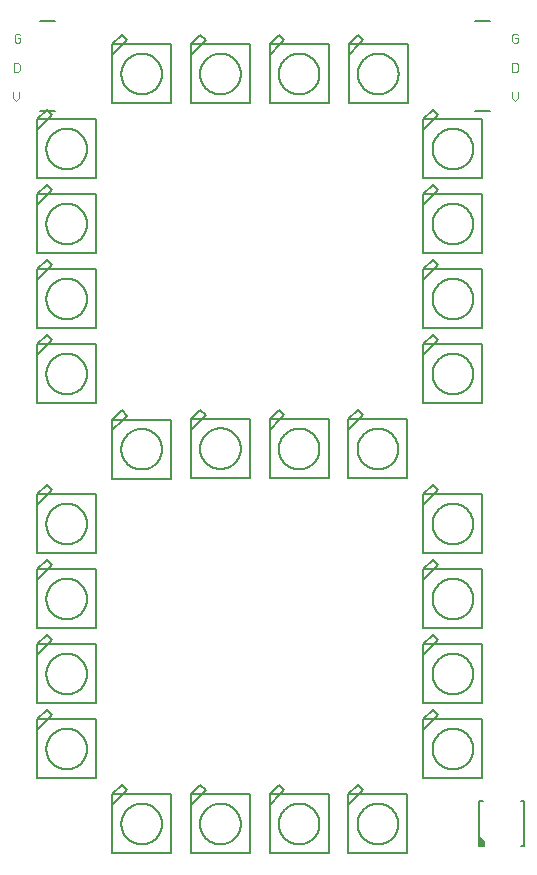
<source format=gto>
G75*
%MOIN*%
%OFA0B0*%
%FSLAX25Y25*%
%IPPOS*%
%LPD*%
%AMOC8*
5,1,8,0,0,1.08239X$1,22.5*
%
%ADD10C,0.00300*%
%ADD11C,0.00500*%
%ADD12C,0.00800*%
D10*
X0023517Y0287500D02*
X0024485Y0288467D01*
X0024485Y0290402D01*
X0022550Y0290402D02*
X0022550Y0288467D01*
X0023517Y0287500D01*
X0024151Y0297300D02*
X0024635Y0297784D01*
X0024635Y0299719D01*
X0024151Y0300202D01*
X0022700Y0300202D01*
X0022700Y0297300D01*
X0024151Y0297300D01*
X0024451Y0307050D02*
X0024935Y0307534D01*
X0024935Y0308501D01*
X0023967Y0308501D01*
X0023000Y0307534D02*
X0023484Y0307050D01*
X0024451Y0307050D01*
X0023000Y0307534D02*
X0023000Y0309469D01*
X0023484Y0309952D01*
X0024451Y0309952D01*
X0024935Y0309469D01*
X0188950Y0309469D02*
X0188950Y0307534D01*
X0189434Y0307050D01*
X0190401Y0307050D01*
X0190885Y0307534D01*
X0190885Y0308501D01*
X0189917Y0308501D01*
X0188950Y0309469D02*
X0189434Y0309952D01*
X0190401Y0309952D01*
X0190885Y0309469D01*
X0190401Y0300202D02*
X0188950Y0300202D01*
X0188950Y0297300D01*
X0190401Y0297300D01*
X0190885Y0297784D01*
X0190885Y0299719D01*
X0190401Y0300202D01*
X0190735Y0290402D02*
X0190735Y0288467D01*
X0189767Y0287500D01*
X0188800Y0288467D01*
X0188800Y0290402D01*
D11*
X0030507Y0077899D02*
X0030507Y0061757D01*
X0050193Y0061757D01*
X0050193Y0081443D01*
X0034051Y0081443D01*
X0035429Y0082820D01*
X0033657Y0084592D01*
X0030507Y0081443D01*
X0034051Y0081443D01*
X0030507Y0077899D01*
X0030507Y0081443D01*
X0030507Y0086757D02*
X0030507Y0102899D01*
X0034051Y0106443D01*
X0035429Y0107820D01*
X0033657Y0109592D01*
X0030507Y0106443D01*
X0034051Y0106443D01*
X0050193Y0106443D01*
X0050193Y0086757D01*
X0030507Y0086757D01*
X0030507Y0102899D02*
X0030507Y0106443D01*
X0030507Y0111757D02*
X0030507Y0127899D01*
X0034051Y0131443D01*
X0035429Y0132820D01*
X0033657Y0134592D01*
X0030507Y0131443D01*
X0034051Y0131443D01*
X0050193Y0131443D01*
X0050193Y0111757D01*
X0030507Y0111757D01*
X0033577Y0121600D02*
X0033579Y0121766D01*
X0033585Y0121932D01*
X0033595Y0122098D01*
X0033610Y0122264D01*
X0033628Y0122429D01*
X0033650Y0122594D01*
X0033677Y0122758D01*
X0033707Y0122921D01*
X0033742Y0123084D01*
X0033780Y0123246D01*
X0033822Y0123406D01*
X0033869Y0123566D01*
X0033919Y0123725D01*
X0033973Y0123882D01*
X0034031Y0124038D01*
X0034093Y0124192D01*
X0034158Y0124345D01*
X0034227Y0124496D01*
X0034300Y0124645D01*
X0034377Y0124793D01*
X0034457Y0124938D01*
X0034541Y0125082D01*
X0034628Y0125224D01*
X0034718Y0125363D01*
X0034812Y0125500D01*
X0034910Y0125635D01*
X0035011Y0125767D01*
X0035114Y0125897D01*
X0035221Y0126024D01*
X0035332Y0126148D01*
X0035445Y0126270D01*
X0035561Y0126389D01*
X0035680Y0126505D01*
X0035802Y0126618D01*
X0035926Y0126729D01*
X0036053Y0126836D01*
X0036183Y0126939D01*
X0036315Y0127040D01*
X0036450Y0127138D01*
X0036587Y0127232D01*
X0036726Y0127322D01*
X0036868Y0127409D01*
X0037012Y0127493D01*
X0037157Y0127573D01*
X0037305Y0127650D01*
X0037454Y0127723D01*
X0037605Y0127792D01*
X0037758Y0127857D01*
X0037912Y0127919D01*
X0038068Y0127977D01*
X0038225Y0128031D01*
X0038384Y0128081D01*
X0038544Y0128128D01*
X0038704Y0128170D01*
X0038866Y0128208D01*
X0039029Y0128243D01*
X0039192Y0128273D01*
X0039356Y0128300D01*
X0039521Y0128322D01*
X0039686Y0128340D01*
X0039852Y0128355D01*
X0040018Y0128365D01*
X0040184Y0128371D01*
X0040350Y0128373D01*
X0040516Y0128371D01*
X0040682Y0128365D01*
X0040848Y0128355D01*
X0041014Y0128340D01*
X0041179Y0128322D01*
X0041344Y0128300D01*
X0041508Y0128273D01*
X0041671Y0128243D01*
X0041834Y0128208D01*
X0041996Y0128170D01*
X0042156Y0128128D01*
X0042316Y0128081D01*
X0042475Y0128031D01*
X0042632Y0127977D01*
X0042788Y0127919D01*
X0042942Y0127857D01*
X0043095Y0127792D01*
X0043246Y0127723D01*
X0043395Y0127650D01*
X0043543Y0127573D01*
X0043688Y0127493D01*
X0043832Y0127409D01*
X0043974Y0127322D01*
X0044113Y0127232D01*
X0044250Y0127138D01*
X0044385Y0127040D01*
X0044517Y0126939D01*
X0044647Y0126836D01*
X0044774Y0126729D01*
X0044898Y0126618D01*
X0045020Y0126505D01*
X0045139Y0126389D01*
X0045255Y0126270D01*
X0045368Y0126148D01*
X0045479Y0126024D01*
X0045586Y0125897D01*
X0045689Y0125767D01*
X0045790Y0125635D01*
X0045888Y0125500D01*
X0045982Y0125363D01*
X0046072Y0125224D01*
X0046159Y0125082D01*
X0046243Y0124938D01*
X0046323Y0124793D01*
X0046400Y0124645D01*
X0046473Y0124496D01*
X0046542Y0124345D01*
X0046607Y0124192D01*
X0046669Y0124038D01*
X0046727Y0123882D01*
X0046781Y0123725D01*
X0046831Y0123566D01*
X0046878Y0123406D01*
X0046920Y0123246D01*
X0046958Y0123084D01*
X0046993Y0122921D01*
X0047023Y0122758D01*
X0047050Y0122594D01*
X0047072Y0122429D01*
X0047090Y0122264D01*
X0047105Y0122098D01*
X0047115Y0121932D01*
X0047121Y0121766D01*
X0047123Y0121600D01*
X0047121Y0121434D01*
X0047115Y0121268D01*
X0047105Y0121102D01*
X0047090Y0120936D01*
X0047072Y0120771D01*
X0047050Y0120606D01*
X0047023Y0120442D01*
X0046993Y0120279D01*
X0046958Y0120116D01*
X0046920Y0119954D01*
X0046878Y0119794D01*
X0046831Y0119634D01*
X0046781Y0119475D01*
X0046727Y0119318D01*
X0046669Y0119162D01*
X0046607Y0119008D01*
X0046542Y0118855D01*
X0046473Y0118704D01*
X0046400Y0118555D01*
X0046323Y0118407D01*
X0046243Y0118262D01*
X0046159Y0118118D01*
X0046072Y0117976D01*
X0045982Y0117837D01*
X0045888Y0117700D01*
X0045790Y0117565D01*
X0045689Y0117433D01*
X0045586Y0117303D01*
X0045479Y0117176D01*
X0045368Y0117052D01*
X0045255Y0116930D01*
X0045139Y0116811D01*
X0045020Y0116695D01*
X0044898Y0116582D01*
X0044774Y0116471D01*
X0044647Y0116364D01*
X0044517Y0116261D01*
X0044385Y0116160D01*
X0044250Y0116062D01*
X0044113Y0115968D01*
X0043974Y0115878D01*
X0043832Y0115791D01*
X0043688Y0115707D01*
X0043543Y0115627D01*
X0043395Y0115550D01*
X0043246Y0115477D01*
X0043095Y0115408D01*
X0042942Y0115343D01*
X0042788Y0115281D01*
X0042632Y0115223D01*
X0042475Y0115169D01*
X0042316Y0115119D01*
X0042156Y0115072D01*
X0041996Y0115030D01*
X0041834Y0114992D01*
X0041671Y0114957D01*
X0041508Y0114927D01*
X0041344Y0114900D01*
X0041179Y0114878D01*
X0041014Y0114860D01*
X0040848Y0114845D01*
X0040682Y0114835D01*
X0040516Y0114829D01*
X0040350Y0114827D01*
X0040184Y0114829D01*
X0040018Y0114835D01*
X0039852Y0114845D01*
X0039686Y0114860D01*
X0039521Y0114878D01*
X0039356Y0114900D01*
X0039192Y0114927D01*
X0039029Y0114957D01*
X0038866Y0114992D01*
X0038704Y0115030D01*
X0038544Y0115072D01*
X0038384Y0115119D01*
X0038225Y0115169D01*
X0038068Y0115223D01*
X0037912Y0115281D01*
X0037758Y0115343D01*
X0037605Y0115408D01*
X0037454Y0115477D01*
X0037305Y0115550D01*
X0037157Y0115627D01*
X0037012Y0115707D01*
X0036868Y0115791D01*
X0036726Y0115878D01*
X0036587Y0115968D01*
X0036450Y0116062D01*
X0036315Y0116160D01*
X0036183Y0116261D01*
X0036053Y0116364D01*
X0035926Y0116471D01*
X0035802Y0116582D01*
X0035680Y0116695D01*
X0035561Y0116811D01*
X0035445Y0116930D01*
X0035332Y0117052D01*
X0035221Y0117176D01*
X0035114Y0117303D01*
X0035011Y0117433D01*
X0034910Y0117565D01*
X0034812Y0117700D01*
X0034718Y0117837D01*
X0034628Y0117976D01*
X0034541Y0118118D01*
X0034457Y0118262D01*
X0034377Y0118407D01*
X0034300Y0118555D01*
X0034227Y0118704D01*
X0034158Y0118855D01*
X0034093Y0119008D01*
X0034031Y0119162D01*
X0033973Y0119318D01*
X0033919Y0119475D01*
X0033869Y0119634D01*
X0033822Y0119794D01*
X0033780Y0119954D01*
X0033742Y0120116D01*
X0033707Y0120279D01*
X0033677Y0120442D01*
X0033650Y0120606D01*
X0033628Y0120771D01*
X0033610Y0120936D01*
X0033595Y0121102D01*
X0033585Y0121268D01*
X0033579Y0121434D01*
X0033577Y0121600D01*
X0030507Y0127899D02*
X0030507Y0131443D01*
X0030507Y0136757D02*
X0030507Y0152899D01*
X0034051Y0156443D01*
X0035429Y0157820D01*
X0033657Y0159592D01*
X0030507Y0156443D01*
X0034051Y0156443D01*
X0050193Y0156443D01*
X0050193Y0136757D01*
X0030507Y0136757D01*
X0030507Y0152899D02*
X0030507Y0156443D01*
X0033577Y0146600D02*
X0033579Y0146766D01*
X0033585Y0146932D01*
X0033595Y0147098D01*
X0033610Y0147264D01*
X0033628Y0147429D01*
X0033650Y0147594D01*
X0033677Y0147758D01*
X0033707Y0147921D01*
X0033742Y0148084D01*
X0033780Y0148246D01*
X0033822Y0148406D01*
X0033869Y0148566D01*
X0033919Y0148725D01*
X0033973Y0148882D01*
X0034031Y0149038D01*
X0034093Y0149192D01*
X0034158Y0149345D01*
X0034227Y0149496D01*
X0034300Y0149645D01*
X0034377Y0149793D01*
X0034457Y0149938D01*
X0034541Y0150082D01*
X0034628Y0150224D01*
X0034718Y0150363D01*
X0034812Y0150500D01*
X0034910Y0150635D01*
X0035011Y0150767D01*
X0035114Y0150897D01*
X0035221Y0151024D01*
X0035332Y0151148D01*
X0035445Y0151270D01*
X0035561Y0151389D01*
X0035680Y0151505D01*
X0035802Y0151618D01*
X0035926Y0151729D01*
X0036053Y0151836D01*
X0036183Y0151939D01*
X0036315Y0152040D01*
X0036450Y0152138D01*
X0036587Y0152232D01*
X0036726Y0152322D01*
X0036868Y0152409D01*
X0037012Y0152493D01*
X0037157Y0152573D01*
X0037305Y0152650D01*
X0037454Y0152723D01*
X0037605Y0152792D01*
X0037758Y0152857D01*
X0037912Y0152919D01*
X0038068Y0152977D01*
X0038225Y0153031D01*
X0038384Y0153081D01*
X0038544Y0153128D01*
X0038704Y0153170D01*
X0038866Y0153208D01*
X0039029Y0153243D01*
X0039192Y0153273D01*
X0039356Y0153300D01*
X0039521Y0153322D01*
X0039686Y0153340D01*
X0039852Y0153355D01*
X0040018Y0153365D01*
X0040184Y0153371D01*
X0040350Y0153373D01*
X0040516Y0153371D01*
X0040682Y0153365D01*
X0040848Y0153355D01*
X0041014Y0153340D01*
X0041179Y0153322D01*
X0041344Y0153300D01*
X0041508Y0153273D01*
X0041671Y0153243D01*
X0041834Y0153208D01*
X0041996Y0153170D01*
X0042156Y0153128D01*
X0042316Y0153081D01*
X0042475Y0153031D01*
X0042632Y0152977D01*
X0042788Y0152919D01*
X0042942Y0152857D01*
X0043095Y0152792D01*
X0043246Y0152723D01*
X0043395Y0152650D01*
X0043543Y0152573D01*
X0043688Y0152493D01*
X0043832Y0152409D01*
X0043974Y0152322D01*
X0044113Y0152232D01*
X0044250Y0152138D01*
X0044385Y0152040D01*
X0044517Y0151939D01*
X0044647Y0151836D01*
X0044774Y0151729D01*
X0044898Y0151618D01*
X0045020Y0151505D01*
X0045139Y0151389D01*
X0045255Y0151270D01*
X0045368Y0151148D01*
X0045479Y0151024D01*
X0045586Y0150897D01*
X0045689Y0150767D01*
X0045790Y0150635D01*
X0045888Y0150500D01*
X0045982Y0150363D01*
X0046072Y0150224D01*
X0046159Y0150082D01*
X0046243Y0149938D01*
X0046323Y0149793D01*
X0046400Y0149645D01*
X0046473Y0149496D01*
X0046542Y0149345D01*
X0046607Y0149192D01*
X0046669Y0149038D01*
X0046727Y0148882D01*
X0046781Y0148725D01*
X0046831Y0148566D01*
X0046878Y0148406D01*
X0046920Y0148246D01*
X0046958Y0148084D01*
X0046993Y0147921D01*
X0047023Y0147758D01*
X0047050Y0147594D01*
X0047072Y0147429D01*
X0047090Y0147264D01*
X0047105Y0147098D01*
X0047115Y0146932D01*
X0047121Y0146766D01*
X0047123Y0146600D01*
X0047121Y0146434D01*
X0047115Y0146268D01*
X0047105Y0146102D01*
X0047090Y0145936D01*
X0047072Y0145771D01*
X0047050Y0145606D01*
X0047023Y0145442D01*
X0046993Y0145279D01*
X0046958Y0145116D01*
X0046920Y0144954D01*
X0046878Y0144794D01*
X0046831Y0144634D01*
X0046781Y0144475D01*
X0046727Y0144318D01*
X0046669Y0144162D01*
X0046607Y0144008D01*
X0046542Y0143855D01*
X0046473Y0143704D01*
X0046400Y0143555D01*
X0046323Y0143407D01*
X0046243Y0143262D01*
X0046159Y0143118D01*
X0046072Y0142976D01*
X0045982Y0142837D01*
X0045888Y0142700D01*
X0045790Y0142565D01*
X0045689Y0142433D01*
X0045586Y0142303D01*
X0045479Y0142176D01*
X0045368Y0142052D01*
X0045255Y0141930D01*
X0045139Y0141811D01*
X0045020Y0141695D01*
X0044898Y0141582D01*
X0044774Y0141471D01*
X0044647Y0141364D01*
X0044517Y0141261D01*
X0044385Y0141160D01*
X0044250Y0141062D01*
X0044113Y0140968D01*
X0043974Y0140878D01*
X0043832Y0140791D01*
X0043688Y0140707D01*
X0043543Y0140627D01*
X0043395Y0140550D01*
X0043246Y0140477D01*
X0043095Y0140408D01*
X0042942Y0140343D01*
X0042788Y0140281D01*
X0042632Y0140223D01*
X0042475Y0140169D01*
X0042316Y0140119D01*
X0042156Y0140072D01*
X0041996Y0140030D01*
X0041834Y0139992D01*
X0041671Y0139957D01*
X0041508Y0139927D01*
X0041344Y0139900D01*
X0041179Y0139878D01*
X0041014Y0139860D01*
X0040848Y0139845D01*
X0040682Y0139835D01*
X0040516Y0139829D01*
X0040350Y0139827D01*
X0040184Y0139829D01*
X0040018Y0139835D01*
X0039852Y0139845D01*
X0039686Y0139860D01*
X0039521Y0139878D01*
X0039356Y0139900D01*
X0039192Y0139927D01*
X0039029Y0139957D01*
X0038866Y0139992D01*
X0038704Y0140030D01*
X0038544Y0140072D01*
X0038384Y0140119D01*
X0038225Y0140169D01*
X0038068Y0140223D01*
X0037912Y0140281D01*
X0037758Y0140343D01*
X0037605Y0140408D01*
X0037454Y0140477D01*
X0037305Y0140550D01*
X0037157Y0140627D01*
X0037012Y0140707D01*
X0036868Y0140791D01*
X0036726Y0140878D01*
X0036587Y0140968D01*
X0036450Y0141062D01*
X0036315Y0141160D01*
X0036183Y0141261D01*
X0036053Y0141364D01*
X0035926Y0141471D01*
X0035802Y0141582D01*
X0035680Y0141695D01*
X0035561Y0141811D01*
X0035445Y0141930D01*
X0035332Y0142052D01*
X0035221Y0142176D01*
X0035114Y0142303D01*
X0035011Y0142433D01*
X0034910Y0142565D01*
X0034812Y0142700D01*
X0034718Y0142837D01*
X0034628Y0142976D01*
X0034541Y0143118D01*
X0034457Y0143262D01*
X0034377Y0143407D01*
X0034300Y0143555D01*
X0034227Y0143704D01*
X0034158Y0143855D01*
X0034093Y0144008D01*
X0034031Y0144162D01*
X0033973Y0144318D01*
X0033919Y0144475D01*
X0033869Y0144634D01*
X0033822Y0144794D01*
X0033780Y0144954D01*
X0033742Y0145116D01*
X0033707Y0145279D01*
X0033677Y0145442D01*
X0033650Y0145606D01*
X0033628Y0145771D01*
X0033610Y0145936D01*
X0033595Y0146102D01*
X0033585Y0146268D01*
X0033579Y0146434D01*
X0033577Y0146600D01*
X0055507Y0161657D02*
X0055507Y0177799D01*
X0059051Y0181343D01*
X0060429Y0182720D01*
X0058657Y0184492D01*
X0055507Y0181343D01*
X0059051Y0181343D01*
X0075193Y0181343D01*
X0075193Y0161657D01*
X0055507Y0161657D01*
X0058577Y0171500D02*
X0058579Y0171666D01*
X0058585Y0171832D01*
X0058595Y0171998D01*
X0058610Y0172164D01*
X0058628Y0172329D01*
X0058650Y0172494D01*
X0058677Y0172658D01*
X0058707Y0172821D01*
X0058742Y0172984D01*
X0058780Y0173146D01*
X0058822Y0173306D01*
X0058869Y0173466D01*
X0058919Y0173625D01*
X0058973Y0173782D01*
X0059031Y0173938D01*
X0059093Y0174092D01*
X0059158Y0174245D01*
X0059227Y0174396D01*
X0059300Y0174545D01*
X0059377Y0174693D01*
X0059457Y0174838D01*
X0059541Y0174982D01*
X0059628Y0175124D01*
X0059718Y0175263D01*
X0059812Y0175400D01*
X0059910Y0175535D01*
X0060011Y0175667D01*
X0060114Y0175797D01*
X0060221Y0175924D01*
X0060332Y0176048D01*
X0060445Y0176170D01*
X0060561Y0176289D01*
X0060680Y0176405D01*
X0060802Y0176518D01*
X0060926Y0176629D01*
X0061053Y0176736D01*
X0061183Y0176839D01*
X0061315Y0176940D01*
X0061450Y0177038D01*
X0061587Y0177132D01*
X0061726Y0177222D01*
X0061868Y0177309D01*
X0062012Y0177393D01*
X0062157Y0177473D01*
X0062305Y0177550D01*
X0062454Y0177623D01*
X0062605Y0177692D01*
X0062758Y0177757D01*
X0062912Y0177819D01*
X0063068Y0177877D01*
X0063225Y0177931D01*
X0063384Y0177981D01*
X0063544Y0178028D01*
X0063704Y0178070D01*
X0063866Y0178108D01*
X0064029Y0178143D01*
X0064192Y0178173D01*
X0064356Y0178200D01*
X0064521Y0178222D01*
X0064686Y0178240D01*
X0064852Y0178255D01*
X0065018Y0178265D01*
X0065184Y0178271D01*
X0065350Y0178273D01*
X0065516Y0178271D01*
X0065682Y0178265D01*
X0065848Y0178255D01*
X0066014Y0178240D01*
X0066179Y0178222D01*
X0066344Y0178200D01*
X0066508Y0178173D01*
X0066671Y0178143D01*
X0066834Y0178108D01*
X0066996Y0178070D01*
X0067156Y0178028D01*
X0067316Y0177981D01*
X0067475Y0177931D01*
X0067632Y0177877D01*
X0067788Y0177819D01*
X0067942Y0177757D01*
X0068095Y0177692D01*
X0068246Y0177623D01*
X0068395Y0177550D01*
X0068543Y0177473D01*
X0068688Y0177393D01*
X0068832Y0177309D01*
X0068974Y0177222D01*
X0069113Y0177132D01*
X0069250Y0177038D01*
X0069385Y0176940D01*
X0069517Y0176839D01*
X0069647Y0176736D01*
X0069774Y0176629D01*
X0069898Y0176518D01*
X0070020Y0176405D01*
X0070139Y0176289D01*
X0070255Y0176170D01*
X0070368Y0176048D01*
X0070479Y0175924D01*
X0070586Y0175797D01*
X0070689Y0175667D01*
X0070790Y0175535D01*
X0070888Y0175400D01*
X0070982Y0175263D01*
X0071072Y0175124D01*
X0071159Y0174982D01*
X0071243Y0174838D01*
X0071323Y0174693D01*
X0071400Y0174545D01*
X0071473Y0174396D01*
X0071542Y0174245D01*
X0071607Y0174092D01*
X0071669Y0173938D01*
X0071727Y0173782D01*
X0071781Y0173625D01*
X0071831Y0173466D01*
X0071878Y0173306D01*
X0071920Y0173146D01*
X0071958Y0172984D01*
X0071993Y0172821D01*
X0072023Y0172658D01*
X0072050Y0172494D01*
X0072072Y0172329D01*
X0072090Y0172164D01*
X0072105Y0171998D01*
X0072115Y0171832D01*
X0072121Y0171666D01*
X0072123Y0171500D01*
X0072121Y0171334D01*
X0072115Y0171168D01*
X0072105Y0171002D01*
X0072090Y0170836D01*
X0072072Y0170671D01*
X0072050Y0170506D01*
X0072023Y0170342D01*
X0071993Y0170179D01*
X0071958Y0170016D01*
X0071920Y0169854D01*
X0071878Y0169694D01*
X0071831Y0169534D01*
X0071781Y0169375D01*
X0071727Y0169218D01*
X0071669Y0169062D01*
X0071607Y0168908D01*
X0071542Y0168755D01*
X0071473Y0168604D01*
X0071400Y0168455D01*
X0071323Y0168307D01*
X0071243Y0168162D01*
X0071159Y0168018D01*
X0071072Y0167876D01*
X0070982Y0167737D01*
X0070888Y0167600D01*
X0070790Y0167465D01*
X0070689Y0167333D01*
X0070586Y0167203D01*
X0070479Y0167076D01*
X0070368Y0166952D01*
X0070255Y0166830D01*
X0070139Y0166711D01*
X0070020Y0166595D01*
X0069898Y0166482D01*
X0069774Y0166371D01*
X0069647Y0166264D01*
X0069517Y0166161D01*
X0069385Y0166060D01*
X0069250Y0165962D01*
X0069113Y0165868D01*
X0068974Y0165778D01*
X0068832Y0165691D01*
X0068688Y0165607D01*
X0068543Y0165527D01*
X0068395Y0165450D01*
X0068246Y0165377D01*
X0068095Y0165308D01*
X0067942Y0165243D01*
X0067788Y0165181D01*
X0067632Y0165123D01*
X0067475Y0165069D01*
X0067316Y0165019D01*
X0067156Y0164972D01*
X0066996Y0164930D01*
X0066834Y0164892D01*
X0066671Y0164857D01*
X0066508Y0164827D01*
X0066344Y0164800D01*
X0066179Y0164778D01*
X0066014Y0164760D01*
X0065848Y0164745D01*
X0065682Y0164735D01*
X0065516Y0164729D01*
X0065350Y0164727D01*
X0065184Y0164729D01*
X0065018Y0164735D01*
X0064852Y0164745D01*
X0064686Y0164760D01*
X0064521Y0164778D01*
X0064356Y0164800D01*
X0064192Y0164827D01*
X0064029Y0164857D01*
X0063866Y0164892D01*
X0063704Y0164930D01*
X0063544Y0164972D01*
X0063384Y0165019D01*
X0063225Y0165069D01*
X0063068Y0165123D01*
X0062912Y0165181D01*
X0062758Y0165243D01*
X0062605Y0165308D01*
X0062454Y0165377D01*
X0062305Y0165450D01*
X0062157Y0165527D01*
X0062012Y0165607D01*
X0061868Y0165691D01*
X0061726Y0165778D01*
X0061587Y0165868D01*
X0061450Y0165962D01*
X0061315Y0166060D01*
X0061183Y0166161D01*
X0061053Y0166264D01*
X0060926Y0166371D01*
X0060802Y0166482D01*
X0060680Y0166595D01*
X0060561Y0166711D01*
X0060445Y0166830D01*
X0060332Y0166952D01*
X0060221Y0167076D01*
X0060114Y0167203D01*
X0060011Y0167333D01*
X0059910Y0167465D01*
X0059812Y0167600D01*
X0059718Y0167737D01*
X0059628Y0167876D01*
X0059541Y0168018D01*
X0059457Y0168162D01*
X0059377Y0168307D01*
X0059300Y0168455D01*
X0059227Y0168604D01*
X0059158Y0168755D01*
X0059093Y0168908D01*
X0059031Y0169062D01*
X0058973Y0169218D01*
X0058919Y0169375D01*
X0058869Y0169534D01*
X0058822Y0169694D01*
X0058780Y0169854D01*
X0058742Y0170016D01*
X0058707Y0170179D01*
X0058677Y0170342D01*
X0058650Y0170506D01*
X0058628Y0170671D01*
X0058610Y0170836D01*
X0058595Y0171002D01*
X0058585Y0171168D01*
X0058579Y0171334D01*
X0058577Y0171500D01*
X0055507Y0177799D02*
X0055507Y0181343D01*
X0050193Y0186757D02*
X0050193Y0206443D01*
X0034051Y0206443D01*
X0035429Y0207820D01*
X0033657Y0209592D01*
X0030507Y0206443D01*
X0034051Y0206443D01*
X0030507Y0202899D01*
X0030507Y0206443D01*
X0030507Y0202899D02*
X0030507Y0186757D01*
X0050193Y0186757D01*
X0033577Y0196600D02*
X0033579Y0196766D01*
X0033585Y0196932D01*
X0033595Y0197098D01*
X0033610Y0197264D01*
X0033628Y0197429D01*
X0033650Y0197594D01*
X0033677Y0197758D01*
X0033707Y0197921D01*
X0033742Y0198084D01*
X0033780Y0198246D01*
X0033822Y0198406D01*
X0033869Y0198566D01*
X0033919Y0198725D01*
X0033973Y0198882D01*
X0034031Y0199038D01*
X0034093Y0199192D01*
X0034158Y0199345D01*
X0034227Y0199496D01*
X0034300Y0199645D01*
X0034377Y0199793D01*
X0034457Y0199938D01*
X0034541Y0200082D01*
X0034628Y0200224D01*
X0034718Y0200363D01*
X0034812Y0200500D01*
X0034910Y0200635D01*
X0035011Y0200767D01*
X0035114Y0200897D01*
X0035221Y0201024D01*
X0035332Y0201148D01*
X0035445Y0201270D01*
X0035561Y0201389D01*
X0035680Y0201505D01*
X0035802Y0201618D01*
X0035926Y0201729D01*
X0036053Y0201836D01*
X0036183Y0201939D01*
X0036315Y0202040D01*
X0036450Y0202138D01*
X0036587Y0202232D01*
X0036726Y0202322D01*
X0036868Y0202409D01*
X0037012Y0202493D01*
X0037157Y0202573D01*
X0037305Y0202650D01*
X0037454Y0202723D01*
X0037605Y0202792D01*
X0037758Y0202857D01*
X0037912Y0202919D01*
X0038068Y0202977D01*
X0038225Y0203031D01*
X0038384Y0203081D01*
X0038544Y0203128D01*
X0038704Y0203170D01*
X0038866Y0203208D01*
X0039029Y0203243D01*
X0039192Y0203273D01*
X0039356Y0203300D01*
X0039521Y0203322D01*
X0039686Y0203340D01*
X0039852Y0203355D01*
X0040018Y0203365D01*
X0040184Y0203371D01*
X0040350Y0203373D01*
X0040516Y0203371D01*
X0040682Y0203365D01*
X0040848Y0203355D01*
X0041014Y0203340D01*
X0041179Y0203322D01*
X0041344Y0203300D01*
X0041508Y0203273D01*
X0041671Y0203243D01*
X0041834Y0203208D01*
X0041996Y0203170D01*
X0042156Y0203128D01*
X0042316Y0203081D01*
X0042475Y0203031D01*
X0042632Y0202977D01*
X0042788Y0202919D01*
X0042942Y0202857D01*
X0043095Y0202792D01*
X0043246Y0202723D01*
X0043395Y0202650D01*
X0043543Y0202573D01*
X0043688Y0202493D01*
X0043832Y0202409D01*
X0043974Y0202322D01*
X0044113Y0202232D01*
X0044250Y0202138D01*
X0044385Y0202040D01*
X0044517Y0201939D01*
X0044647Y0201836D01*
X0044774Y0201729D01*
X0044898Y0201618D01*
X0045020Y0201505D01*
X0045139Y0201389D01*
X0045255Y0201270D01*
X0045368Y0201148D01*
X0045479Y0201024D01*
X0045586Y0200897D01*
X0045689Y0200767D01*
X0045790Y0200635D01*
X0045888Y0200500D01*
X0045982Y0200363D01*
X0046072Y0200224D01*
X0046159Y0200082D01*
X0046243Y0199938D01*
X0046323Y0199793D01*
X0046400Y0199645D01*
X0046473Y0199496D01*
X0046542Y0199345D01*
X0046607Y0199192D01*
X0046669Y0199038D01*
X0046727Y0198882D01*
X0046781Y0198725D01*
X0046831Y0198566D01*
X0046878Y0198406D01*
X0046920Y0198246D01*
X0046958Y0198084D01*
X0046993Y0197921D01*
X0047023Y0197758D01*
X0047050Y0197594D01*
X0047072Y0197429D01*
X0047090Y0197264D01*
X0047105Y0197098D01*
X0047115Y0196932D01*
X0047121Y0196766D01*
X0047123Y0196600D01*
X0047121Y0196434D01*
X0047115Y0196268D01*
X0047105Y0196102D01*
X0047090Y0195936D01*
X0047072Y0195771D01*
X0047050Y0195606D01*
X0047023Y0195442D01*
X0046993Y0195279D01*
X0046958Y0195116D01*
X0046920Y0194954D01*
X0046878Y0194794D01*
X0046831Y0194634D01*
X0046781Y0194475D01*
X0046727Y0194318D01*
X0046669Y0194162D01*
X0046607Y0194008D01*
X0046542Y0193855D01*
X0046473Y0193704D01*
X0046400Y0193555D01*
X0046323Y0193407D01*
X0046243Y0193262D01*
X0046159Y0193118D01*
X0046072Y0192976D01*
X0045982Y0192837D01*
X0045888Y0192700D01*
X0045790Y0192565D01*
X0045689Y0192433D01*
X0045586Y0192303D01*
X0045479Y0192176D01*
X0045368Y0192052D01*
X0045255Y0191930D01*
X0045139Y0191811D01*
X0045020Y0191695D01*
X0044898Y0191582D01*
X0044774Y0191471D01*
X0044647Y0191364D01*
X0044517Y0191261D01*
X0044385Y0191160D01*
X0044250Y0191062D01*
X0044113Y0190968D01*
X0043974Y0190878D01*
X0043832Y0190791D01*
X0043688Y0190707D01*
X0043543Y0190627D01*
X0043395Y0190550D01*
X0043246Y0190477D01*
X0043095Y0190408D01*
X0042942Y0190343D01*
X0042788Y0190281D01*
X0042632Y0190223D01*
X0042475Y0190169D01*
X0042316Y0190119D01*
X0042156Y0190072D01*
X0041996Y0190030D01*
X0041834Y0189992D01*
X0041671Y0189957D01*
X0041508Y0189927D01*
X0041344Y0189900D01*
X0041179Y0189878D01*
X0041014Y0189860D01*
X0040848Y0189845D01*
X0040682Y0189835D01*
X0040516Y0189829D01*
X0040350Y0189827D01*
X0040184Y0189829D01*
X0040018Y0189835D01*
X0039852Y0189845D01*
X0039686Y0189860D01*
X0039521Y0189878D01*
X0039356Y0189900D01*
X0039192Y0189927D01*
X0039029Y0189957D01*
X0038866Y0189992D01*
X0038704Y0190030D01*
X0038544Y0190072D01*
X0038384Y0190119D01*
X0038225Y0190169D01*
X0038068Y0190223D01*
X0037912Y0190281D01*
X0037758Y0190343D01*
X0037605Y0190408D01*
X0037454Y0190477D01*
X0037305Y0190550D01*
X0037157Y0190627D01*
X0037012Y0190707D01*
X0036868Y0190791D01*
X0036726Y0190878D01*
X0036587Y0190968D01*
X0036450Y0191062D01*
X0036315Y0191160D01*
X0036183Y0191261D01*
X0036053Y0191364D01*
X0035926Y0191471D01*
X0035802Y0191582D01*
X0035680Y0191695D01*
X0035561Y0191811D01*
X0035445Y0191930D01*
X0035332Y0192052D01*
X0035221Y0192176D01*
X0035114Y0192303D01*
X0035011Y0192433D01*
X0034910Y0192565D01*
X0034812Y0192700D01*
X0034718Y0192837D01*
X0034628Y0192976D01*
X0034541Y0193118D01*
X0034457Y0193262D01*
X0034377Y0193407D01*
X0034300Y0193555D01*
X0034227Y0193704D01*
X0034158Y0193855D01*
X0034093Y0194008D01*
X0034031Y0194162D01*
X0033973Y0194318D01*
X0033919Y0194475D01*
X0033869Y0194634D01*
X0033822Y0194794D01*
X0033780Y0194954D01*
X0033742Y0195116D01*
X0033707Y0195279D01*
X0033677Y0195442D01*
X0033650Y0195606D01*
X0033628Y0195771D01*
X0033610Y0195936D01*
X0033595Y0196102D01*
X0033585Y0196268D01*
X0033579Y0196434D01*
X0033577Y0196600D01*
X0030507Y0211757D02*
X0030507Y0227899D01*
X0034051Y0231443D01*
X0035429Y0232820D01*
X0033657Y0234592D01*
X0030507Y0231443D01*
X0034051Y0231443D01*
X0050193Y0231443D01*
X0050193Y0211757D01*
X0030507Y0211757D01*
X0033577Y0221600D02*
X0033579Y0221766D01*
X0033585Y0221932D01*
X0033595Y0222098D01*
X0033610Y0222264D01*
X0033628Y0222429D01*
X0033650Y0222594D01*
X0033677Y0222758D01*
X0033707Y0222921D01*
X0033742Y0223084D01*
X0033780Y0223246D01*
X0033822Y0223406D01*
X0033869Y0223566D01*
X0033919Y0223725D01*
X0033973Y0223882D01*
X0034031Y0224038D01*
X0034093Y0224192D01*
X0034158Y0224345D01*
X0034227Y0224496D01*
X0034300Y0224645D01*
X0034377Y0224793D01*
X0034457Y0224938D01*
X0034541Y0225082D01*
X0034628Y0225224D01*
X0034718Y0225363D01*
X0034812Y0225500D01*
X0034910Y0225635D01*
X0035011Y0225767D01*
X0035114Y0225897D01*
X0035221Y0226024D01*
X0035332Y0226148D01*
X0035445Y0226270D01*
X0035561Y0226389D01*
X0035680Y0226505D01*
X0035802Y0226618D01*
X0035926Y0226729D01*
X0036053Y0226836D01*
X0036183Y0226939D01*
X0036315Y0227040D01*
X0036450Y0227138D01*
X0036587Y0227232D01*
X0036726Y0227322D01*
X0036868Y0227409D01*
X0037012Y0227493D01*
X0037157Y0227573D01*
X0037305Y0227650D01*
X0037454Y0227723D01*
X0037605Y0227792D01*
X0037758Y0227857D01*
X0037912Y0227919D01*
X0038068Y0227977D01*
X0038225Y0228031D01*
X0038384Y0228081D01*
X0038544Y0228128D01*
X0038704Y0228170D01*
X0038866Y0228208D01*
X0039029Y0228243D01*
X0039192Y0228273D01*
X0039356Y0228300D01*
X0039521Y0228322D01*
X0039686Y0228340D01*
X0039852Y0228355D01*
X0040018Y0228365D01*
X0040184Y0228371D01*
X0040350Y0228373D01*
X0040516Y0228371D01*
X0040682Y0228365D01*
X0040848Y0228355D01*
X0041014Y0228340D01*
X0041179Y0228322D01*
X0041344Y0228300D01*
X0041508Y0228273D01*
X0041671Y0228243D01*
X0041834Y0228208D01*
X0041996Y0228170D01*
X0042156Y0228128D01*
X0042316Y0228081D01*
X0042475Y0228031D01*
X0042632Y0227977D01*
X0042788Y0227919D01*
X0042942Y0227857D01*
X0043095Y0227792D01*
X0043246Y0227723D01*
X0043395Y0227650D01*
X0043543Y0227573D01*
X0043688Y0227493D01*
X0043832Y0227409D01*
X0043974Y0227322D01*
X0044113Y0227232D01*
X0044250Y0227138D01*
X0044385Y0227040D01*
X0044517Y0226939D01*
X0044647Y0226836D01*
X0044774Y0226729D01*
X0044898Y0226618D01*
X0045020Y0226505D01*
X0045139Y0226389D01*
X0045255Y0226270D01*
X0045368Y0226148D01*
X0045479Y0226024D01*
X0045586Y0225897D01*
X0045689Y0225767D01*
X0045790Y0225635D01*
X0045888Y0225500D01*
X0045982Y0225363D01*
X0046072Y0225224D01*
X0046159Y0225082D01*
X0046243Y0224938D01*
X0046323Y0224793D01*
X0046400Y0224645D01*
X0046473Y0224496D01*
X0046542Y0224345D01*
X0046607Y0224192D01*
X0046669Y0224038D01*
X0046727Y0223882D01*
X0046781Y0223725D01*
X0046831Y0223566D01*
X0046878Y0223406D01*
X0046920Y0223246D01*
X0046958Y0223084D01*
X0046993Y0222921D01*
X0047023Y0222758D01*
X0047050Y0222594D01*
X0047072Y0222429D01*
X0047090Y0222264D01*
X0047105Y0222098D01*
X0047115Y0221932D01*
X0047121Y0221766D01*
X0047123Y0221600D01*
X0047121Y0221434D01*
X0047115Y0221268D01*
X0047105Y0221102D01*
X0047090Y0220936D01*
X0047072Y0220771D01*
X0047050Y0220606D01*
X0047023Y0220442D01*
X0046993Y0220279D01*
X0046958Y0220116D01*
X0046920Y0219954D01*
X0046878Y0219794D01*
X0046831Y0219634D01*
X0046781Y0219475D01*
X0046727Y0219318D01*
X0046669Y0219162D01*
X0046607Y0219008D01*
X0046542Y0218855D01*
X0046473Y0218704D01*
X0046400Y0218555D01*
X0046323Y0218407D01*
X0046243Y0218262D01*
X0046159Y0218118D01*
X0046072Y0217976D01*
X0045982Y0217837D01*
X0045888Y0217700D01*
X0045790Y0217565D01*
X0045689Y0217433D01*
X0045586Y0217303D01*
X0045479Y0217176D01*
X0045368Y0217052D01*
X0045255Y0216930D01*
X0045139Y0216811D01*
X0045020Y0216695D01*
X0044898Y0216582D01*
X0044774Y0216471D01*
X0044647Y0216364D01*
X0044517Y0216261D01*
X0044385Y0216160D01*
X0044250Y0216062D01*
X0044113Y0215968D01*
X0043974Y0215878D01*
X0043832Y0215791D01*
X0043688Y0215707D01*
X0043543Y0215627D01*
X0043395Y0215550D01*
X0043246Y0215477D01*
X0043095Y0215408D01*
X0042942Y0215343D01*
X0042788Y0215281D01*
X0042632Y0215223D01*
X0042475Y0215169D01*
X0042316Y0215119D01*
X0042156Y0215072D01*
X0041996Y0215030D01*
X0041834Y0214992D01*
X0041671Y0214957D01*
X0041508Y0214927D01*
X0041344Y0214900D01*
X0041179Y0214878D01*
X0041014Y0214860D01*
X0040848Y0214845D01*
X0040682Y0214835D01*
X0040516Y0214829D01*
X0040350Y0214827D01*
X0040184Y0214829D01*
X0040018Y0214835D01*
X0039852Y0214845D01*
X0039686Y0214860D01*
X0039521Y0214878D01*
X0039356Y0214900D01*
X0039192Y0214927D01*
X0039029Y0214957D01*
X0038866Y0214992D01*
X0038704Y0215030D01*
X0038544Y0215072D01*
X0038384Y0215119D01*
X0038225Y0215169D01*
X0038068Y0215223D01*
X0037912Y0215281D01*
X0037758Y0215343D01*
X0037605Y0215408D01*
X0037454Y0215477D01*
X0037305Y0215550D01*
X0037157Y0215627D01*
X0037012Y0215707D01*
X0036868Y0215791D01*
X0036726Y0215878D01*
X0036587Y0215968D01*
X0036450Y0216062D01*
X0036315Y0216160D01*
X0036183Y0216261D01*
X0036053Y0216364D01*
X0035926Y0216471D01*
X0035802Y0216582D01*
X0035680Y0216695D01*
X0035561Y0216811D01*
X0035445Y0216930D01*
X0035332Y0217052D01*
X0035221Y0217176D01*
X0035114Y0217303D01*
X0035011Y0217433D01*
X0034910Y0217565D01*
X0034812Y0217700D01*
X0034718Y0217837D01*
X0034628Y0217976D01*
X0034541Y0218118D01*
X0034457Y0218262D01*
X0034377Y0218407D01*
X0034300Y0218555D01*
X0034227Y0218704D01*
X0034158Y0218855D01*
X0034093Y0219008D01*
X0034031Y0219162D01*
X0033973Y0219318D01*
X0033919Y0219475D01*
X0033869Y0219634D01*
X0033822Y0219794D01*
X0033780Y0219954D01*
X0033742Y0220116D01*
X0033707Y0220279D01*
X0033677Y0220442D01*
X0033650Y0220606D01*
X0033628Y0220771D01*
X0033610Y0220936D01*
X0033595Y0221102D01*
X0033585Y0221268D01*
X0033579Y0221434D01*
X0033577Y0221600D01*
X0030507Y0227899D02*
X0030507Y0231443D01*
X0030507Y0236757D02*
X0030507Y0252899D01*
X0034051Y0256443D01*
X0035429Y0257820D01*
X0033657Y0259592D01*
X0030507Y0256443D01*
X0034051Y0256443D01*
X0050193Y0256443D01*
X0050193Y0236757D01*
X0030507Y0236757D01*
X0030507Y0252899D02*
X0030507Y0256443D01*
X0030507Y0261757D02*
X0030507Y0277899D01*
X0034051Y0281443D01*
X0035429Y0282820D01*
X0033657Y0284592D01*
X0030507Y0281443D01*
X0034051Y0281443D01*
X0050193Y0281443D01*
X0050193Y0261757D01*
X0030507Y0261757D01*
X0033577Y0271600D02*
X0033579Y0271766D01*
X0033585Y0271932D01*
X0033595Y0272098D01*
X0033610Y0272264D01*
X0033628Y0272429D01*
X0033650Y0272594D01*
X0033677Y0272758D01*
X0033707Y0272921D01*
X0033742Y0273084D01*
X0033780Y0273246D01*
X0033822Y0273406D01*
X0033869Y0273566D01*
X0033919Y0273725D01*
X0033973Y0273882D01*
X0034031Y0274038D01*
X0034093Y0274192D01*
X0034158Y0274345D01*
X0034227Y0274496D01*
X0034300Y0274645D01*
X0034377Y0274793D01*
X0034457Y0274938D01*
X0034541Y0275082D01*
X0034628Y0275224D01*
X0034718Y0275363D01*
X0034812Y0275500D01*
X0034910Y0275635D01*
X0035011Y0275767D01*
X0035114Y0275897D01*
X0035221Y0276024D01*
X0035332Y0276148D01*
X0035445Y0276270D01*
X0035561Y0276389D01*
X0035680Y0276505D01*
X0035802Y0276618D01*
X0035926Y0276729D01*
X0036053Y0276836D01*
X0036183Y0276939D01*
X0036315Y0277040D01*
X0036450Y0277138D01*
X0036587Y0277232D01*
X0036726Y0277322D01*
X0036868Y0277409D01*
X0037012Y0277493D01*
X0037157Y0277573D01*
X0037305Y0277650D01*
X0037454Y0277723D01*
X0037605Y0277792D01*
X0037758Y0277857D01*
X0037912Y0277919D01*
X0038068Y0277977D01*
X0038225Y0278031D01*
X0038384Y0278081D01*
X0038544Y0278128D01*
X0038704Y0278170D01*
X0038866Y0278208D01*
X0039029Y0278243D01*
X0039192Y0278273D01*
X0039356Y0278300D01*
X0039521Y0278322D01*
X0039686Y0278340D01*
X0039852Y0278355D01*
X0040018Y0278365D01*
X0040184Y0278371D01*
X0040350Y0278373D01*
X0040516Y0278371D01*
X0040682Y0278365D01*
X0040848Y0278355D01*
X0041014Y0278340D01*
X0041179Y0278322D01*
X0041344Y0278300D01*
X0041508Y0278273D01*
X0041671Y0278243D01*
X0041834Y0278208D01*
X0041996Y0278170D01*
X0042156Y0278128D01*
X0042316Y0278081D01*
X0042475Y0278031D01*
X0042632Y0277977D01*
X0042788Y0277919D01*
X0042942Y0277857D01*
X0043095Y0277792D01*
X0043246Y0277723D01*
X0043395Y0277650D01*
X0043543Y0277573D01*
X0043688Y0277493D01*
X0043832Y0277409D01*
X0043974Y0277322D01*
X0044113Y0277232D01*
X0044250Y0277138D01*
X0044385Y0277040D01*
X0044517Y0276939D01*
X0044647Y0276836D01*
X0044774Y0276729D01*
X0044898Y0276618D01*
X0045020Y0276505D01*
X0045139Y0276389D01*
X0045255Y0276270D01*
X0045368Y0276148D01*
X0045479Y0276024D01*
X0045586Y0275897D01*
X0045689Y0275767D01*
X0045790Y0275635D01*
X0045888Y0275500D01*
X0045982Y0275363D01*
X0046072Y0275224D01*
X0046159Y0275082D01*
X0046243Y0274938D01*
X0046323Y0274793D01*
X0046400Y0274645D01*
X0046473Y0274496D01*
X0046542Y0274345D01*
X0046607Y0274192D01*
X0046669Y0274038D01*
X0046727Y0273882D01*
X0046781Y0273725D01*
X0046831Y0273566D01*
X0046878Y0273406D01*
X0046920Y0273246D01*
X0046958Y0273084D01*
X0046993Y0272921D01*
X0047023Y0272758D01*
X0047050Y0272594D01*
X0047072Y0272429D01*
X0047090Y0272264D01*
X0047105Y0272098D01*
X0047115Y0271932D01*
X0047121Y0271766D01*
X0047123Y0271600D01*
X0047121Y0271434D01*
X0047115Y0271268D01*
X0047105Y0271102D01*
X0047090Y0270936D01*
X0047072Y0270771D01*
X0047050Y0270606D01*
X0047023Y0270442D01*
X0046993Y0270279D01*
X0046958Y0270116D01*
X0046920Y0269954D01*
X0046878Y0269794D01*
X0046831Y0269634D01*
X0046781Y0269475D01*
X0046727Y0269318D01*
X0046669Y0269162D01*
X0046607Y0269008D01*
X0046542Y0268855D01*
X0046473Y0268704D01*
X0046400Y0268555D01*
X0046323Y0268407D01*
X0046243Y0268262D01*
X0046159Y0268118D01*
X0046072Y0267976D01*
X0045982Y0267837D01*
X0045888Y0267700D01*
X0045790Y0267565D01*
X0045689Y0267433D01*
X0045586Y0267303D01*
X0045479Y0267176D01*
X0045368Y0267052D01*
X0045255Y0266930D01*
X0045139Y0266811D01*
X0045020Y0266695D01*
X0044898Y0266582D01*
X0044774Y0266471D01*
X0044647Y0266364D01*
X0044517Y0266261D01*
X0044385Y0266160D01*
X0044250Y0266062D01*
X0044113Y0265968D01*
X0043974Y0265878D01*
X0043832Y0265791D01*
X0043688Y0265707D01*
X0043543Y0265627D01*
X0043395Y0265550D01*
X0043246Y0265477D01*
X0043095Y0265408D01*
X0042942Y0265343D01*
X0042788Y0265281D01*
X0042632Y0265223D01*
X0042475Y0265169D01*
X0042316Y0265119D01*
X0042156Y0265072D01*
X0041996Y0265030D01*
X0041834Y0264992D01*
X0041671Y0264957D01*
X0041508Y0264927D01*
X0041344Y0264900D01*
X0041179Y0264878D01*
X0041014Y0264860D01*
X0040848Y0264845D01*
X0040682Y0264835D01*
X0040516Y0264829D01*
X0040350Y0264827D01*
X0040184Y0264829D01*
X0040018Y0264835D01*
X0039852Y0264845D01*
X0039686Y0264860D01*
X0039521Y0264878D01*
X0039356Y0264900D01*
X0039192Y0264927D01*
X0039029Y0264957D01*
X0038866Y0264992D01*
X0038704Y0265030D01*
X0038544Y0265072D01*
X0038384Y0265119D01*
X0038225Y0265169D01*
X0038068Y0265223D01*
X0037912Y0265281D01*
X0037758Y0265343D01*
X0037605Y0265408D01*
X0037454Y0265477D01*
X0037305Y0265550D01*
X0037157Y0265627D01*
X0037012Y0265707D01*
X0036868Y0265791D01*
X0036726Y0265878D01*
X0036587Y0265968D01*
X0036450Y0266062D01*
X0036315Y0266160D01*
X0036183Y0266261D01*
X0036053Y0266364D01*
X0035926Y0266471D01*
X0035802Y0266582D01*
X0035680Y0266695D01*
X0035561Y0266811D01*
X0035445Y0266930D01*
X0035332Y0267052D01*
X0035221Y0267176D01*
X0035114Y0267303D01*
X0035011Y0267433D01*
X0034910Y0267565D01*
X0034812Y0267700D01*
X0034718Y0267837D01*
X0034628Y0267976D01*
X0034541Y0268118D01*
X0034457Y0268262D01*
X0034377Y0268407D01*
X0034300Y0268555D01*
X0034227Y0268704D01*
X0034158Y0268855D01*
X0034093Y0269008D01*
X0034031Y0269162D01*
X0033973Y0269318D01*
X0033919Y0269475D01*
X0033869Y0269634D01*
X0033822Y0269794D01*
X0033780Y0269954D01*
X0033742Y0270116D01*
X0033707Y0270279D01*
X0033677Y0270442D01*
X0033650Y0270606D01*
X0033628Y0270771D01*
X0033610Y0270936D01*
X0033595Y0271102D01*
X0033585Y0271268D01*
X0033579Y0271434D01*
X0033577Y0271600D01*
X0030507Y0277899D02*
X0030507Y0281443D01*
X0033577Y0246600D02*
X0033579Y0246766D01*
X0033585Y0246932D01*
X0033595Y0247098D01*
X0033610Y0247264D01*
X0033628Y0247429D01*
X0033650Y0247594D01*
X0033677Y0247758D01*
X0033707Y0247921D01*
X0033742Y0248084D01*
X0033780Y0248246D01*
X0033822Y0248406D01*
X0033869Y0248566D01*
X0033919Y0248725D01*
X0033973Y0248882D01*
X0034031Y0249038D01*
X0034093Y0249192D01*
X0034158Y0249345D01*
X0034227Y0249496D01*
X0034300Y0249645D01*
X0034377Y0249793D01*
X0034457Y0249938D01*
X0034541Y0250082D01*
X0034628Y0250224D01*
X0034718Y0250363D01*
X0034812Y0250500D01*
X0034910Y0250635D01*
X0035011Y0250767D01*
X0035114Y0250897D01*
X0035221Y0251024D01*
X0035332Y0251148D01*
X0035445Y0251270D01*
X0035561Y0251389D01*
X0035680Y0251505D01*
X0035802Y0251618D01*
X0035926Y0251729D01*
X0036053Y0251836D01*
X0036183Y0251939D01*
X0036315Y0252040D01*
X0036450Y0252138D01*
X0036587Y0252232D01*
X0036726Y0252322D01*
X0036868Y0252409D01*
X0037012Y0252493D01*
X0037157Y0252573D01*
X0037305Y0252650D01*
X0037454Y0252723D01*
X0037605Y0252792D01*
X0037758Y0252857D01*
X0037912Y0252919D01*
X0038068Y0252977D01*
X0038225Y0253031D01*
X0038384Y0253081D01*
X0038544Y0253128D01*
X0038704Y0253170D01*
X0038866Y0253208D01*
X0039029Y0253243D01*
X0039192Y0253273D01*
X0039356Y0253300D01*
X0039521Y0253322D01*
X0039686Y0253340D01*
X0039852Y0253355D01*
X0040018Y0253365D01*
X0040184Y0253371D01*
X0040350Y0253373D01*
X0040516Y0253371D01*
X0040682Y0253365D01*
X0040848Y0253355D01*
X0041014Y0253340D01*
X0041179Y0253322D01*
X0041344Y0253300D01*
X0041508Y0253273D01*
X0041671Y0253243D01*
X0041834Y0253208D01*
X0041996Y0253170D01*
X0042156Y0253128D01*
X0042316Y0253081D01*
X0042475Y0253031D01*
X0042632Y0252977D01*
X0042788Y0252919D01*
X0042942Y0252857D01*
X0043095Y0252792D01*
X0043246Y0252723D01*
X0043395Y0252650D01*
X0043543Y0252573D01*
X0043688Y0252493D01*
X0043832Y0252409D01*
X0043974Y0252322D01*
X0044113Y0252232D01*
X0044250Y0252138D01*
X0044385Y0252040D01*
X0044517Y0251939D01*
X0044647Y0251836D01*
X0044774Y0251729D01*
X0044898Y0251618D01*
X0045020Y0251505D01*
X0045139Y0251389D01*
X0045255Y0251270D01*
X0045368Y0251148D01*
X0045479Y0251024D01*
X0045586Y0250897D01*
X0045689Y0250767D01*
X0045790Y0250635D01*
X0045888Y0250500D01*
X0045982Y0250363D01*
X0046072Y0250224D01*
X0046159Y0250082D01*
X0046243Y0249938D01*
X0046323Y0249793D01*
X0046400Y0249645D01*
X0046473Y0249496D01*
X0046542Y0249345D01*
X0046607Y0249192D01*
X0046669Y0249038D01*
X0046727Y0248882D01*
X0046781Y0248725D01*
X0046831Y0248566D01*
X0046878Y0248406D01*
X0046920Y0248246D01*
X0046958Y0248084D01*
X0046993Y0247921D01*
X0047023Y0247758D01*
X0047050Y0247594D01*
X0047072Y0247429D01*
X0047090Y0247264D01*
X0047105Y0247098D01*
X0047115Y0246932D01*
X0047121Y0246766D01*
X0047123Y0246600D01*
X0047121Y0246434D01*
X0047115Y0246268D01*
X0047105Y0246102D01*
X0047090Y0245936D01*
X0047072Y0245771D01*
X0047050Y0245606D01*
X0047023Y0245442D01*
X0046993Y0245279D01*
X0046958Y0245116D01*
X0046920Y0244954D01*
X0046878Y0244794D01*
X0046831Y0244634D01*
X0046781Y0244475D01*
X0046727Y0244318D01*
X0046669Y0244162D01*
X0046607Y0244008D01*
X0046542Y0243855D01*
X0046473Y0243704D01*
X0046400Y0243555D01*
X0046323Y0243407D01*
X0046243Y0243262D01*
X0046159Y0243118D01*
X0046072Y0242976D01*
X0045982Y0242837D01*
X0045888Y0242700D01*
X0045790Y0242565D01*
X0045689Y0242433D01*
X0045586Y0242303D01*
X0045479Y0242176D01*
X0045368Y0242052D01*
X0045255Y0241930D01*
X0045139Y0241811D01*
X0045020Y0241695D01*
X0044898Y0241582D01*
X0044774Y0241471D01*
X0044647Y0241364D01*
X0044517Y0241261D01*
X0044385Y0241160D01*
X0044250Y0241062D01*
X0044113Y0240968D01*
X0043974Y0240878D01*
X0043832Y0240791D01*
X0043688Y0240707D01*
X0043543Y0240627D01*
X0043395Y0240550D01*
X0043246Y0240477D01*
X0043095Y0240408D01*
X0042942Y0240343D01*
X0042788Y0240281D01*
X0042632Y0240223D01*
X0042475Y0240169D01*
X0042316Y0240119D01*
X0042156Y0240072D01*
X0041996Y0240030D01*
X0041834Y0239992D01*
X0041671Y0239957D01*
X0041508Y0239927D01*
X0041344Y0239900D01*
X0041179Y0239878D01*
X0041014Y0239860D01*
X0040848Y0239845D01*
X0040682Y0239835D01*
X0040516Y0239829D01*
X0040350Y0239827D01*
X0040184Y0239829D01*
X0040018Y0239835D01*
X0039852Y0239845D01*
X0039686Y0239860D01*
X0039521Y0239878D01*
X0039356Y0239900D01*
X0039192Y0239927D01*
X0039029Y0239957D01*
X0038866Y0239992D01*
X0038704Y0240030D01*
X0038544Y0240072D01*
X0038384Y0240119D01*
X0038225Y0240169D01*
X0038068Y0240223D01*
X0037912Y0240281D01*
X0037758Y0240343D01*
X0037605Y0240408D01*
X0037454Y0240477D01*
X0037305Y0240550D01*
X0037157Y0240627D01*
X0037012Y0240707D01*
X0036868Y0240791D01*
X0036726Y0240878D01*
X0036587Y0240968D01*
X0036450Y0241062D01*
X0036315Y0241160D01*
X0036183Y0241261D01*
X0036053Y0241364D01*
X0035926Y0241471D01*
X0035802Y0241582D01*
X0035680Y0241695D01*
X0035561Y0241811D01*
X0035445Y0241930D01*
X0035332Y0242052D01*
X0035221Y0242176D01*
X0035114Y0242303D01*
X0035011Y0242433D01*
X0034910Y0242565D01*
X0034812Y0242700D01*
X0034718Y0242837D01*
X0034628Y0242976D01*
X0034541Y0243118D01*
X0034457Y0243262D01*
X0034377Y0243407D01*
X0034300Y0243555D01*
X0034227Y0243704D01*
X0034158Y0243855D01*
X0034093Y0244008D01*
X0034031Y0244162D01*
X0033973Y0244318D01*
X0033919Y0244475D01*
X0033869Y0244634D01*
X0033822Y0244794D01*
X0033780Y0244954D01*
X0033742Y0245116D01*
X0033707Y0245279D01*
X0033677Y0245442D01*
X0033650Y0245606D01*
X0033628Y0245771D01*
X0033610Y0245936D01*
X0033595Y0246102D01*
X0033585Y0246268D01*
X0033579Y0246434D01*
X0033577Y0246600D01*
X0055507Y0286757D02*
X0055507Y0302899D01*
X0059051Y0306443D01*
X0060429Y0307820D01*
X0058657Y0309592D01*
X0055507Y0306443D01*
X0059051Y0306443D01*
X0075193Y0306443D01*
X0075193Y0286757D01*
X0055507Y0286757D01*
X0055507Y0302899D02*
X0055507Y0306443D01*
X0058577Y0296600D02*
X0058579Y0296766D01*
X0058585Y0296932D01*
X0058595Y0297098D01*
X0058610Y0297264D01*
X0058628Y0297429D01*
X0058650Y0297594D01*
X0058677Y0297758D01*
X0058707Y0297921D01*
X0058742Y0298084D01*
X0058780Y0298246D01*
X0058822Y0298406D01*
X0058869Y0298566D01*
X0058919Y0298725D01*
X0058973Y0298882D01*
X0059031Y0299038D01*
X0059093Y0299192D01*
X0059158Y0299345D01*
X0059227Y0299496D01*
X0059300Y0299645D01*
X0059377Y0299793D01*
X0059457Y0299938D01*
X0059541Y0300082D01*
X0059628Y0300224D01*
X0059718Y0300363D01*
X0059812Y0300500D01*
X0059910Y0300635D01*
X0060011Y0300767D01*
X0060114Y0300897D01*
X0060221Y0301024D01*
X0060332Y0301148D01*
X0060445Y0301270D01*
X0060561Y0301389D01*
X0060680Y0301505D01*
X0060802Y0301618D01*
X0060926Y0301729D01*
X0061053Y0301836D01*
X0061183Y0301939D01*
X0061315Y0302040D01*
X0061450Y0302138D01*
X0061587Y0302232D01*
X0061726Y0302322D01*
X0061868Y0302409D01*
X0062012Y0302493D01*
X0062157Y0302573D01*
X0062305Y0302650D01*
X0062454Y0302723D01*
X0062605Y0302792D01*
X0062758Y0302857D01*
X0062912Y0302919D01*
X0063068Y0302977D01*
X0063225Y0303031D01*
X0063384Y0303081D01*
X0063544Y0303128D01*
X0063704Y0303170D01*
X0063866Y0303208D01*
X0064029Y0303243D01*
X0064192Y0303273D01*
X0064356Y0303300D01*
X0064521Y0303322D01*
X0064686Y0303340D01*
X0064852Y0303355D01*
X0065018Y0303365D01*
X0065184Y0303371D01*
X0065350Y0303373D01*
X0065516Y0303371D01*
X0065682Y0303365D01*
X0065848Y0303355D01*
X0066014Y0303340D01*
X0066179Y0303322D01*
X0066344Y0303300D01*
X0066508Y0303273D01*
X0066671Y0303243D01*
X0066834Y0303208D01*
X0066996Y0303170D01*
X0067156Y0303128D01*
X0067316Y0303081D01*
X0067475Y0303031D01*
X0067632Y0302977D01*
X0067788Y0302919D01*
X0067942Y0302857D01*
X0068095Y0302792D01*
X0068246Y0302723D01*
X0068395Y0302650D01*
X0068543Y0302573D01*
X0068688Y0302493D01*
X0068832Y0302409D01*
X0068974Y0302322D01*
X0069113Y0302232D01*
X0069250Y0302138D01*
X0069385Y0302040D01*
X0069517Y0301939D01*
X0069647Y0301836D01*
X0069774Y0301729D01*
X0069898Y0301618D01*
X0070020Y0301505D01*
X0070139Y0301389D01*
X0070255Y0301270D01*
X0070368Y0301148D01*
X0070479Y0301024D01*
X0070586Y0300897D01*
X0070689Y0300767D01*
X0070790Y0300635D01*
X0070888Y0300500D01*
X0070982Y0300363D01*
X0071072Y0300224D01*
X0071159Y0300082D01*
X0071243Y0299938D01*
X0071323Y0299793D01*
X0071400Y0299645D01*
X0071473Y0299496D01*
X0071542Y0299345D01*
X0071607Y0299192D01*
X0071669Y0299038D01*
X0071727Y0298882D01*
X0071781Y0298725D01*
X0071831Y0298566D01*
X0071878Y0298406D01*
X0071920Y0298246D01*
X0071958Y0298084D01*
X0071993Y0297921D01*
X0072023Y0297758D01*
X0072050Y0297594D01*
X0072072Y0297429D01*
X0072090Y0297264D01*
X0072105Y0297098D01*
X0072115Y0296932D01*
X0072121Y0296766D01*
X0072123Y0296600D01*
X0072121Y0296434D01*
X0072115Y0296268D01*
X0072105Y0296102D01*
X0072090Y0295936D01*
X0072072Y0295771D01*
X0072050Y0295606D01*
X0072023Y0295442D01*
X0071993Y0295279D01*
X0071958Y0295116D01*
X0071920Y0294954D01*
X0071878Y0294794D01*
X0071831Y0294634D01*
X0071781Y0294475D01*
X0071727Y0294318D01*
X0071669Y0294162D01*
X0071607Y0294008D01*
X0071542Y0293855D01*
X0071473Y0293704D01*
X0071400Y0293555D01*
X0071323Y0293407D01*
X0071243Y0293262D01*
X0071159Y0293118D01*
X0071072Y0292976D01*
X0070982Y0292837D01*
X0070888Y0292700D01*
X0070790Y0292565D01*
X0070689Y0292433D01*
X0070586Y0292303D01*
X0070479Y0292176D01*
X0070368Y0292052D01*
X0070255Y0291930D01*
X0070139Y0291811D01*
X0070020Y0291695D01*
X0069898Y0291582D01*
X0069774Y0291471D01*
X0069647Y0291364D01*
X0069517Y0291261D01*
X0069385Y0291160D01*
X0069250Y0291062D01*
X0069113Y0290968D01*
X0068974Y0290878D01*
X0068832Y0290791D01*
X0068688Y0290707D01*
X0068543Y0290627D01*
X0068395Y0290550D01*
X0068246Y0290477D01*
X0068095Y0290408D01*
X0067942Y0290343D01*
X0067788Y0290281D01*
X0067632Y0290223D01*
X0067475Y0290169D01*
X0067316Y0290119D01*
X0067156Y0290072D01*
X0066996Y0290030D01*
X0066834Y0289992D01*
X0066671Y0289957D01*
X0066508Y0289927D01*
X0066344Y0289900D01*
X0066179Y0289878D01*
X0066014Y0289860D01*
X0065848Y0289845D01*
X0065682Y0289835D01*
X0065516Y0289829D01*
X0065350Y0289827D01*
X0065184Y0289829D01*
X0065018Y0289835D01*
X0064852Y0289845D01*
X0064686Y0289860D01*
X0064521Y0289878D01*
X0064356Y0289900D01*
X0064192Y0289927D01*
X0064029Y0289957D01*
X0063866Y0289992D01*
X0063704Y0290030D01*
X0063544Y0290072D01*
X0063384Y0290119D01*
X0063225Y0290169D01*
X0063068Y0290223D01*
X0062912Y0290281D01*
X0062758Y0290343D01*
X0062605Y0290408D01*
X0062454Y0290477D01*
X0062305Y0290550D01*
X0062157Y0290627D01*
X0062012Y0290707D01*
X0061868Y0290791D01*
X0061726Y0290878D01*
X0061587Y0290968D01*
X0061450Y0291062D01*
X0061315Y0291160D01*
X0061183Y0291261D01*
X0061053Y0291364D01*
X0060926Y0291471D01*
X0060802Y0291582D01*
X0060680Y0291695D01*
X0060561Y0291811D01*
X0060445Y0291930D01*
X0060332Y0292052D01*
X0060221Y0292176D01*
X0060114Y0292303D01*
X0060011Y0292433D01*
X0059910Y0292565D01*
X0059812Y0292700D01*
X0059718Y0292837D01*
X0059628Y0292976D01*
X0059541Y0293118D01*
X0059457Y0293262D01*
X0059377Y0293407D01*
X0059300Y0293555D01*
X0059227Y0293704D01*
X0059158Y0293855D01*
X0059093Y0294008D01*
X0059031Y0294162D01*
X0058973Y0294318D01*
X0058919Y0294475D01*
X0058869Y0294634D01*
X0058822Y0294794D01*
X0058780Y0294954D01*
X0058742Y0295116D01*
X0058707Y0295279D01*
X0058677Y0295442D01*
X0058650Y0295606D01*
X0058628Y0295771D01*
X0058610Y0295936D01*
X0058595Y0296102D01*
X0058585Y0296268D01*
X0058579Y0296434D01*
X0058577Y0296600D01*
X0081757Y0302899D02*
X0081757Y0286757D01*
X0101443Y0286757D01*
X0101443Y0306443D01*
X0085301Y0306443D01*
X0086679Y0307820D01*
X0084907Y0309592D01*
X0081757Y0306443D01*
X0085301Y0306443D01*
X0081757Y0302899D01*
X0081757Y0306443D01*
X0084827Y0296600D02*
X0084829Y0296766D01*
X0084835Y0296932D01*
X0084845Y0297098D01*
X0084860Y0297264D01*
X0084878Y0297429D01*
X0084900Y0297594D01*
X0084927Y0297758D01*
X0084957Y0297921D01*
X0084992Y0298084D01*
X0085030Y0298246D01*
X0085072Y0298406D01*
X0085119Y0298566D01*
X0085169Y0298725D01*
X0085223Y0298882D01*
X0085281Y0299038D01*
X0085343Y0299192D01*
X0085408Y0299345D01*
X0085477Y0299496D01*
X0085550Y0299645D01*
X0085627Y0299793D01*
X0085707Y0299938D01*
X0085791Y0300082D01*
X0085878Y0300224D01*
X0085968Y0300363D01*
X0086062Y0300500D01*
X0086160Y0300635D01*
X0086261Y0300767D01*
X0086364Y0300897D01*
X0086471Y0301024D01*
X0086582Y0301148D01*
X0086695Y0301270D01*
X0086811Y0301389D01*
X0086930Y0301505D01*
X0087052Y0301618D01*
X0087176Y0301729D01*
X0087303Y0301836D01*
X0087433Y0301939D01*
X0087565Y0302040D01*
X0087700Y0302138D01*
X0087837Y0302232D01*
X0087976Y0302322D01*
X0088118Y0302409D01*
X0088262Y0302493D01*
X0088407Y0302573D01*
X0088555Y0302650D01*
X0088704Y0302723D01*
X0088855Y0302792D01*
X0089008Y0302857D01*
X0089162Y0302919D01*
X0089318Y0302977D01*
X0089475Y0303031D01*
X0089634Y0303081D01*
X0089794Y0303128D01*
X0089954Y0303170D01*
X0090116Y0303208D01*
X0090279Y0303243D01*
X0090442Y0303273D01*
X0090606Y0303300D01*
X0090771Y0303322D01*
X0090936Y0303340D01*
X0091102Y0303355D01*
X0091268Y0303365D01*
X0091434Y0303371D01*
X0091600Y0303373D01*
X0091766Y0303371D01*
X0091932Y0303365D01*
X0092098Y0303355D01*
X0092264Y0303340D01*
X0092429Y0303322D01*
X0092594Y0303300D01*
X0092758Y0303273D01*
X0092921Y0303243D01*
X0093084Y0303208D01*
X0093246Y0303170D01*
X0093406Y0303128D01*
X0093566Y0303081D01*
X0093725Y0303031D01*
X0093882Y0302977D01*
X0094038Y0302919D01*
X0094192Y0302857D01*
X0094345Y0302792D01*
X0094496Y0302723D01*
X0094645Y0302650D01*
X0094793Y0302573D01*
X0094938Y0302493D01*
X0095082Y0302409D01*
X0095224Y0302322D01*
X0095363Y0302232D01*
X0095500Y0302138D01*
X0095635Y0302040D01*
X0095767Y0301939D01*
X0095897Y0301836D01*
X0096024Y0301729D01*
X0096148Y0301618D01*
X0096270Y0301505D01*
X0096389Y0301389D01*
X0096505Y0301270D01*
X0096618Y0301148D01*
X0096729Y0301024D01*
X0096836Y0300897D01*
X0096939Y0300767D01*
X0097040Y0300635D01*
X0097138Y0300500D01*
X0097232Y0300363D01*
X0097322Y0300224D01*
X0097409Y0300082D01*
X0097493Y0299938D01*
X0097573Y0299793D01*
X0097650Y0299645D01*
X0097723Y0299496D01*
X0097792Y0299345D01*
X0097857Y0299192D01*
X0097919Y0299038D01*
X0097977Y0298882D01*
X0098031Y0298725D01*
X0098081Y0298566D01*
X0098128Y0298406D01*
X0098170Y0298246D01*
X0098208Y0298084D01*
X0098243Y0297921D01*
X0098273Y0297758D01*
X0098300Y0297594D01*
X0098322Y0297429D01*
X0098340Y0297264D01*
X0098355Y0297098D01*
X0098365Y0296932D01*
X0098371Y0296766D01*
X0098373Y0296600D01*
X0098371Y0296434D01*
X0098365Y0296268D01*
X0098355Y0296102D01*
X0098340Y0295936D01*
X0098322Y0295771D01*
X0098300Y0295606D01*
X0098273Y0295442D01*
X0098243Y0295279D01*
X0098208Y0295116D01*
X0098170Y0294954D01*
X0098128Y0294794D01*
X0098081Y0294634D01*
X0098031Y0294475D01*
X0097977Y0294318D01*
X0097919Y0294162D01*
X0097857Y0294008D01*
X0097792Y0293855D01*
X0097723Y0293704D01*
X0097650Y0293555D01*
X0097573Y0293407D01*
X0097493Y0293262D01*
X0097409Y0293118D01*
X0097322Y0292976D01*
X0097232Y0292837D01*
X0097138Y0292700D01*
X0097040Y0292565D01*
X0096939Y0292433D01*
X0096836Y0292303D01*
X0096729Y0292176D01*
X0096618Y0292052D01*
X0096505Y0291930D01*
X0096389Y0291811D01*
X0096270Y0291695D01*
X0096148Y0291582D01*
X0096024Y0291471D01*
X0095897Y0291364D01*
X0095767Y0291261D01*
X0095635Y0291160D01*
X0095500Y0291062D01*
X0095363Y0290968D01*
X0095224Y0290878D01*
X0095082Y0290791D01*
X0094938Y0290707D01*
X0094793Y0290627D01*
X0094645Y0290550D01*
X0094496Y0290477D01*
X0094345Y0290408D01*
X0094192Y0290343D01*
X0094038Y0290281D01*
X0093882Y0290223D01*
X0093725Y0290169D01*
X0093566Y0290119D01*
X0093406Y0290072D01*
X0093246Y0290030D01*
X0093084Y0289992D01*
X0092921Y0289957D01*
X0092758Y0289927D01*
X0092594Y0289900D01*
X0092429Y0289878D01*
X0092264Y0289860D01*
X0092098Y0289845D01*
X0091932Y0289835D01*
X0091766Y0289829D01*
X0091600Y0289827D01*
X0091434Y0289829D01*
X0091268Y0289835D01*
X0091102Y0289845D01*
X0090936Y0289860D01*
X0090771Y0289878D01*
X0090606Y0289900D01*
X0090442Y0289927D01*
X0090279Y0289957D01*
X0090116Y0289992D01*
X0089954Y0290030D01*
X0089794Y0290072D01*
X0089634Y0290119D01*
X0089475Y0290169D01*
X0089318Y0290223D01*
X0089162Y0290281D01*
X0089008Y0290343D01*
X0088855Y0290408D01*
X0088704Y0290477D01*
X0088555Y0290550D01*
X0088407Y0290627D01*
X0088262Y0290707D01*
X0088118Y0290791D01*
X0087976Y0290878D01*
X0087837Y0290968D01*
X0087700Y0291062D01*
X0087565Y0291160D01*
X0087433Y0291261D01*
X0087303Y0291364D01*
X0087176Y0291471D01*
X0087052Y0291582D01*
X0086930Y0291695D01*
X0086811Y0291811D01*
X0086695Y0291930D01*
X0086582Y0292052D01*
X0086471Y0292176D01*
X0086364Y0292303D01*
X0086261Y0292433D01*
X0086160Y0292565D01*
X0086062Y0292700D01*
X0085968Y0292837D01*
X0085878Y0292976D01*
X0085791Y0293118D01*
X0085707Y0293262D01*
X0085627Y0293407D01*
X0085550Y0293555D01*
X0085477Y0293704D01*
X0085408Y0293855D01*
X0085343Y0294008D01*
X0085281Y0294162D01*
X0085223Y0294318D01*
X0085169Y0294475D01*
X0085119Y0294634D01*
X0085072Y0294794D01*
X0085030Y0294954D01*
X0084992Y0295116D01*
X0084957Y0295279D01*
X0084927Y0295442D01*
X0084900Y0295606D01*
X0084878Y0295771D01*
X0084860Y0295936D01*
X0084845Y0296102D01*
X0084835Y0296268D01*
X0084829Y0296434D01*
X0084827Y0296600D01*
X0108007Y0302899D02*
X0108007Y0286757D01*
X0127693Y0286757D01*
X0127693Y0306443D01*
X0111551Y0306443D01*
X0112929Y0307820D01*
X0111157Y0309592D01*
X0108007Y0306443D01*
X0111551Y0306443D01*
X0108007Y0302899D01*
X0108007Y0306443D01*
X0111077Y0296600D02*
X0111079Y0296766D01*
X0111085Y0296932D01*
X0111095Y0297098D01*
X0111110Y0297264D01*
X0111128Y0297429D01*
X0111150Y0297594D01*
X0111177Y0297758D01*
X0111207Y0297921D01*
X0111242Y0298084D01*
X0111280Y0298246D01*
X0111322Y0298406D01*
X0111369Y0298566D01*
X0111419Y0298725D01*
X0111473Y0298882D01*
X0111531Y0299038D01*
X0111593Y0299192D01*
X0111658Y0299345D01*
X0111727Y0299496D01*
X0111800Y0299645D01*
X0111877Y0299793D01*
X0111957Y0299938D01*
X0112041Y0300082D01*
X0112128Y0300224D01*
X0112218Y0300363D01*
X0112312Y0300500D01*
X0112410Y0300635D01*
X0112511Y0300767D01*
X0112614Y0300897D01*
X0112721Y0301024D01*
X0112832Y0301148D01*
X0112945Y0301270D01*
X0113061Y0301389D01*
X0113180Y0301505D01*
X0113302Y0301618D01*
X0113426Y0301729D01*
X0113553Y0301836D01*
X0113683Y0301939D01*
X0113815Y0302040D01*
X0113950Y0302138D01*
X0114087Y0302232D01*
X0114226Y0302322D01*
X0114368Y0302409D01*
X0114512Y0302493D01*
X0114657Y0302573D01*
X0114805Y0302650D01*
X0114954Y0302723D01*
X0115105Y0302792D01*
X0115258Y0302857D01*
X0115412Y0302919D01*
X0115568Y0302977D01*
X0115725Y0303031D01*
X0115884Y0303081D01*
X0116044Y0303128D01*
X0116204Y0303170D01*
X0116366Y0303208D01*
X0116529Y0303243D01*
X0116692Y0303273D01*
X0116856Y0303300D01*
X0117021Y0303322D01*
X0117186Y0303340D01*
X0117352Y0303355D01*
X0117518Y0303365D01*
X0117684Y0303371D01*
X0117850Y0303373D01*
X0118016Y0303371D01*
X0118182Y0303365D01*
X0118348Y0303355D01*
X0118514Y0303340D01*
X0118679Y0303322D01*
X0118844Y0303300D01*
X0119008Y0303273D01*
X0119171Y0303243D01*
X0119334Y0303208D01*
X0119496Y0303170D01*
X0119656Y0303128D01*
X0119816Y0303081D01*
X0119975Y0303031D01*
X0120132Y0302977D01*
X0120288Y0302919D01*
X0120442Y0302857D01*
X0120595Y0302792D01*
X0120746Y0302723D01*
X0120895Y0302650D01*
X0121043Y0302573D01*
X0121188Y0302493D01*
X0121332Y0302409D01*
X0121474Y0302322D01*
X0121613Y0302232D01*
X0121750Y0302138D01*
X0121885Y0302040D01*
X0122017Y0301939D01*
X0122147Y0301836D01*
X0122274Y0301729D01*
X0122398Y0301618D01*
X0122520Y0301505D01*
X0122639Y0301389D01*
X0122755Y0301270D01*
X0122868Y0301148D01*
X0122979Y0301024D01*
X0123086Y0300897D01*
X0123189Y0300767D01*
X0123290Y0300635D01*
X0123388Y0300500D01*
X0123482Y0300363D01*
X0123572Y0300224D01*
X0123659Y0300082D01*
X0123743Y0299938D01*
X0123823Y0299793D01*
X0123900Y0299645D01*
X0123973Y0299496D01*
X0124042Y0299345D01*
X0124107Y0299192D01*
X0124169Y0299038D01*
X0124227Y0298882D01*
X0124281Y0298725D01*
X0124331Y0298566D01*
X0124378Y0298406D01*
X0124420Y0298246D01*
X0124458Y0298084D01*
X0124493Y0297921D01*
X0124523Y0297758D01*
X0124550Y0297594D01*
X0124572Y0297429D01*
X0124590Y0297264D01*
X0124605Y0297098D01*
X0124615Y0296932D01*
X0124621Y0296766D01*
X0124623Y0296600D01*
X0124621Y0296434D01*
X0124615Y0296268D01*
X0124605Y0296102D01*
X0124590Y0295936D01*
X0124572Y0295771D01*
X0124550Y0295606D01*
X0124523Y0295442D01*
X0124493Y0295279D01*
X0124458Y0295116D01*
X0124420Y0294954D01*
X0124378Y0294794D01*
X0124331Y0294634D01*
X0124281Y0294475D01*
X0124227Y0294318D01*
X0124169Y0294162D01*
X0124107Y0294008D01*
X0124042Y0293855D01*
X0123973Y0293704D01*
X0123900Y0293555D01*
X0123823Y0293407D01*
X0123743Y0293262D01*
X0123659Y0293118D01*
X0123572Y0292976D01*
X0123482Y0292837D01*
X0123388Y0292700D01*
X0123290Y0292565D01*
X0123189Y0292433D01*
X0123086Y0292303D01*
X0122979Y0292176D01*
X0122868Y0292052D01*
X0122755Y0291930D01*
X0122639Y0291811D01*
X0122520Y0291695D01*
X0122398Y0291582D01*
X0122274Y0291471D01*
X0122147Y0291364D01*
X0122017Y0291261D01*
X0121885Y0291160D01*
X0121750Y0291062D01*
X0121613Y0290968D01*
X0121474Y0290878D01*
X0121332Y0290791D01*
X0121188Y0290707D01*
X0121043Y0290627D01*
X0120895Y0290550D01*
X0120746Y0290477D01*
X0120595Y0290408D01*
X0120442Y0290343D01*
X0120288Y0290281D01*
X0120132Y0290223D01*
X0119975Y0290169D01*
X0119816Y0290119D01*
X0119656Y0290072D01*
X0119496Y0290030D01*
X0119334Y0289992D01*
X0119171Y0289957D01*
X0119008Y0289927D01*
X0118844Y0289900D01*
X0118679Y0289878D01*
X0118514Y0289860D01*
X0118348Y0289845D01*
X0118182Y0289835D01*
X0118016Y0289829D01*
X0117850Y0289827D01*
X0117684Y0289829D01*
X0117518Y0289835D01*
X0117352Y0289845D01*
X0117186Y0289860D01*
X0117021Y0289878D01*
X0116856Y0289900D01*
X0116692Y0289927D01*
X0116529Y0289957D01*
X0116366Y0289992D01*
X0116204Y0290030D01*
X0116044Y0290072D01*
X0115884Y0290119D01*
X0115725Y0290169D01*
X0115568Y0290223D01*
X0115412Y0290281D01*
X0115258Y0290343D01*
X0115105Y0290408D01*
X0114954Y0290477D01*
X0114805Y0290550D01*
X0114657Y0290627D01*
X0114512Y0290707D01*
X0114368Y0290791D01*
X0114226Y0290878D01*
X0114087Y0290968D01*
X0113950Y0291062D01*
X0113815Y0291160D01*
X0113683Y0291261D01*
X0113553Y0291364D01*
X0113426Y0291471D01*
X0113302Y0291582D01*
X0113180Y0291695D01*
X0113061Y0291811D01*
X0112945Y0291930D01*
X0112832Y0292052D01*
X0112721Y0292176D01*
X0112614Y0292303D01*
X0112511Y0292433D01*
X0112410Y0292565D01*
X0112312Y0292700D01*
X0112218Y0292837D01*
X0112128Y0292976D01*
X0112041Y0293118D01*
X0111957Y0293262D01*
X0111877Y0293407D01*
X0111800Y0293555D01*
X0111727Y0293704D01*
X0111658Y0293855D01*
X0111593Y0294008D01*
X0111531Y0294162D01*
X0111473Y0294318D01*
X0111419Y0294475D01*
X0111369Y0294634D01*
X0111322Y0294794D01*
X0111280Y0294954D01*
X0111242Y0295116D01*
X0111207Y0295279D01*
X0111177Y0295442D01*
X0111150Y0295606D01*
X0111128Y0295771D01*
X0111110Y0295936D01*
X0111095Y0296102D01*
X0111085Y0296268D01*
X0111079Y0296434D01*
X0111077Y0296600D01*
X0134357Y0302899D02*
X0134357Y0286757D01*
X0154043Y0286757D01*
X0154043Y0306443D01*
X0137901Y0306443D01*
X0139279Y0307820D01*
X0137507Y0309592D01*
X0134357Y0306443D01*
X0137901Y0306443D01*
X0134357Y0302899D01*
X0134357Y0306443D01*
X0137427Y0296600D02*
X0137429Y0296766D01*
X0137435Y0296932D01*
X0137445Y0297098D01*
X0137460Y0297264D01*
X0137478Y0297429D01*
X0137500Y0297594D01*
X0137527Y0297758D01*
X0137557Y0297921D01*
X0137592Y0298084D01*
X0137630Y0298246D01*
X0137672Y0298406D01*
X0137719Y0298566D01*
X0137769Y0298725D01*
X0137823Y0298882D01*
X0137881Y0299038D01*
X0137943Y0299192D01*
X0138008Y0299345D01*
X0138077Y0299496D01*
X0138150Y0299645D01*
X0138227Y0299793D01*
X0138307Y0299938D01*
X0138391Y0300082D01*
X0138478Y0300224D01*
X0138568Y0300363D01*
X0138662Y0300500D01*
X0138760Y0300635D01*
X0138861Y0300767D01*
X0138964Y0300897D01*
X0139071Y0301024D01*
X0139182Y0301148D01*
X0139295Y0301270D01*
X0139411Y0301389D01*
X0139530Y0301505D01*
X0139652Y0301618D01*
X0139776Y0301729D01*
X0139903Y0301836D01*
X0140033Y0301939D01*
X0140165Y0302040D01*
X0140300Y0302138D01*
X0140437Y0302232D01*
X0140576Y0302322D01*
X0140718Y0302409D01*
X0140862Y0302493D01*
X0141007Y0302573D01*
X0141155Y0302650D01*
X0141304Y0302723D01*
X0141455Y0302792D01*
X0141608Y0302857D01*
X0141762Y0302919D01*
X0141918Y0302977D01*
X0142075Y0303031D01*
X0142234Y0303081D01*
X0142394Y0303128D01*
X0142554Y0303170D01*
X0142716Y0303208D01*
X0142879Y0303243D01*
X0143042Y0303273D01*
X0143206Y0303300D01*
X0143371Y0303322D01*
X0143536Y0303340D01*
X0143702Y0303355D01*
X0143868Y0303365D01*
X0144034Y0303371D01*
X0144200Y0303373D01*
X0144366Y0303371D01*
X0144532Y0303365D01*
X0144698Y0303355D01*
X0144864Y0303340D01*
X0145029Y0303322D01*
X0145194Y0303300D01*
X0145358Y0303273D01*
X0145521Y0303243D01*
X0145684Y0303208D01*
X0145846Y0303170D01*
X0146006Y0303128D01*
X0146166Y0303081D01*
X0146325Y0303031D01*
X0146482Y0302977D01*
X0146638Y0302919D01*
X0146792Y0302857D01*
X0146945Y0302792D01*
X0147096Y0302723D01*
X0147245Y0302650D01*
X0147393Y0302573D01*
X0147538Y0302493D01*
X0147682Y0302409D01*
X0147824Y0302322D01*
X0147963Y0302232D01*
X0148100Y0302138D01*
X0148235Y0302040D01*
X0148367Y0301939D01*
X0148497Y0301836D01*
X0148624Y0301729D01*
X0148748Y0301618D01*
X0148870Y0301505D01*
X0148989Y0301389D01*
X0149105Y0301270D01*
X0149218Y0301148D01*
X0149329Y0301024D01*
X0149436Y0300897D01*
X0149539Y0300767D01*
X0149640Y0300635D01*
X0149738Y0300500D01*
X0149832Y0300363D01*
X0149922Y0300224D01*
X0150009Y0300082D01*
X0150093Y0299938D01*
X0150173Y0299793D01*
X0150250Y0299645D01*
X0150323Y0299496D01*
X0150392Y0299345D01*
X0150457Y0299192D01*
X0150519Y0299038D01*
X0150577Y0298882D01*
X0150631Y0298725D01*
X0150681Y0298566D01*
X0150728Y0298406D01*
X0150770Y0298246D01*
X0150808Y0298084D01*
X0150843Y0297921D01*
X0150873Y0297758D01*
X0150900Y0297594D01*
X0150922Y0297429D01*
X0150940Y0297264D01*
X0150955Y0297098D01*
X0150965Y0296932D01*
X0150971Y0296766D01*
X0150973Y0296600D01*
X0150971Y0296434D01*
X0150965Y0296268D01*
X0150955Y0296102D01*
X0150940Y0295936D01*
X0150922Y0295771D01*
X0150900Y0295606D01*
X0150873Y0295442D01*
X0150843Y0295279D01*
X0150808Y0295116D01*
X0150770Y0294954D01*
X0150728Y0294794D01*
X0150681Y0294634D01*
X0150631Y0294475D01*
X0150577Y0294318D01*
X0150519Y0294162D01*
X0150457Y0294008D01*
X0150392Y0293855D01*
X0150323Y0293704D01*
X0150250Y0293555D01*
X0150173Y0293407D01*
X0150093Y0293262D01*
X0150009Y0293118D01*
X0149922Y0292976D01*
X0149832Y0292837D01*
X0149738Y0292700D01*
X0149640Y0292565D01*
X0149539Y0292433D01*
X0149436Y0292303D01*
X0149329Y0292176D01*
X0149218Y0292052D01*
X0149105Y0291930D01*
X0148989Y0291811D01*
X0148870Y0291695D01*
X0148748Y0291582D01*
X0148624Y0291471D01*
X0148497Y0291364D01*
X0148367Y0291261D01*
X0148235Y0291160D01*
X0148100Y0291062D01*
X0147963Y0290968D01*
X0147824Y0290878D01*
X0147682Y0290791D01*
X0147538Y0290707D01*
X0147393Y0290627D01*
X0147245Y0290550D01*
X0147096Y0290477D01*
X0146945Y0290408D01*
X0146792Y0290343D01*
X0146638Y0290281D01*
X0146482Y0290223D01*
X0146325Y0290169D01*
X0146166Y0290119D01*
X0146006Y0290072D01*
X0145846Y0290030D01*
X0145684Y0289992D01*
X0145521Y0289957D01*
X0145358Y0289927D01*
X0145194Y0289900D01*
X0145029Y0289878D01*
X0144864Y0289860D01*
X0144698Y0289845D01*
X0144532Y0289835D01*
X0144366Y0289829D01*
X0144200Y0289827D01*
X0144034Y0289829D01*
X0143868Y0289835D01*
X0143702Y0289845D01*
X0143536Y0289860D01*
X0143371Y0289878D01*
X0143206Y0289900D01*
X0143042Y0289927D01*
X0142879Y0289957D01*
X0142716Y0289992D01*
X0142554Y0290030D01*
X0142394Y0290072D01*
X0142234Y0290119D01*
X0142075Y0290169D01*
X0141918Y0290223D01*
X0141762Y0290281D01*
X0141608Y0290343D01*
X0141455Y0290408D01*
X0141304Y0290477D01*
X0141155Y0290550D01*
X0141007Y0290627D01*
X0140862Y0290707D01*
X0140718Y0290791D01*
X0140576Y0290878D01*
X0140437Y0290968D01*
X0140300Y0291062D01*
X0140165Y0291160D01*
X0140033Y0291261D01*
X0139903Y0291364D01*
X0139776Y0291471D01*
X0139652Y0291582D01*
X0139530Y0291695D01*
X0139411Y0291811D01*
X0139295Y0291930D01*
X0139182Y0292052D01*
X0139071Y0292176D01*
X0138964Y0292303D01*
X0138861Y0292433D01*
X0138760Y0292565D01*
X0138662Y0292700D01*
X0138568Y0292837D01*
X0138478Y0292976D01*
X0138391Y0293118D01*
X0138307Y0293262D01*
X0138227Y0293407D01*
X0138150Y0293555D01*
X0138077Y0293704D01*
X0138008Y0293855D01*
X0137943Y0294008D01*
X0137881Y0294162D01*
X0137823Y0294318D01*
X0137769Y0294475D01*
X0137719Y0294634D01*
X0137672Y0294794D01*
X0137630Y0294954D01*
X0137592Y0295116D01*
X0137557Y0295279D01*
X0137527Y0295442D01*
X0137500Y0295606D01*
X0137478Y0295771D01*
X0137460Y0295936D01*
X0137445Y0296102D01*
X0137435Y0296268D01*
X0137429Y0296434D01*
X0137427Y0296600D01*
X0159257Y0281443D02*
X0159257Y0277899D01*
X0162801Y0281443D01*
X0164179Y0282820D01*
X0162407Y0284592D01*
X0159257Y0281443D01*
X0162801Y0281443D01*
X0178943Y0281443D01*
X0178943Y0261757D01*
X0159257Y0261757D01*
X0159257Y0277899D01*
X0162327Y0271600D02*
X0162329Y0271766D01*
X0162335Y0271932D01*
X0162345Y0272098D01*
X0162360Y0272264D01*
X0162378Y0272429D01*
X0162400Y0272594D01*
X0162427Y0272758D01*
X0162457Y0272921D01*
X0162492Y0273084D01*
X0162530Y0273246D01*
X0162572Y0273406D01*
X0162619Y0273566D01*
X0162669Y0273725D01*
X0162723Y0273882D01*
X0162781Y0274038D01*
X0162843Y0274192D01*
X0162908Y0274345D01*
X0162977Y0274496D01*
X0163050Y0274645D01*
X0163127Y0274793D01*
X0163207Y0274938D01*
X0163291Y0275082D01*
X0163378Y0275224D01*
X0163468Y0275363D01*
X0163562Y0275500D01*
X0163660Y0275635D01*
X0163761Y0275767D01*
X0163864Y0275897D01*
X0163971Y0276024D01*
X0164082Y0276148D01*
X0164195Y0276270D01*
X0164311Y0276389D01*
X0164430Y0276505D01*
X0164552Y0276618D01*
X0164676Y0276729D01*
X0164803Y0276836D01*
X0164933Y0276939D01*
X0165065Y0277040D01*
X0165200Y0277138D01*
X0165337Y0277232D01*
X0165476Y0277322D01*
X0165618Y0277409D01*
X0165762Y0277493D01*
X0165907Y0277573D01*
X0166055Y0277650D01*
X0166204Y0277723D01*
X0166355Y0277792D01*
X0166508Y0277857D01*
X0166662Y0277919D01*
X0166818Y0277977D01*
X0166975Y0278031D01*
X0167134Y0278081D01*
X0167294Y0278128D01*
X0167454Y0278170D01*
X0167616Y0278208D01*
X0167779Y0278243D01*
X0167942Y0278273D01*
X0168106Y0278300D01*
X0168271Y0278322D01*
X0168436Y0278340D01*
X0168602Y0278355D01*
X0168768Y0278365D01*
X0168934Y0278371D01*
X0169100Y0278373D01*
X0169266Y0278371D01*
X0169432Y0278365D01*
X0169598Y0278355D01*
X0169764Y0278340D01*
X0169929Y0278322D01*
X0170094Y0278300D01*
X0170258Y0278273D01*
X0170421Y0278243D01*
X0170584Y0278208D01*
X0170746Y0278170D01*
X0170906Y0278128D01*
X0171066Y0278081D01*
X0171225Y0278031D01*
X0171382Y0277977D01*
X0171538Y0277919D01*
X0171692Y0277857D01*
X0171845Y0277792D01*
X0171996Y0277723D01*
X0172145Y0277650D01*
X0172293Y0277573D01*
X0172438Y0277493D01*
X0172582Y0277409D01*
X0172724Y0277322D01*
X0172863Y0277232D01*
X0173000Y0277138D01*
X0173135Y0277040D01*
X0173267Y0276939D01*
X0173397Y0276836D01*
X0173524Y0276729D01*
X0173648Y0276618D01*
X0173770Y0276505D01*
X0173889Y0276389D01*
X0174005Y0276270D01*
X0174118Y0276148D01*
X0174229Y0276024D01*
X0174336Y0275897D01*
X0174439Y0275767D01*
X0174540Y0275635D01*
X0174638Y0275500D01*
X0174732Y0275363D01*
X0174822Y0275224D01*
X0174909Y0275082D01*
X0174993Y0274938D01*
X0175073Y0274793D01*
X0175150Y0274645D01*
X0175223Y0274496D01*
X0175292Y0274345D01*
X0175357Y0274192D01*
X0175419Y0274038D01*
X0175477Y0273882D01*
X0175531Y0273725D01*
X0175581Y0273566D01*
X0175628Y0273406D01*
X0175670Y0273246D01*
X0175708Y0273084D01*
X0175743Y0272921D01*
X0175773Y0272758D01*
X0175800Y0272594D01*
X0175822Y0272429D01*
X0175840Y0272264D01*
X0175855Y0272098D01*
X0175865Y0271932D01*
X0175871Y0271766D01*
X0175873Y0271600D01*
X0175871Y0271434D01*
X0175865Y0271268D01*
X0175855Y0271102D01*
X0175840Y0270936D01*
X0175822Y0270771D01*
X0175800Y0270606D01*
X0175773Y0270442D01*
X0175743Y0270279D01*
X0175708Y0270116D01*
X0175670Y0269954D01*
X0175628Y0269794D01*
X0175581Y0269634D01*
X0175531Y0269475D01*
X0175477Y0269318D01*
X0175419Y0269162D01*
X0175357Y0269008D01*
X0175292Y0268855D01*
X0175223Y0268704D01*
X0175150Y0268555D01*
X0175073Y0268407D01*
X0174993Y0268262D01*
X0174909Y0268118D01*
X0174822Y0267976D01*
X0174732Y0267837D01*
X0174638Y0267700D01*
X0174540Y0267565D01*
X0174439Y0267433D01*
X0174336Y0267303D01*
X0174229Y0267176D01*
X0174118Y0267052D01*
X0174005Y0266930D01*
X0173889Y0266811D01*
X0173770Y0266695D01*
X0173648Y0266582D01*
X0173524Y0266471D01*
X0173397Y0266364D01*
X0173267Y0266261D01*
X0173135Y0266160D01*
X0173000Y0266062D01*
X0172863Y0265968D01*
X0172724Y0265878D01*
X0172582Y0265791D01*
X0172438Y0265707D01*
X0172293Y0265627D01*
X0172145Y0265550D01*
X0171996Y0265477D01*
X0171845Y0265408D01*
X0171692Y0265343D01*
X0171538Y0265281D01*
X0171382Y0265223D01*
X0171225Y0265169D01*
X0171066Y0265119D01*
X0170906Y0265072D01*
X0170746Y0265030D01*
X0170584Y0264992D01*
X0170421Y0264957D01*
X0170258Y0264927D01*
X0170094Y0264900D01*
X0169929Y0264878D01*
X0169764Y0264860D01*
X0169598Y0264845D01*
X0169432Y0264835D01*
X0169266Y0264829D01*
X0169100Y0264827D01*
X0168934Y0264829D01*
X0168768Y0264835D01*
X0168602Y0264845D01*
X0168436Y0264860D01*
X0168271Y0264878D01*
X0168106Y0264900D01*
X0167942Y0264927D01*
X0167779Y0264957D01*
X0167616Y0264992D01*
X0167454Y0265030D01*
X0167294Y0265072D01*
X0167134Y0265119D01*
X0166975Y0265169D01*
X0166818Y0265223D01*
X0166662Y0265281D01*
X0166508Y0265343D01*
X0166355Y0265408D01*
X0166204Y0265477D01*
X0166055Y0265550D01*
X0165907Y0265627D01*
X0165762Y0265707D01*
X0165618Y0265791D01*
X0165476Y0265878D01*
X0165337Y0265968D01*
X0165200Y0266062D01*
X0165065Y0266160D01*
X0164933Y0266261D01*
X0164803Y0266364D01*
X0164676Y0266471D01*
X0164552Y0266582D01*
X0164430Y0266695D01*
X0164311Y0266811D01*
X0164195Y0266930D01*
X0164082Y0267052D01*
X0163971Y0267176D01*
X0163864Y0267303D01*
X0163761Y0267433D01*
X0163660Y0267565D01*
X0163562Y0267700D01*
X0163468Y0267837D01*
X0163378Y0267976D01*
X0163291Y0268118D01*
X0163207Y0268262D01*
X0163127Y0268407D01*
X0163050Y0268555D01*
X0162977Y0268704D01*
X0162908Y0268855D01*
X0162843Y0269008D01*
X0162781Y0269162D01*
X0162723Y0269318D01*
X0162669Y0269475D01*
X0162619Y0269634D01*
X0162572Y0269794D01*
X0162530Y0269954D01*
X0162492Y0270116D01*
X0162457Y0270279D01*
X0162427Y0270442D01*
X0162400Y0270606D01*
X0162378Y0270771D01*
X0162360Y0270936D01*
X0162345Y0271102D01*
X0162335Y0271268D01*
X0162329Y0271434D01*
X0162327Y0271600D01*
X0162407Y0259592D02*
X0159257Y0256443D01*
X0162801Y0256443D01*
X0164179Y0257820D01*
X0162407Y0259592D01*
X0162801Y0256443D02*
X0159257Y0252899D01*
X0159257Y0256443D01*
X0159257Y0252899D02*
X0159257Y0236757D01*
X0178943Y0236757D01*
X0178943Y0256443D01*
X0162801Y0256443D01*
X0162327Y0246600D02*
X0162329Y0246766D01*
X0162335Y0246932D01*
X0162345Y0247098D01*
X0162360Y0247264D01*
X0162378Y0247429D01*
X0162400Y0247594D01*
X0162427Y0247758D01*
X0162457Y0247921D01*
X0162492Y0248084D01*
X0162530Y0248246D01*
X0162572Y0248406D01*
X0162619Y0248566D01*
X0162669Y0248725D01*
X0162723Y0248882D01*
X0162781Y0249038D01*
X0162843Y0249192D01*
X0162908Y0249345D01*
X0162977Y0249496D01*
X0163050Y0249645D01*
X0163127Y0249793D01*
X0163207Y0249938D01*
X0163291Y0250082D01*
X0163378Y0250224D01*
X0163468Y0250363D01*
X0163562Y0250500D01*
X0163660Y0250635D01*
X0163761Y0250767D01*
X0163864Y0250897D01*
X0163971Y0251024D01*
X0164082Y0251148D01*
X0164195Y0251270D01*
X0164311Y0251389D01*
X0164430Y0251505D01*
X0164552Y0251618D01*
X0164676Y0251729D01*
X0164803Y0251836D01*
X0164933Y0251939D01*
X0165065Y0252040D01*
X0165200Y0252138D01*
X0165337Y0252232D01*
X0165476Y0252322D01*
X0165618Y0252409D01*
X0165762Y0252493D01*
X0165907Y0252573D01*
X0166055Y0252650D01*
X0166204Y0252723D01*
X0166355Y0252792D01*
X0166508Y0252857D01*
X0166662Y0252919D01*
X0166818Y0252977D01*
X0166975Y0253031D01*
X0167134Y0253081D01*
X0167294Y0253128D01*
X0167454Y0253170D01*
X0167616Y0253208D01*
X0167779Y0253243D01*
X0167942Y0253273D01*
X0168106Y0253300D01*
X0168271Y0253322D01*
X0168436Y0253340D01*
X0168602Y0253355D01*
X0168768Y0253365D01*
X0168934Y0253371D01*
X0169100Y0253373D01*
X0169266Y0253371D01*
X0169432Y0253365D01*
X0169598Y0253355D01*
X0169764Y0253340D01*
X0169929Y0253322D01*
X0170094Y0253300D01*
X0170258Y0253273D01*
X0170421Y0253243D01*
X0170584Y0253208D01*
X0170746Y0253170D01*
X0170906Y0253128D01*
X0171066Y0253081D01*
X0171225Y0253031D01*
X0171382Y0252977D01*
X0171538Y0252919D01*
X0171692Y0252857D01*
X0171845Y0252792D01*
X0171996Y0252723D01*
X0172145Y0252650D01*
X0172293Y0252573D01*
X0172438Y0252493D01*
X0172582Y0252409D01*
X0172724Y0252322D01*
X0172863Y0252232D01*
X0173000Y0252138D01*
X0173135Y0252040D01*
X0173267Y0251939D01*
X0173397Y0251836D01*
X0173524Y0251729D01*
X0173648Y0251618D01*
X0173770Y0251505D01*
X0173889Y0251389D01*
X0174005Y0251270D01*
X0174118Y0251148D01*
X0174229Y0251024D01*
X0174336Y0250897D01*
X0174439Y0250767D01*
X0174540Y0250635D01*
X0174638Y0250500D01*
X0174732Y0250363D01*
X0174822Y0250224D01*
X0174909Y0250082D01*
X0174993Y0249938D01*
X0175073Y0249793D01*
X0175150Y0249645D01*
X0175223Y0249496D01*
X0175292Y0249345D01*
X0175357Y0249192D01*
X0175419Y0249038D01*
X0175477Y0248882D01*
X0175531Y0248725D01*
X0175581Y0248566D01*
X0175628Y0248406D01*
X0175670Y0248246D01*
X0175708Y0248084D01*
X0175743Y0247921D01*
X0175773Y0247758D01*
X0175800Y0247594D01*
X0175822Y0247429D01*
X0175840Y0247264D01*
X0175855Y0247098D01*
X0175865Y0246932D01*
X0175871Y0246766D01*
X0175873Y0246600D01*
X0175871Y0246434D01*
X0175865Y0246268D01*
X0175855Y0246102D01*
X0175840Y0245936D01*
X0175822Y0245771D01*
X0175800Y0245606D01*
X0175773Y0245442D01*
X0175743Y0245279D01*
X0175708Y0245116D01*
X0175670Y0244954D01*
X0175628Y0244794D01*
X0175581Y0244634D01*
X0175531Y0244475D01*
X0175477Y0244318D01*
X0175419Y0244162D01*
X0175357Y0244008D01*
X0175292Y0243855D01*
X0175223Y0243704D01*
X0175150Y0243555D01*
X0175073Y0243407D01*
X0174993Y0243262D01*
X0174909Y0243118D01*
X0174822Y0242976D01*
X0174732Y0242837D01*
X0174638Y0242700D01*
X0174540Y0242565D01*
X0174439Y0242433D01*
X0174336Y0242303D01*
X0174229Y0242176D01*
X0174118Y0242052D01*
X0174005Y0241930D01*
X0173889Y0241811D01*
X0173770Y0241695D01*
X0173648Y0241582D01*
X0173524Y0241471D01*
X0173397Y0241364D01*
X0173267Y0241261D01*
X0173135Y0241160D01*
X0173000Y0241062D01*
X0172863Y0240968D01*
X0172724Y0240878D01*
X0172582Y0240791D01*
X0172438Y0240707D01*
X0172293Y0240627D01*
X0172145Y0240550D01*
X0171996Y0240477D01*
X0171845Y0240408D01*
X0171692Y0240343D01*
X0171538Y0240281D01*
X0171382Y0240223D01*
X0171225Y0240169D01*
X0171066Y0240119D01*
X0170906Y0240072D01*
X0170746Y0240030D01*
X0170584Y0239992D01*
X0170421Y0239957D01*
X0170258Y0239927D01*
X0170094Y0239900D01*
X0169929Y0239878D01*
X0169764Y0239860D01*
X0169598Y0239845D01*
X0169432Y0239835D01*
X0169266Y0239829D01*
X0169100Y0239827D01*
X0168934Y0239829D01*
X0168768Y0239835D01*
X0168602Y0239845D01*
X0168436Y0239860D01*
X0168271Y0239878D01*
X0168106Y0239900D01*
X0167942Y0239927D01*
X0167779Y0239957D01*
X0167616Y0239992D01*
X0167454Y0240030D01*
X0167294Y0240072D01*
X0167134Y0240119D01*
X0166975Y0240169D01*
X0166818Y0240223D01*
X0166662Y0240281D01*
X0166508Y0240343D01*
X0166355Y0240408D01*
X0166204Y0240477D01*
X0166055Y0240550D01*
X0165907Y0240627D01*
X0165762Y0240707D01*
X0165618Y0240791D01*
X0165476Y0240878D01*
X0165337Y0240968D01*
X0165200Y0241062D01*
X0165065Y0241160D01*
X0164933Y0241261D01*
X0164803Y0241364D01*
X0164676Y0241471D01*
X0164552Y0241582D01*
X0164430Y0241695D01*
X0164311Y0241811D01*
X0164195Y0241930D01*
X0164082Y0242052D01*
X0163971Y0242176D01*
X0163864Y0242303D01*
X0163761Y0242433D01*
X0163660Y0242565D01*
X0163562Y0242700D01*
X0163468Y0242837D01*
X0163378Y0242976D01*
X0163291Y0243118D01*
X0163207Y0243262D01*
X0163127Y0243407D01*
X0163050Y0243555D01*
X0162977Y0243704D01*
X0162908Y0243855D01*
X0162843Y0244008D01*
X0162781Y0244162D01*
X0162723Y0244318D01*
X0162669Y0244475D01*
X0162619Y0244634D01*
X0162572Y0244794D01*
X0162530Y0244954D01*
X0162492Y0245116D01*
X0162457Y0245279D01*
X0162427Y0245442D01*
X0162400Y0245606D01*
X0162378Y0245771D01*
X0162360Y0245936D01*
X0162345Y0246102D01*
X0162335Y0246268D01*
X0162329Y0246434D01*
X0162327Y0246600D01*
X0162407Y0234592D02*
X0159257Y0231443D01*
X0162801Y0231443D01*
X0164179Y0232820D01*
X0162407Y0234592D01*
X0162801Y0231443D02*
X0159257Y0227899D01*
X0159257Y0231443D01*
X0159257Y0227899D02*
X0159257Y0211757D01*
X0178943Y0211757D01*
X0178943Y0231443D01*
X0162801Y0231443D01*
X0162327Y0221600D02*
X0162329Y0221766D01*
X0162335Y0221932D01*
X0162345Y0222098D01*
X0162360Y0222264D01*
X0162378Y0222429D01*
X0162400Y0222594D01*
X0162427Y0222758D01*
X0162457Y0222921D01*
X0162492Y0223084D01*
X0162530Y0223246D01*
X0162572Y0223406D01*
X0162619Y0223566D01*
X0162669Y0223725D01*
X0162723Y0223882D01*
X0162781Y0224038D01*
X0162843Y0224192D01*
X0162908Y0224345D01*
X0162977Y0224496D01*
X0163050Y0224645D01*
X0163127Y0224793D01*
X0163207Y0224938D01*
X0163291Y0225082D01*
X0163378Y0225224D01*
X0163468Y0225363D01*
X0163562Y0225500D01*
X0163660Y0225635D01*
X0163761Y0225767D01*
X0163864Y0225897D01*
X0163971Y0226024D01*
X0164082Y0226148D01*
X0164195Y0226270D01*
X0164311Y0226389D01*
X0164430Y0226505D01*
X0164552Y0226618D01*
X0164676Y0226729D01*
X0164803Y0226836D01*
X0164933Y0226939D01*
X0165065Y0227040D01*
X0165200Y0227138D01*
X0165337Y0227232D01*
X0165476Y0227322D01*
X0165618Y0227409D01*
X0165762Y0227493D01*
X0165907Y0227573D01*
X0166055Y0227650D01*
X0166204Y0227723D01*
X0166355Y0227792D01*
X0166508Y0227857D01*
X0166662Y0227919D01*
X0166818Y0227977D01*
X0166975Y0228031D01*
X0167134Y0228081D01*
X0167294Y0228128D01*
X0167454Y0228170D01*
X0167616Y0228208D01*
X0167779Y0228243D01*
X0167942Y0228273D01*
X0168106Y0228300D01*
X0168271Y0228322D01*
X0168436Y0228340D01*
X0168602Y0228355D01*
X0168768Y0228365D01*
X0168934Y0228371D01*
X0169100Y0228373D01*
X0169266Y0228371D01*
X0169432Y0228365D01*
X0169598Y0228355D01*
X0169764Y0228340D01*
X0169929Y0228322D01*
X0170094Y0228300D01*
X0170258Y0228273D01*
X0170421Y0228243D01*
X0170584Y0228208D01*
X0170746Y0228170D01*
X0170906Y0228128D01*
X0171066Y0228081D01*
X0171225Y0228031D01*
X0171382Y0227977D01*
X0171538Y0227919D01*
X0171692Y0227857D01*
X0171845Y0227792D01*
X0171996Y0227723D01*
X0172145Y0227650D01*
X0172293Y0227573D01*
X0172438Y0227493D01*
X0172582Y0227409D01*
X0172724Y0227322D01*
X0172863Y0227232D01*
X0173000Y0227138D01*
X0173135Y0227040D01*
X0173267Y0226939D01*
X0173397Y0226836D01*
X0173524Y0226729D01*
X0173648Y0226618D01*
X0173770Y0226505D01*
X0173889Y0226389D01*
X0174005Y0226270D01*
X0174118Y0226148D01*
X0174229Y0226024D01*
X0174336Y0225897D01*
X0174439Y0225767D01*
X0174540Y0225635D01*
X0174638Y0225500D01*
X0174732Y0225363D01*
X0174822Y0225224D01*
X0174909Y0225082D01*
X0174993Y0224938D01*
X0175073Y0224793D01*
X0175150Y0224645D01*
X0175223Y0224496D01*
X0175292Y0224345D01*
X0175357Y0224192D01*
X0175419Y0224038D01*
X0175477Y0223882D01*
X0175531Y0223725D01*
X0175581Y0223566D01*
X0175628Y0223406D01*
X0175670Y0223246D01*
X0175708Y0223084D01*
X0175743Y0222921D01*
X0175773Y0222758D01*
X0175800Y0222594D01*
X0175822Y0222429D01*
X0175840Y0222264D01*
X0175855Y0222098D01*
X0175865Y0221932D01*
X0175871Y0221766D01*
X0175873Y0221600D01*
X0175871Y0221434D01*
X0175865Y0221268D01*
X0175855Y0221102D01*
X0175840Y0220936D01*
X0175822Y0220771D01*
X0175800Y0220606D01*
X0175773Y0220442D01*
X0175743Y0220279D01*
X0175708Y0220116D01*
X0175670Y0219954D01*
X0175628Y0219794D01*
X0175581Y0219634D01*
X0175531Y0219475D01*
X0175477Y0219318D01*
X0175419Y0219162D01*
X0175357Y0219008D01*
X0175292Y0218855D01*
X0175223Y0218704D01*
X0175150Y0218555D01*
X0175073Y0218407D01*
X0174993Y0218262D01*
X0174909Y0218118D01*
X0174822Y0217976D01*
X0174732Y0217837D01*
X0174638Y0217700D01*
X0174540Y0217565D01*
X0174439Y0217433D01*
X0174336Y0217303D01*
X0174229Y0217176D01*
X0174118Y0217052D01*
X0174005Y0216930D01*
X0173889Y0216811D01*
X0173770Y0216695D01*
X0173648Y0216582D01*
X0173524Y0216471D01*
X0173397Y0216364D01*
X0173267Y0216261D01*
X0173135Y0216160D01*
X0173000Y0216062D01*
X0172863Y0215968D01*
X0172724Y0215878D01*
X0172582Y0215791D01*
X0172438Y0215707D01*
X0172293Y0215627D01*
X0172145Y0215550D01*
X0171996Y0215477D01*
X0171845Y0215408D01*
X0171692Y0215343D01*
X0171538Y0215281D01*
X0171382Y0215223D01*
X0171225Y0215169D01*
X0171066Y0215119D01*
X0170906Y0215072D01*
X0170746Y0215030D01*
X0170584Y0214992D01*
X0170421Y0214957D01*
X0170258Y0214927D01*
X0170094Y0214900D01*
X0169929Y0214878D01*
X0169764Y0214860D01*
X0169598Y0214845D01*
X0169432Y0214835D01*
X0169266Y0214829D01*
X0169100Y0214827D01*
X0168934Y0214829D01*
X0168768Y0214835D01*
X0168602Y0214845D01*
X0168436Y0214860D01*
X0168271Y0214878D01*
X0168106Y0214900D01*
X0167942Y0214927D01*
X0167779Y0214957D01*
X0167616Y0214992D01*
X0167454Y0215030D01*
X0167294Y0215072D01*
X0167134Y0215119D01*
X0166975Y0215169D01*
X0166818Y0215223D01*
X0166662Y0215281D01*
X0166508Y0215343D01*
X0166355Y0215408D01*
X0166204Y0215477D01*
X0166055Y0215550D01*
X0165907Y0215627D01*
X0165762Y0215707D01*
X0165618Y0215791D01*
X0165476Y0215878D01*
X0165337Y0215968D01*
X0165200Y0216062D01*
X0165065Y0216160D01*
X0164933Y0216261D01*
X0164803Y0216364D01*
X0164676Y0216471D01*
X0164552Y0216582D01*
X0164430Y0216695D01*
X0164311Y0216811D01*
X0164195Y0216930D01*
X0164082Y0217052D01*
X0163971Y0217176D01*
X0163864Y0217303D01*
X0163761Y0217433D01*
X0163660Y0217565D01*
X0163562Y0217700D01*
X0163468Y0217837D01*
X0163378Y0217976D01*
X0163291Y0218118D01*
X0163207Y0218262D01*
X0163127Y0218407D01*
X0163050Y0218555D01*
X0162977Y0218704D01*
X0162908Y0218855D01*
X0162843Y0219008D01*
X0162781Y0219162D01*
X0162723Y0219318D01*
X0162669Y0219475D01*
X0162619Y0219634D01*
X0162572Y0219794D01*
X0162530Y0219954D01*
X0162492Y0220116D01*
X0162457Y0220279D01*
X0162427Y0220442D01*
X0162400Y0220606D01*
X0162378Y0220771D01*
X0162360Y0220936D01*
X0162345Y0221102D01*
X0162335Y0221268D01*
X0162329Y0221434D01*
X0162327Y0221600D01*
X0162407Y0209592D02*
X0159257Y0206443D01*
X0162801Y0206443D01*
X0164179Y0207820D01*
X0162407Y0209592D01*
X0162801Y0206443D02*
X0159257Y0202899D01*
X0159257Y0206443D01*
X0159257Y0202899D02*
X0159257Y0186757D01*
X0178943Y0186757D01*
X0178943Y0206443D01*
X0162801Y0206443D01*
X0162327Y0196600D02*
X0162329Y0196766D01*
X0162335Y0196932D01*
X0162345Y0197098D01*
X0162360Y0197264D01*
X0162378Y0197429D01*
X0162400Y0197594D01*
X0162427Y0197758D01*
X0162457Y0197921D01*
X0162492Y0198084D01*
X0162530Y0198246D01*
X0162572Y0198406D01*
X0162619Y0198566D01*
X0162669Y0198725D01*
X0162723Y0198882D01*
X0162781Y0199038D01*
X0162843Y0199192D01*
X0162908Y0199345D01*
X0162977Y0199496D01*
X0163050Y0199645D01*
X0163127Y0199793D01*
X0163207Y0199938D01*
X0163291Y0200082D01*
X0163378Y0200224D01*
X0163468Y0200363D01*
X0163562Y0200500D01*
X0163660Y0200635D01*
X0163761Y0200767D01*
X0163864Y0200897D01*
X0163971Y0201024D01*
X0164082Y0201148D01*
X0164195Y0201270D01*
X0164311Y0201389D01*
X0164430Y0201505D01*
X0164552Y0201618D01*
X0164676Y0201729D01*
X0164803Y0201836D01*
X0164933Y0201939D01*
X0165065Y0202040D01*
X0165200Y0202138D01*
X0165337Y0202232D01*
X0165476Y0202322D01*
X0165618Y0202409D01*
X0165762Y0202493D01*
X0165907Y0202573D01*
X0166055Y0202650D01*
X0166204Y0202723D01*
X0166355Y0202792D01*
X0166508Y0202857D01*
X0166662Y0202919D01*
X0166818Y0202977D01*
X0166975Y0203031D01*
X0167134Y0203081D01*
X0167294Y0203128D01*
X0167454Y0203170D01*
X0167616Y0203208D01*
X0167779Y0203243D01*
X0167942Y0203273D01*
X0168106Y0203300D01*
X0168271Y0203322D01*
X0168436Y0203340D01*
X0168602Y0203355D01*
X0168768Y0203365D01*
X0168934Y0203371D01*
X0169100Y0203373D01*
X0169266Y0203371D01*
X0169432Y0203365D01*
X0169598Y0203355D01*
X0169764Y0203340D01*
X0169929Y0203322D01*
X0170094Y0203300D01*
X0170258Y0203273D01*
X0170421Y0203243D01*
X0170584Y0203208D01*
X0170746Y0203170D01*
X0170906Y0203128D01*
X0171066Y0203081D01*
X0171225Y0203031D01*
X0171382Y0202977D01*
X0171538Y0202919D01*
X0171692Y0202857D01*
X0171845Y0202792D01*
X0171996Y0202723D01*
X0172145Y0202650D01*
X0172293Y0202573D01*
X0172438Y0202493D01*
X0172582Y0202409D01*
X0172724Y0202322D01*
X0172863Y0202232D01*
X0173000Y0202138D01*
X0173135Y0202040D01*
X0173267Y0201939D01*
X0173397Y0201836D01*
X0173524Y0201729D01*
X0173648Y0201618D01*
X0173770Y0201505D01*
X0173889Y0201389D01*
X0174005Y0201270D01*
X0174118Y0201148D01*
X0174229Y0201024D01*
X0174336Y0200897D01*
X0174439Y0200767D01*
X0174540Y0200635D01*
X0174638Y0200500D01*
X0174732Y0200363D01*
X0174822Y0200224D01*
X0174909Y0200082D01*
X0174993Y0199938D01*
X0175073Y0199793D01*
X0175150Y0199645D01*
X0175223Y0199496D01*
X0175292Y0199345D01*
X0175357Y0199192D01*
X0175419Y0199038D01*
X0175477Y0198882D01*
X0175531Y0198725D01*
X0175581Y0198566D01*
X0175628Y0198406D01*
X0175670Y0198246D01*
X0175708Y0198084D01*
X0175743Y0197921D01*
X0175773Y0197758D01*
X0175800Y0197594D01*
X0175822Y0197429D01*
X0175840Y0197264D01*
X0175855Y0197098D01*
X0175865Y0196932D01*
X0175871Y0196766D01*
X0175873Y0196600D01*
X0175871Y0196434D01*
X0175865Y0196268D01*
X0175855Y0196102D01*
X0175840Y0195936D01*
X0175822Y0195771D01*
X0175800Y0195606D01*
X0175773Y0195442D01*
X0175743Y0195279D01*
X0175708Y0195116D01*
X0175670Y0194954D01*
X0175628Y0194794D01*
X0175581Y0194634D01*
X0175531Y0194475D01*
X0175477Y0194318D01*
X0175419Y0194162D01*
X0175357Y0194008D01*
X0175292Y0193855D01*
X0175223Y0193704D01*
X0175150Y0193555D01*
X0175073Y0193407D01*
X0174993Y0193262D01*
X0174909Y0193118D01*
X0174822Y0192976D01*
X0174732Y0192837D01*
X0174638Y0192700D01*
X0174540Y0192565D01*
X0174439Y0192433D01*
X0174336Y0192303D01*
X0174229Y0192176D01*
X0174118Y0192052D01*
X0174005Y0191930D01*
X0173889Y0191811D01*
X0173770Y0191695D01*
X0173648Y0191582D01*
X0173524Y0191471D01*
X0173397Y0191364D01*
X0173267Y0191261D01*
X0173135Y0191160D01*
X0173000Y0191062D01*
X0172863Y0190968D01*
X0172724Y0190878D01*
X0172582Y0190791D01*
X0172438Y0190707D01*
X0172293Y0190627D01*
X0172145Y0190550D01*
X0171996Y0190477D01*
X0171845Y0190408D01*
X0171692Y0190343D01*
X0171538Y0190281D01*
X0171382Y0190223D01*
X0171225Y0190169D01*
X0171066Y0190119D01*
X0170906Y0190072D01*
X0170746Y0190030D01*
X0170584Y0189992D01*
X0170421Y0189957D01*
X0170258Y0189927D01*
X0170094Y0189900D01*
X0169929Y0189878D01*
X0169764Y0189860D01*
X0169598Y0189845D01*
X0169432Y0189835D01*
X0169266Y0189829D01*
X0169100Y0189827D01*
X0168934Y0189829D01*
X0168768Y0189835D01*
X0168602Y0189845D01*
X0168436Y0189860D01*
X0168271Y0189878D01*
X0168106Y0189900D01*
X0167942Y0189927D01*
X0167779Y0189957D01*
X0167616Y0189992D01*
X0167454Y0190030D01*
X0167294Y0190072D01*
X0167134Y0190119D01*
X0166975Y0190169D01*
X0166818Y0190223D01*
X0166662Y0190281D01*
X0166508Y0190343D01*
X0166355Y0190408D01*
X0166204Y0190477D01*
X0166055Y0190550D01*
X0165907Y0190627D01*
X0165762Y0190707D01*
X0165618Y0190791D01*
X0165476Y0190878D01*
X0165337Y0190968D01*
X0165200Y0191062D01*
X0165065Y0191160D01*
X0164933Y0191261D01*
X0164803Y0191364D01*
X0164676Y0191471D01*
X0164552Y0191582D01*
X0164430Y0191695D01*
X0164311Y0191811D01*
X0164195Y0191930D01*
X0164082Y0192052D01*
X0163971Y0192176D01*
X0163864Y0192303D01*
X0163761Y0192433D01*
X0163660Y0192565D01*
X0163562Y0192700D01*
X0163468Y0192837D01*
X0163378Y0192976D01*
X0163291Y0193118D01*
X0163207Y0193262D01*
X0163127Y0193407D01*
X0163050Y0193555D01*
X0162977Y0193704D01*
X0162908Y0193855D01*
X0162843Y0194008D01*
X0162781Y0194162D01*
X0162723Y0194318D01*
X0162669Y0194475D01*
X0162619Y0194634D01*
X0162572Y0194794D01*
X0162530Y0194954D01*
X0162492Y0195116D01*
X0162457Y0195279D01*
X0162427Y0195442D01*
X0162400Y0195606D01*
X0162378Y0195771D01*
X0162360Y0195936D01*
X0162345Y0196102D01*
X0162335Y0196268D01*
X0162329Y0196434D01*
X0162327Y0196600D01*
X0153943Y0181443D02*
X0153943Y0161757D01*
X0134257Y0161757D01*
X0134257Y0177899D01*
X0137801Y0181443D01*
X0139179Y0182820D01*
X0137407Y0184592D01*
X0134257Y0181443D01*
X0137801Y0181443D01*
X0153943Y0181443D01*
X0137327Y0171600D02*
X0137329Y0171766D01*
X0137335Y0171932D01*
X0137345Y0172098D01*
X0137360Y0172264D01*
X0137378Y0172429D01*
X0137400Y0172594D01*
X0137427Y0172758D01*
X0137457Y0172921D01*
X0137492Y0173084D01*
X0137530Y0173246D01*
X0137572Y0173406D01*
X0137619Y0173566D01*
X0137669Y0173725D01*
X0137723Y0173882D01*
X0137781Y0174038D01*
X0137843Y0174192D01*
X0137908Y0174345D01*
X0137977Y0174496D01*
X0138050Y0174645D01*
X0138127Y0174793D01*
X0138207Y0174938D01*
X0138291Y0175082D01*
X0138378Y0175224D01*
X0138468Y0175363D01*
X0138562Y0175500D01*
X0138660Y0175635D01*
X0138761Y0175767D01*
X0138864Y0175897D01*
X0138971Y0176024D01*
X0139082Y0176148D01*
X0139195Y0176270D01*
X0139311Y0176389D01*
X0139430Y0176505D01*
X0139552Y0176618D01*
X0139676Y0176729D01*
X0139803Y0176836D01*
X0139933Y0176939D01*
X0140065Y0177040D01*
X0140200Y0177138D01*
X0140337Y0177232D01*
X0140476Y0177322D01*
X0140618Y0177409D01*
X0140762Y0177493D01*
X0140907Y0177573D01*
X0141055Y0177650D01*
X0141204Y0177723D01*
X0141355Y0177792D01*
X0141508Y0177857D01*
X0141662Y0177919D01*
X0141818Y0177977D01*
X0141975Y0178031D01*
X0142134Y0178081D01*
X0142294Y0178128D01*
X0142454Y0178170D01*
X0142616Y0178208D01*
X0142779Y0178243D01*
X0142942Y0178273D01*
X0143106Y0178300D01*
X0143271Y0178322D01*
X0143436Y0178340D01*
X0143602Y0178355D01*
X0143768Y0178365D01*
X0143934Y0178371D01*
X0144100Y0178373D01*
X0144266Y0178371D01*
X0144432Y0178365D01*
X0144598Y0178355D01*
X0144764Y0178340D01*
X0144929Y0178322D01*
X0145094Y0178300D01*
X0145258Y0178273D01*
X0145421Y0178243D01*
X0145584Y0178208D01*
X0145746Y0178170D01*
X0145906Y0178128D01*
X0146066Y0178081D01*
X0146225Y0178031D01*
X0146382Y0177977D01*
X0146538Y0177919D01*
X0146692Y0177857D01*
X0146845Y0177792D01*
X0146996Y0177723D01*
X0147145Y0177650D01*
X0147293Y0177573D01*
X0147438Y0177493D01*
X0147582Y0177409D01*
X0147724Y0177322D01*
X0147863Y0177232D01*
X0148000Y0177138D01*
X0148135Y0177040D01*
X0148267Y0176939D01*
X0148397Y0176836D01*
X0148524Y0176729D01*
X0148648Y0176618D01*
X0148770Y0176505D01*
X0148889Y0176389D01*
X0149005Y0176270D01*
X0149118Y0176148D01*
X0149229Y0176024D01*
X0149336Y0175897D01*
X0149439Y0175767D01*
X0149540Y0175635D01*
X0149638Y0175500D01*
X0149732Y0175363D01*
X0149822Y0175224D01*
X0149909Y0175082D01*
X0149993Y0174938D01*
X0150073Y0174793D01*
X0150150Y0174645D01*
X0150223Y0174496D01*
X0150292Y0174345D01*
X0150357Y0174192D01*
X0150419Y0174038D01*
X0150477Y0173882D01*
X0150531Y0173725D01*
X0150581Y0173566D01*
X0150628Y0173406D01*
X0150670Y0173246D01*
X0150708Y0173084D01*
X0150743Y0172921D01*
X0150773Y0172758D01*
X0150800Y0172594D01*
X0150822Y0172429D01*
X0150840Y0172264D01*
X0150855Y0172098D01*
X0150865Y0171932D01*
X0150871Y0171766D01*
X0150873Y0171600D01*
X0150871Y0171434D01*
X0150865Y0171268D01*
X0150855Y0171102D01*
X0150840Y0170936D01*
X0150822Y0170771D01*
X0150800Y0170606D01*
X0150773Y0170442D01*
X0150743Y0170279D01*
X0150708Y0170116D01*
X0150670Y0169954D01*
X0150628Y0169794D01*
X0150581Y0169634D01*
X0150531Y0169475D01*
X0150477Y0169318D01*
X0150419Y0169162D01*
X0150357Y0169008D01*
X0150292Y0168855D01*
X0150223Y0168704D01*
X0150150Y0168555D01*
X0150073Y0168407D01*
X0149993Y0168262D01*
X0149909Y0168118D01*
X0149822Y0167976D01*
X0149732Y0167837D01*
X0149638Y0167700D01*
X0149540Y0167565D01*
X0149439Y0167433D01*
X0149336Y0167303D01*
X0149229Y0167176D01*
X0149118Y0167052D01*
X0149005Y0166930D01*
X0148889Y0166811D01*
X0148770Y0166695D01*
X0148648Y0166582D01*
X0148524Y0166471D01*
X0148397Y0166364D01*
X0148267Y0166261D01*
X0148135Y0166160D01*
X0148000Y0166062D01*
X0147863Y0165968D01*
X0147724Y0165878D01*
X0147582Y0165791D01*
X0147438Y0165707D01*
X0147293Y0165627D01*
X0147145Y0165550D01*
X0146996Y0165477D01*
X0146845Y0165408D01*
X0146692Y0165343D01*
X0146538Y0165281D01*
X0146382Y0165223D01*
X0146225Y0165169D01*
X0146066Y0165119D01*
X0145906Y0165072D01*
X0145746Y0165030D01*
X0145584Y0164992D01*
X0145421Y0164957D01*
X0145258Y0164927D01*
X0145094Y0164900D01*
X0144929Y0164878D01*
X0144764Y0164860D01*
X0144598Y0164845D01*
X0144432Y0164835D01*
X0144266Y0164829D01*
X0144100Y0164827D01*
X0143934Y0164829D01*
X0143768Y0164835D01*
X0143602Y0164845D01*
X0143436Y0164860D01*
X0143271Y0164878D01*
X0143106Y0164900D01*
X0142942Y0164927D01*
X0142779Y0164957D01*
X0142616Y0164992D01*
X0142454Y0165030D01*
X0142294Y0165072D01*
X0142134Y0165119D01*
X0141975Y0165169D01*
X0141818Y0165223D01*
X0141662Y0165281D01*
X0141508Y0165343D01*
X0141355Y0165408D01*
X0141204Y0165477D01*
X0141055Y0165550D01*
X0140907Y0165627D01*
X0140762Y0165707D01*
X0140618Y0165791D01*
X0140476Y0165878D01*
X0140337Y0165968D01*
X0140200Y0166062D01*
X0140065Y0166160D01*
X0139933Y0166261D01*
X0139803Y0166364D01*
X0139676Y0166471D01*
X0139552Y0166582D01*
X0139430Y0166695D01*
X0139311Y0166811D01*
X0139195Y0166930D01*
X0139082Y0167052D01*
X0138971Y0167176D01*
X0138864Y0167303D01*
X0138761Y0167433D01*
X0138660Y0167565D01*
X0138562Y0167700D01*
X0138468Y0167837D01*
X0138378Y0167976D01*
X0138291Y0168118D01*
X0138207Y0168262D01*
X0138127Y0168407D01*
X0138050Y0168555D01*
X0137977Y0168704D01*
X0137908Y0168855D01*
X0137843Y0169008D01*
X0137781Y0169162D01*
X0137723Y0169318D01*
X0137669Y0169475D01*
X0137619Y0169634D01*
X0137572Y0169794D01*
X0137530Y0169954D01*
X0137492Y0170116D01*
X0137457Y0170279D01*
X0137427Y0170442D01*
X0137400Y0170606D01*
X0137378Y0170771D01*
X0137360Y0170936D01*
X0137345Y0171102D01*
X0137335Y0171268D01*
X0137329Y0171434D01*
X0137327Y0171600D01*
X0134257Y0177899D02*
X0134257Y0181443D01*
X0127693Y0181443D02*
X0127693Y0161757D01*
X0108007Y0161757D01*
X0108007Y0177899D01*
X0111551Y0181443D01*
X0112929Y0182820D01*
X0111157Y0184592D01*
X0108007Y0181443D01*
X0111551Y0181443D01*
X0127693Y0181443D01*
X0111077Y0171600D02*
X0111079Y0171766D01*
X0111085Y0171932D01*
X0111095Y0172098D01*
X0111110Y0172264D01*
X0111128Y0172429D01*
X0111150Y0172594D01*
X0111177Y0172758D01*
X0111207Y0172921D01*
X0111242Y0173084D01*
X0111280Y0173246D01*
X0111322Y0173406D01*
X0111369Y0173566D01*
X0111419Y0173725D01*
X0111473Y0173882D01*
X0111531Y0174038D01*
X0111593Y0174192D01*
X0111658Y0174345D01*
X0111727Y0174496D01*
X0111800Y0174645D01*
X0111877Y0174793D01*
X0111957Y0174938D01*
X0112041Y0175082D01*
X0112128Y0175224D01*
X0112218Y0175363D01*
X0112312Y0175500D01*
X0112410Y0175635D01*
X0112511Y0175767D01*
X0112614Y0175897D01*
X0112721Y0176024D01*
X0112832Y0176148D01*
X0112945Y0176270D01*
X0113061Y0176389D01*
X0113180Y0176505D01*
X0113302Y0176618D01*
X0113426Y0176729D01*
X0113553Y0176836D01*
X0113683Y0176939D01*
X0113815Y0177040D01*
X0113950Y0177138D01*
X0114087Y0177232D01*
X0114226Y0177322D01*
X0114368Y0177409D01*
X0114512Y0177493D01*
X0114657Y0177573D01*
X0114805Y0177650D01*
X0114954Y0177723D01*
X0115105Y0177792D01*
X0115258Y0177857D01*
X0115412Y0177919D01*
X0115568Y0177977D01*
X0115725Y0178031D01*
X0115884Y0178081D01*
X0116044Y0178128D01*
X0116204Y0178170D01*
X0116366Y0178208D01*
X0116529Y0178243D01*
X0116692Y0178273D01*
X0116856Y0178300D01*
X0117021Y0178322D01*
X0117186Y0178340D01*
X0117352Y0178355D01*
X0117518Y0178365D01*
X0117684Y0178371D01*
X0117850Y0178373D01*
X0118016Y0178371D01*
X0118182Y0178365D01*
X0118348Y0178355D01*
X0118514Y0178340D01*
X0118679Y0178322D01*
X0118844Y0178300D01*
X0119008Y0178273D01*
X0119171Y0178243D01*
X0119334Y0178208D01*
X0119496Y0178170D01*
X0119656Y0178128D01*
X0119816Y0178081D01*
X0119975Y0178031D01*
X0120132Y0177977D01*
X0120288Y0177919D01*
X0120442Y0177857D01*
X0120595Y0177792D01*
X0120746Y0177723D01*
X0120895Y0177650D01*
X0121043Y0177573D01*
X0121188Y0177493D01*
X0121332Y0177409D01*
X0121474Y0177322D01*
X0121613Y0177232D01*
X0121750Y0177138D01*
X0121885Y0177040D01*
X0122017Y0176939D01*
X0122147Y0176836D01*
X0122274Y0176729D01*
X0122398Y0176618D01*
X0122520Y0176505D01*
X0122639Y0176389D01*
X0122755Y0176270D01*
X0122868Y0176148D01*
X0122979Y0176024D01*
X0123086Y0175897D01*
X0123189Y0175767D01*
X0123290Y0175635D01*
X0123388Y0175500D01*
X0123482Y0175363D01*
X0123572Y0175224D01*
X0123659Y0175082D01*
X0123743Y0174938D01*
X0123823Y0174793D01*
X0123900Y0174645D01*
X0123973Y0174496D01*
X0124042Y0174345D01*
X0124107Y0174192D01*
X0124169Y0174038D01*
X0124227Y0173882D01*
X0124281Y0173725D01*
X0124331Y0173566D01*
X0124378Y0173406D01*
X0124420Y0173246D01*
X0124458Y0173084D01*
X0124493Y0172921D01*
X0124523Y0172758D01*
X0124550Y0172594D01*
X0124572Y0172429D01*
X0124590Y0172264D01*
X0124605Y0172098D01*
X0124615Y0171932D01*
X0124621Y0171766D01*
X0124623Y0171600D01*
X0124621Y0171434D01*
X0124615Y0171268D01*
X0124605Y0171102D01*
X0124590Y0170936D01*
X0124572Y0170771D01*
X0124550Y0170606D01*
X0124523Y0170442D01*
X0124493Y0170279D01*
X0124458Y0170116D01*
X0124420Y0169954D01*
X0124378Y0169794D01*
X0124331Y0169634D01*
X0124281Y0169475D01*
X0124227Y0169318D01*
X0124169Y0169162D01*
X0124107Y0169008D01*
X0124042Y0168855D01*
X0123973Y0168704D01*
X0123900Y0168555D01*
X0123823Y0168407D01*
X0123743Y0168262D01*
X0123659Y0168118D01*
X0123572Y0167976D01*
X0123482Y0167837D01*
X0123388Y0167700D01*
X0123290Y0167565D01*
X0123189Y0167433D01*
X0123086Y0167303D01*
X0122979Y0167176D01*
X0122868Y0167052D01*
X0122755Y0166930D01*
X0122639Y0166811D01*
X0122520Y0166695D01*
X0122398Y0166582D01*
X0122274Y0166471D01*
X0122147Y0166364D01*
X0122017Y0166261D01*
X0121885Y0166160D01*
X0121750Y0166062D01*
X0121613Y0165968D01*
X0121474Y0165878D01*
X0121332Y0165791D01*
X0121188Y0165707D01*
X0121043Y0165627D01*
X0120895Y0165550D01*
X0120746Y0165477D01*
X0120595Y0165408D01*
X0120442Y0165343D01*
X0120288Y0165281D01*
X0120132Y0165223D01*
X0119975Y0165169D01*
X0119816Y0165119D01*
X0119656Y0165072D01*
X0119496Y0165030D01*
X0119334Y0164992D01*
X0119171Y0164957D01*
X0119008Y0164927D01*
X0118844Y0164900D01*
X0118679Y0164878D01*
X0118514Y0164860D01*
X0118348Y0164845D01*
X0118182Y0164835D01*
X0118016Y0164829D01*
X0117850Y0164827D01*
X0117684Y0164829D01*
X0117518Y0164835D01*
X0117352Y0164845D01*
X0117186Y0164860D01*
X0117021Y0164878D01*
X0116856Y0164900D01*
X0116692Y0164927D01*
X0116529Y0164957D01*
X0116366Y0164992D01*
X0116204Y0165030D01*
X0116044Y0165072D01*
X0115884Y0165119D01*
X0115725Y0165169D01*
X0115568Y0165223D01*
X0115412Y0165281D01*
X0115258Y0165343D01*
X0115105Y0165408D01*
X0114954Y0165477D01*
X0114805Y0165550D01*
X0114657Y0165627D01*
X0114512Y0165707D01*
X0114368Y0165791D01*
X0114226Y0165878D01*
X0114087Y0165968D01*
X0113950Y0166062D01*
X0113815Y0166160D01*
X0113683Y0166261D01*
X0113553Y0166364D01*
X0113426Y0166471D01*
X0113302Y0166582D01*
X0113180Y0166695D01*
X0113061Y0166811D01*
X0112945Y0166930D01*
X0112832Y0167052D01*
X0112721Y0167176D01*
X0112614Y0167303D01*
X0112511Y0167433D01*
X0112410Y0167565D01*
X0112312Y0167700D01*
X0112218Y0167837D01*
X0112128Y0167976D01*
X0112041Y0168118D01*
X0111957Y0168262D01*
X0111877Y0168407D01*
X0111800Y0168555D01*
X0111727Y0168704D01*
X0111658Y0168855D01*
X0111593Y0169008D01*
X0111531Y0169162D01*
X0111473Y0169318D01*
X0111419Y0169475D01*
X0111369Y0169634D01*
X0111322Y0169794D01*
X0111280Y0169954D01*
X0111242Y0170116D01*
X0111207Y0170279D01*
X0111177Y0170442D01*
X0111150Y0170606D01*
X0111128Y0170771D01*
X0111110Y0170936D01*
X0111095Y0171102D01*
X0111085Y0171268D01*
X0111079Y0171434D01*
X0111077Y0171600D01*
X0108007Y0177899D02*
X0108007Y0181443D01*
X0101443Y0181543D02*
X0101443Y0161857D01*
X0081757Y0161857D01*
X0081757Y0177999D01*
X0085301Y0181543D01*
X0086679Y0182920D01*
X0084907Y0184692D01*
X0081757Y0181543D01*
X0085301Y0181543D01*
X0101443Y0181543D01*
X0084827Y0171700D02*
X0084829Y0171866D01*
X0084835Y0172032D01*
X0084845Y0172198D01*
X0084860Y0172364D01*
X0084878Y0172529D01*
X0084900Y0172694D01*
X0084927Y0172858D01*
X0084957Y0173021D01*
X0084992Y0173184D01*
X0085030Y0173346D01*
X0085072Y0173506D01*
X0085119Y0173666D01*
X0085169Y0173825D01*
X0085223Y0173982D01*
X0085281Y0174138D01*
X0085343Y0174292D01*
X0085408Y0174445D01*
X0085477Y0174596D01*
X0085550Y0174745D01*
X0085627Y0174893D01*
X0085707Y0175038D01*
X0085791Y0175182D01*
X0085878Y0175324D01*
X0085968Y0175463D01*
X0086062Y0175600D01*
X0086160Y0175735D01*
X0086261Y0175867D01*
X0086364Y0175997D01*
X0086471Y0176124D01*
X0086582Y0176248D01*
X0086695Y0176370D01*
X0086811Y0176489D01*
X0086930Y0176605D01*
X0087052Y0176718D01*
X0087176Y0176829D01*
X0087303Y0176936D01*
X0087433Y0177039D01*
X0087565Y0177140D01*
X0087700Y0177238D01*
X0087837Y0177332D01*
X0087976Y0177422D01*
X0088118Y0177509D01*
X0088262Y0177593D01*
X0088407Y0177673D01*
X0088555Y0177750D01*
X0088704Y0177823D01*
X0088855Y0177892D01*
X0089008Y0177957D01*
X0089162Y0178019D01*
X0089318Y0178077D01*
X0089475Y0178131D01*
X0089634Y0178181D01*
X0089794Y0178228D01*
X0089954Y0178270D01*
X0090116Y0178308D01*
X0090279Y0178343D01*
X0090442Y0178373D01*
X0090606Y0178400D01*
X0090771Y0178422D01*
X0090936Y0178440D01*
X0091102Y0178455D01*
X0091268Y0178465D01*
X0091434Y0178471D01*
X0091600Y0178473D01*
X0091766Y0178471D01*
X0091932Y0178465D01*
X0092098Y0178455D01*
X0092264Y0178440D01*
X0092429Y0178422D01*
X0092594Y0178400D01*
X0092758Y0178373D01*
X0092921Y0178343D01*
X0093084Y0178308D01*
X0093246Y0178270D01*
X0093406Y0178228D01*
X0093566Y0178181D01*
X0093725Y0178131D01*
X0093882Y0178077D01*
X0094038Y0178019D01*
X0094192Y0177957D01*
X0094345Y0177892D01*
X0094496Y0177823D01*
X0094645Y0177750D01*
X0094793Y0177673D01*
X0094938Y0177593D01*
X0095082Y0177509D01*
X0095224Y0177422D01*
X0095363Y0177332D01*
X0095500Y0177238D01*
X0095635Y0177140D01*
X0095767Y0177039D01*
X0095897Y0176936D01*
X0096024Y0176829D01*
X0096148Y0176718D01*
X0096270Y0176605D01*
X0096389Y0176489D01*
X0096505Y0176370D01*
X0096618Y0176248D01*
X0096729Y0176124D01*
X0096836Y0175997D01*
X0096939Y0175867D01*
X0097040Y0175735D01*
X0097138Y0175600D01*
X0097232Y0175463D01*
X0097322Y0175324D01*
X0097409Y0175182D01*
X0097493Y0175038D01*
X0097573Y0174893D01*
X0097650Y0174745D01*
X0097723Y0174596D01*
X0097792Y0174445D01*
X0097857Y0174292D01*
X0097919Y0174138D01*
X0097977Y0173982D01*
X0098031Y0173825D01*
X0098081Y0173666D01*
X0098128Y0173506D01*
X0098170Y0173346D01*
X0098208Y0173184D01*
X0098243Y0173021D01*
X0098273Y0172858D01*
X0098300Y0172694D01*
X0098322Y0172529D01*
X0098340Y0172364D01*
X0098355Y0172198D01*
X0098365Y0172032D01*
X0098371Y0171866D01*
X0098373Y0171700D01*
X0098371Y0171534D01*
X0098365Y0171368D01*
X0098355Y0171202D01*
X0098340Y0171036D01*
X0098322Y0170871D01*
X0098300Y0170706D01*
X0098273Y0170542D01*
X0098243Y0170379D01*
X0098208Y0170216D01*
X0098170Y0170054D01*
X0098128Y0169894D01*
X0098081Y0169734D01*
X0098031Y0169575D01*
X0097977Y0169418D01*
X0097919Y0169262D01*
X0097857Y0169108D01*
X0097792Y0168955D01*
X0097723Y0168804D01*
X0097650Y0168655D01*
X0097573Y0168507D01*
X0097493Y0168362D01*
X0097409Y0168218D01*
X0097322Y0168076D01*
X0097232Y0167937D01*
X0097138Y0167800D01*
X0097040Y0167665D01*
X0096939Y0167533D01*
X0096836Y0167403D01*
X0096729Y0167276D01*
X0096618Y0167152D01*
X0096505Y0167030D01*
X0096389Y0166911D01*
X0096270Y0166795D01*
X0096148Y0166682D01*
X0096024Y0166571D01*
X0095897Y0166464D01*
X0095767Y0166361D01*
X0095635Y0166260D01*
X0095500Y0166162D01*
X0095363Y0166068D01*
X0095224Y0165978D01*
X0095082Y0165891D01*
X0094938Y0165807D01*
X0094793Y0165727D01*
X0094645Y0165650D01*
X0094496Y0165577D01*
X0094345Y0165508D01*
X0094192Y0165443D01*
X0094038Y0165381D01*
X0093882Y0165323D01*
X0093725Y0165269D01*
X0093566Y0165219D01*
X0093406Y0165172D01*
X0093246Y0165130D01*
X0093084Y0165092D01*
X0092921Y0165057D01*
X0092758Y0165027D01*
X0092594Y0165000D01*
X0092429Y0164978D01*
X0092264Y0164960D01*
X0092098Y0164945D01*
X0091932Y0164935D01*
X0091766Y0164929D01*
X0091600Y0164927D01*
X0091434Y0164929D01*
X0091268Y0164935D01*
X0091102Y0164945D01*
X0090936Y0164960D01*
X0090771Y0164978D01*
X0090606Y0165000D01*
X0090442Y0165027D01*
X0090279Y0165057D01*
X0090116Y0165092D01*
X0089954Y0165130D01*
X0089794Y0165172D01*
X0089634Y0165219D01*
X0089475Y0165269D01*
X0089318Y0165323D01*
X0089162Y0165381D01*
X0089008Y0165443D01*
X0088855Y0165508D01*
X0088704Y0165577D01*
X0088555Y0165650D01*
X0088407Y0165727D01*
X0088262Y0165807D01*
X0088118Y0165891D01*
X0087976Y0165978D01*
X0087837Y0166068D01*
X0087700Y0166162D01*
X0087565Y0166260D01*
X0087433Y0166361D01*
X0087303Y0166464D01*
X0087176Y0166571D01*
X0087052Y0166682D01*
X0086930Y0166795D01*
X0086811Y0166911D01*
X0086695Y0167030D01*
X0086582Y0167152D01*
X0086471Y0167276D01*
X0086364Y0167403D01*
X0086261Y0167533D01*
X0086160Y0167665D01*
X0086062Y0167800D01*
X0085968Y0167937D01*
X0085878Y0168076D01*
X0085791Y0168218D01*
X0085707Y0168362D01*
X0085627Y0168507D01*
X0085550Y0168655D01*
X0085477Y0168804D01*
X0085408Y0168955D01*
X0085343Y0169108D01*
X0085281Y0169262D01*
X0085223Y0169418D01*
X0085169Y0169575D01*
X0085119Y0169734D01*
X0085072Y0169894D01*
X0085030Y0170054D01*
X0084992Y0170216D01*
X0084957Y0170379D01*
X0084927Y0170542D01*
X0084900Y0170706D01*
X0084878Y0170871D01*
X0084860Y0171036D01*
X0084845Y0171202D01*
X0084835Y0171368D01*
X0084829Y0171534D01*
X0084827Y0171700D01*
X0081757Y0177999D02*
X0081757Y0181543D01*
X0033577Y0096600D02*
X0033579Y0096766D01*
X0033585Y0096932D01*
X0033595Y0097098D01*
X0033610Y0097264D01*
X0033628Y0097429D01*
X0033650Y0097594D01*
X0033677Y0097758D01*
X0033707Y0097921D01*
X0033742Y0098084D01*
X0033780Y0098246D01*
X0033822Y0098406D01*
X0033869Y0098566D01*
X0033919Y0098725D01*
X0033973Y0098882D01*
X0034031Y0099038D01*
X0034093Y0099192D01*
X0034158Y0099345D01*
X0034227Y0099496D01*
X0034300Y0099645D01*
X0034377Y0099793D01*
X0034457Y0099938D01*
X0034541Y0100082D01*
X0034628Y0100224D01*
X0034718Y0100363D01*
X0034812Y0100500D01*
X0034910Y0100635D01*
X0035011Y0100767D01*
X0035114Y0100897D01*
X0035221Y0101024D01*
X0035332Y0101148D01*
X0035445Y0101270D01*
X0035561Y0101389D01*
X0035680Y0101505D01*
X0035802Y0101618D01*
X0035926Y0101729D01*
X0036053Y0101836D01*
X0036183Y0101939D01*
X0036315Y0102040D01*
X0036450Y0102138D01*
X0036587Y0102232D01*
X0036726Y0102322D01*
X0036868Y0102409D01*
X0037012Y0102493D01*
X0037157Y0102573D01*
X0037305Y0102650D01*
X0037454Y0102723D01*
X0037605Y0102792D01*
X0037758Y0102857D01*
X0037912Y0102919D01*
X0038068Y0102977D01*
X0038225Y0103031D01*
X0038384Y0103081D01*
X0038544Y0103128D01*
X0038704Y0103170D01*
X0038866Y0103208D01*
X0039029Y0103243D01*
X0039192Y0103273D01*
X0039356Y0103300D01*
X0039521Y0103322D01*
X0039686Y0103340D01*
X0039852Y0103355D01*
X0040018Y0103365D01*
X0040184Y0103371D01*
X0040350Y0103373D01*
X0040516Y0103371D01*
X0040682Y0103365D01*
X0040848Y0103355D01*
X0041014Y0103340D01*
X0041179Y0103322D01*
X0041344Y0103300D01*
X0041508Y0103273D01*
X0041671Y0103243D01*
X0041834Y0103208D01*
X0041996Y0103170D01*
X0042156Y0103128D01*
X0042316Y0103081D01*
X0042475Y0103031D01*
X0042632Y0102977D01*
X0042788Y0102919D01*
X0042942Y0102857D01*
X0043095Y0102792D01*
X0043246Y0102723D01*
X0043395Y0102650D01*
X0043543Y0102573D01*
X0043688Y0102493D01*
X0043832Y0102409D01*
X0043974Y0102322D01*
X0044113Y0102232D01*
X0044250Y0102138D01*
X0044385Y0102040D01*
X0044517Y0101939D01*
X0044647Y0101836D01*
X0044774Y0101729D01*
X0044898Y0101618D01*
X0045020Y0101505D01*
X0045139Y0101389D01*
X0045255Y0101270D01*
X0045368Y0101148D01*
X0045479Y0101024D01*
X0045586Y0100897D01*
X0045689Y0100767D01*
X0045790Y0100635D01*
X0045888Y0100500D01*
X0045982Y0100363D01*
X0046072Y0100224D01*
X0046159Y0100082D01*
X0046243Y0099938D01*
X0046323Y0099793D01*
X0046400Y0099645D01*
X0046473Y0099496D01*
X0046542Y0099345D01*
X0046607Y0099192D01*
X0046669Y0099038D01*
X0046727Y0098882D01*
X0046781Y0098725D01*
X0046831Y0098566D01*
X0046878Y0098406D01*
X0046920Y0098246D01*
X0046958Y0098084D01*
X0046993Y0097921D01*
X0047023Y0097758D01*
X0047050Y0097594D01*
X0047072Y0097429D01*
X0047090Y0097264D01*
X0047105Y0097098D01*
X0047115Y0096932D01*
X0047121Y0096766D01*
X0047123Y0096600D01*
X0047121Y0096434D01*
X0047115Y0096268D01*
X0047105Y0096102D01*
X0047090Y0095936D01*
X0047072Y0095771D01*
X0047050Y0095606D01*
X0047023Y0095442D01*
X0046993Y0095279D01*
X0046958Y0095116D01*
X0046920Y0094954D01*
X0046878Y0094794D01*
X0046831Y0094634D01*
X0046781Y0094475D01*
X0046727Y0094318D01*
X0046669Y0094162D01*
X0046607Y0094008D01*
X0046542Y0093855D01*
X0046473Y0093704D01*
X0046400Y0093555D01*
X0046323Y0093407D01*
X0046243Y0093262D01*
X0046159Y0093118D01*
X0046072Y0092976D01*
X0045982Y0092837D01*
X0045888Y0092700D01*
X0045790Y0092565D01*
X0045689Y0092433D01*
X0045586Y0092303D01*
X0045479Y0092176D01*
X0045368Y0092052D01*
X0045255Y0091930D01*
X0045139Y0091811D01*
X0045020Y0091695D01*
X0044898Y0091582D01*
X0044774Y0091471D01*
X0044647Y0091364D01*
X0044517Y0091261D01*
X0044385Y0091160D01*
X0044250Y0091062D01*
X0044113Y0090968D01*
X0043974Y0090878D01*
X0043832Y0090791D01*
X0043688Y0090707D01*
X0043543Y0090627D01*
X0043395Y0090550D01*
X0043246Y0090477D01*
X0043095Y0090408D01*
X0042942Y0090343D01*
X0042788Y0090281D01*
X0042632Y0090223D01*
X0042475Y0090169D01*
X0042316Y0090119D01*
X0042156Y0090072D01*
X0041996Y0090030D01*
X0041834Y0089992D01*
X0041671Y0089957D01*
X0041508Y0089927D01*
X0041344Y0089900D01*
X0041179Y0089878D01*
X0041014Y0089860D01*
X0040848Y0089845D01*
X0040682Y0089835D01*
X0040516Y0089829D01*
X0040350Y0089827D01*
X0040184Y0089829D01*
X0040018Y0089835D01*
X0039852Y0089845D01*
X0039686Y0089860D01*
X0039521Y0089878D01*
X0039356Y0089900D01*
X0039192Y0089927D01*
X0039029Y0089957D01*
X0038866Y0089992D01*
X0038704Y0090030D01*
X0038544Y0090072D01*
X0038384Y0090119D01*
X0038225Y0090169D01*
X0038068Y0090223D01*
X0037912Y0090281D01*
X0037758Y0090343D01*
X0037605Y0090408D01*
X0037454Y0090477D01*
X0037305Y0090550D01*
X0037157Y0090627D01*
X0037012Y0090707D01*
X0036868Y0090791D01*
X0036726Y0090878D01*
X0036587Y0090968D01*
X0036450Y0091062D01*
X0036315Y0091160D01*
X0036183Y0091261D01*
X0036053Y0091364D01*
X0035926Y0091471D01*
X0035802Y0091582D01*
X0035680Y0091695D01*
X0035561Y0091811D01*
X0035445Y0091930D01*
X0035332Y0092052D01*
X0035221Y0092176D01*
X0035114Y0092303D01*
X0035011Y0092433D01*
X0034910Y0092565D01*
X0034812Y0092700D01*
X0034718Y0092837D01*
X0034628Y0092976D01*
X0034541Y0093118D01*
X0034457Y0093262D01*
X0034377Y0093407D01*
X0034300Y0093555D01*
X0034227Y0093704D01*
X0034158Y0093855D01*
X0034093Y0094008D01*
X0034031Y0094162D01*
X0033973Y0094318D01*
X0033919Y0094475D01*
X0033869Y0094634D01*
X0033822Y0094794D01*
X0033780Y0094954D01*
X0033742Y0095116D01*
X0033707Y0095279D01*
X0033677Y0095442D01*
X0033650Y0095606D01*
X0033628Y0095771D01*
X0033610Y0095936D01*
X0033595Y0096102D01*
X0033585Y0096268D01*
X0033579Y0096434D01*
X0033577Y0096600D01*
X0033577Y0071600D02*
X0033579Y0071766D01*
X0033585Y0071932D01*
X0033595Y0072098D01*
X0033610Y0072264D01*
X0033628Y0072429D01*
X0033650Y0072594D01*
X0033677Y0072758D01*
X0033707Y0072921D01*
X0033742Y0073084D01*
X0033780Y0073246D01*
X0033822Y0073406D01*
X0033869Y0073566D01*
X0033919Y0073725D01*
X0033973Y0073882D01*
X0034031Y0074038D01*
X0034093Y0074192D01*
X0034158Y0074345D01*
X0034227Y0074496D01*
X0034300Y0074645D01*
X0034377Y0074793D01*
X0034457Y0074938D01*
X0034541Y0075082D01*
X0034628Y0075224D01*
X0034718Y0075363D01*
X0034812Y0075500D01*
X0034910Y0075635D01*
X0035011Y0075767D01*
X0035114Y0075897D01*
X0035221Y0076024D01*
X0035332Y0076148D01*
X0035445Y0076270D01*
X0035561Y0076389D01*
X0035680Y0076505D01*
X0035802Y0076618D01*
X0035926Y0076729D01*
X0036053Y0076836D01*
X0036183Y0076939D01*
X0036315Y0077040D01*
X0036450Y0077138D01*
X0036587Y0077232D01*
X0036726Y0077322D01*
X0036868Y0077409D01*
X0037012Y0077493D01*
X0037157Y0077573D01*
X0037305Y0077650D01*
X0037454Y0077723D01*
X0037605Y0077792D01*
X0037758Y0077857D01*
X0037912Y0077919D01*
X0038068Y0077977D01*
X0038225Y0078031D01*
X0038384Y0078081D01*
X0038544Y0078128D01*
X0038704Y0078170D01*
X0038866Y0078208D01*
X0039029Y0078243D01*
X0039192Y0078273D01*
X0039356Y0078300D01*
X0039521Y0078322D01*
X0039686Y0078340D01*
X0039852Y0078355D01*
X0040018Y0078365D01*
X0040184Y0078371D01*
X0040350Y0078373D01*
X0040516Y0078371D01*
X0040682Y0078365D01*
X0040848Y0078355D01*
X0041014Y0078340D01*
X0041179Y0078322D01*
X0041344Y0078300D01*
X0041508Y0078273D01*
X0041671Y0078243D01*
X0041834Y0078208D01*
X0041996Y0078170D01*
X0042156Y0078128D01*
X0042316Y0078081D01*
X0042475Y0078031D01*
X0042632Y0077977D01*
X0042788Y0077919D01*
X0042942Y0077857D01*
X0043095Y0077792D01*
X0043246Y0077723D01*
X0043395Y0077650D01*
X0043543Y0077573D01*
X0043688Y0077493D01*
X0043832Y0077409D01*
X0043974Y0077322D01*
X0044113Y0077232D01*
X0044250Y0077138D01*
X0044385Y0077040D01*
X0044517Y0076939D01*
X0044647Y0076836D01*
X0044774Y0076729D01*
X0044898Y0076618D01*
X0045020Y0076505D01*
X0045139Y0076389D01*
X0045255Y0076270D01*
X0045368Y0076148D01*
X0045479Y0076024D01*
X0045586Y0075897D01*
X0045689Y0075767D01*
X0045790Y0075635D01*
X0045888Y0075500D01*
X0045982Y0075363D01*
X0046072Y0075224D01*
X0046159Y0075082D01*
X0046243Y0074938D01*
X0046323Y0074793D01*
X0046400Y0074645D01*
X0046473Y0074496D01*
X0046542Y0074345D01*
X0046607Y0074192D01*
X0046669Y0074038D01*
X0046727Y0073882D01*
X0046781Y0073725D01*
X0046831Y0073566D01*
X0046878Y0073406D01*
X0046920Y0073246D01*
X0046958Y0073084D01*
X0046993Y0072921D01*
X0047023Y0072758D01*
X0047050Y0072594D01*
X0047072Y0072429D01*
X0047090Y0072264D01*
X0047105Y0072098D01*
X0047115Y0071932D01*
X0047121Y0071766D01*
X0047123Y0071600D01*
X0047121Y0071434D01*
X0047115Y0071268D01*
X0047105Y0071102D01*
X0047090Y0070936D01*
X0047072Y0070771D01*
X0047050Y0070606D01*
X0047023Y0070442D01*
X0046993Y0070279D01*
X0046958Y0070116D01*
X0046920Y0069954D01*
X0046878Y0069794D01*
X0046831Y0069634D01*
X0046781Y0069475D01*
X0046727Y0069318D01*
X0046669Y0069162D01*
X0046607Y0069008D01*
X0046542Y0068855D01*
X0046473Y0068704D01*
X0046400Y0068555D01*
X0046323Y0068407D01*
X0046243Y0068262D01*
X0046159Y0068118D01*
X0046072Y0067976D01*
X0045982Y0067837D01*
X0045888Y0067700D01*
X0045790Y0067565D01*
X0045689Y0067433D01*
X0045586Y0067303D01*
X0045479Y0067176D01*
X0045368Y0067052D01*
X0045255Y0066930D01*
X0045139Y0066811D01*
X0045020Y0066695D01*
X0044898Y0066582D01*
X0044774Y0066471D01*
X0044647Y0066364D01*
X0044517Y0066261D01*
X0044385Y0066160D01*
X0044250Y0066062D01*
X0044113Y0065968D01*
X0043974Y0065878D01*
X0043832Y0065791D01*
X0043688Y0065707D01*
X0043543Y0065627D01*
X0043395Y0065550D01*
X0043246Y0065477D01*
X0043095Y0065408D01*
X0042942Y0065343D01*
X0042788Y0065281D01*
X0042632Y0065223D01*
X0042475Y0065169D01*
X0042316Y0065119D01*
X0042156Y0065072D01*
X0041996Y0065030D01*
X0041834Y0064992D01*
X0041671Y0064957D01*
X0041508Y0064927D01*
X0041344Y0064900D01*
X0041179Y0064878D01*
X0041014Y0064860D01*
X0040848Y0064845D01*
X0040682Y0064835D01*
X0040516Y0064829D01*
X0040350Y0064827D01*
X0040184Y0064829D01*
X0040018Y0064835D01*
X0039852Y0064845D01*
X0039686Y0064860D01*
X0039521Y0064878D01*
X0039356Y0064900D01*
X0039192Y0064927D01*
X0039029Y0064957D01*
X0038866Y0064992D01*
X0038704Y0065030D01*
X0038544Y0065072D01*
X0038384Y0065119D01*
X0038225Y0065169D01*
X0038068Y0065223D01*
X0037912Y0065281D01*
X0037758Y0065343D01*
X0037605Y0065408D01*
X0037454Y0065477D01*
X0037305Y0065550D01*
X0037157Y0065627D01*
X0037012Y0065707D01*
X0036868Y0065791D01*
X0036726Y0065878D01*
X0036587Y0065968D01*
X0036450Y0066062D01*
X0036315Y0066160D01*
X0036183Y0066261D01*
X0036053Y0066364D01*
X0035926Y0066471D01*
X0035802Y0066582D01*
X0035680Y0066695D01*
X0035561Y0066811D01*
X0035445Y0066930D01*
X0035332Y0067052D01*
X0035221Y0067176D01*
X0035114Y0067303D01*
X0035011Y0067433D01*
X0034910Y0067565D01*
X0034812Y0067700D01*
X0034718Y0067837D01*
X0034628Y0067976D01*
X0034541Y0068118D01*
X0034457Y0068262D01*
X0034377Y0068407D01*
X0034300Y0068555D01*
X0034227Y0068704D01*
X0034158Y0068855D01*
X0034093Y0069008D01*
X0034031Y0069162D01*
X0033973Y0069318D01*
X0033919Y0069475D01*
X0033869Y0069634D01*
X0033822Y0069794D01*
X0033780Y0069954D01*
X0033742Y0070116D01*
X0033707Y0070279D01*
X0033677Y0070442D01*
X0033650Y0070606D01*
X0033628Y0070771D01*
X0033610Y0070936D01*
X0033595Y0071102D01*
X0033585Y0071268D01*
X0033579Y0071434D01*
X0033577Y0071600D01*
X0055507Y0056443D02*
X0055507Y0052899D01*
X0059051Y0056443D01*
X0060429Y0057820D01*
X0058657Y0059592D01*
X0055507Y0056443D01*
X0059051Y0056443D01*
X0075193Y0056443D01*
X0075193Y0036757D01*
X0055507Y0036757D01*
X0055507Y0052899D01*
X0058577Y0046600D02*
X0058579Y0046766D01*
X0058585Y0046932D01*
X0058595Y0047098D01*
X0058610Y0047264D01*
X0058628Y0047429D01*
X0058650Y0047594D01*
X0058677Y0047758D01*
X0058707Y0047921D01*
X0058742Y0048084D01*
X0058780Y0048246D01*
X0058822Y0048406D01*
X0058869Y0048566D01*
X0058919Y0048725D01*
X0058973Y0048882D01*
X0059031Y0049038D01*
X0059093Y0049192D01*
X0059158Y0049345D01*
X0059227Y0049496D01*
X0059300Y0049645D01*
X0059377Y0049793D01*
X0059457Y0049938D01*
X0059541Y0050082D01*
X0059628Y0050224D01*
X0059718Y0050363D01*
X0059812Y0050500D01*
X0059910Y0050635D01*
X0060011Y0050767D01*
X0060114Y0050897D01*
X0060221Y0051024D01*
X0060332Y0051148D01*
X0060445Y0051270D01*
X0060561Y0051389D01*
X0060680Y0051505D01*
X0060802Y0051618D01*
X0060926Y0051729D01*
X0061053Y0051836D01*
X0061183Y0051939D01*
X0061315Y0052040D01*
X0061450Y0052138D01*
X0061587Y0052232D01*
X0061726Y0052322D01*
X0061868Y0052409D01*
X0062012Y0052493D01*
X0062157Y0052573D01*
X0062305Y0052650D01*
X0062454Y0052723D01*
X0062605Y0052792D01*
X0062758Y0052857D01*
X0062912Y0052919D01*
X0063068Y0052977D01*
X0063225Y0053031D01*
X0063384Y0053081D01*
X0063544Y0053128D01*
X0063704Y0053170D01*
X0063866Y0053208D01*
X0064029Y0053243D01*
X0064192Y0053273D01*
X0064356Y0053300D01*
X0064521Y0053322D01*
X0064686Y0053340D01*
X0064852Y0053355D01*
X0065018Y0053365D01*
X0065184Y0053371D01*
X0065350Y0053373D01*
X0065516Y0053371D01*
X0065682Y0053365D01*
X0065848Y0053355D01*
X0066014Y0053340D01*
X0066179Y0053322D01*
X0066344Y0053300D01*
X0066508Y0053273D01*
X0066671Y0053243D01*
X0066834Y0053208D01*
X0066996Y0053170D01*
X0067156Y0053128D01*
X0067316Y0053081D01*
X0067475Y0053031D01*
X0067632Y0052977D01*
X0067788Y0052919D01*
X0067942Y0052857D01*
X0068095Y0052792D01*
X0068246Y0052723D01*
X0068395Y0052650D01*
X0068543Y0052573D01*
X0068688Y0052493D01*
X0068832Y0052409D01*
X0068974Y0052322D01*
X0069113Y0052232D01*
X0069250Y0052138D01*
X0069385Y0052040D01*
X0069517Y0051939D01*
X0069647Y0051836D01*
X0069774Y0051729D01*
X0069898Y0051618D01*
X0070020Y0051505D01*
X0070139Y0051389D01*
X0070255Y0051270D01*
X0070368Y0051148D01*
X0070479Y0051024D01*
X0070586Y0050897D01*
X0070689Y0050767D01*
X0070790Y0050635D01*
X0070888Y0050500D01*
X0070982Y0050363D01*
X0071072Y0050224D01*
X0071159Y0050082D01*
X0071243Y0049938D01*
X0071323Y0049793D01*
X0071400Y0049645D01*
X0071473Y0049496D01*
X0071542Y0049345D01*
X0071607Y0049192D01*
X0071669Y0049038D01*
X0071727Y0048882D01*
X0071781Y0048725D01*
X0071831Y0048566D01*
X0071878Y0048406D01*
X0071920Y0048246D01*
X0071958Y0048084D01*
X0071993Y0047921D01*
X0072023Y0047758D01*
X0072050Y0047594D01*
X0072072Y0047429D01*
X0072090Y0047264D01*
X0072105Y0047098D01*
X0072115Y0046932D01*
X0072121Y0046766D01*
X0072123Y0046600D01*
X0072121Y0046434D01*
X0072115Y0046268D01*
X0072105Y0046102D01*
X0072090Y0045936D01*
X0072072Y0045771D01*
X0072050Y0045606D01*
X0072023Y0045442D01*
X0071993Y0045279D01*
X0071958Y0045116D01*
X0071920Y0044954D01*
X0071878Y0044794D01*
X0071831Y0044634D01*
X0071781Y0044475D01*
X0071727Y0044318D01*
X0071669Y0044162D01*
X0071607Y0044008D01*
X0071542Y0043855D01*
X0071473Y0043704D01*
X0071400Y0043555D01*
X0071323Y0043407D01*
X0071243Y0043262D01*
X0071159Y0043118D01*
X0071072Y0042976D01*
X0070982Y0042837D01*
X0070888Y0042700D01*
X0070790Y0042565D01*
X0070689Y0042433D01*
X0070586Y0042303D01*
X0070479Y0042176D01*
X0070368Y0042052D01*
X0070255Y0041930D01*
X0070139Y0041811D01*
X0070020Y0041695D01*
X0069898Y0041582D01*
X0069774Y0041471D01*
X0069647Y0041364D01*
X0069517Y0041261D01*
X0069385Y0041160D01*
X0069250Y0041062D01*
X0069113Y0040968D01*
X0068974Y0040878D01*
X0068832Y0040791D01*
X0068688Y0040707D01*
X0068543Y0040627D01*
X0068395Y0040550D01*
X0068246Y0040477D01*
X0068095Y0040408D01*
X0067942Y0040343D01*
X0067788Y0040281D01*
X0067632Y0040223D01*
X0067475Y0040169D01*
X0067316Y0040119D01*
X0067156Y0040072D01*
X0066996Y0040030D01*
X0066834Y0039992D01*
X0066671Y0039957D01*
X0066508Y0039927D01*
X0066344Y0039900D01*
X0066179Y0039878D01*
X0066014Y0039860D01*
X0065848Y0039845D01*
X0065682Y0039835D01*
X0065516Y0039829D01*
X0065350Y0039827D01*
X0065184Y0039829D01*
X0065018Y0039835D01*
X0064852Y0039845D01*
X0064686Y0039860D01*
X0064521Y0039878D01*
X0064356Y0039900D01*
X0064192Y0039927D01*
X0064029Y0039957D01*
X0063866Y0039992D01*
X0063704Y0040030D01*
X0063544Y0040072D01*
X0063384Y0040119D01*
X0063225Y0040169D01*
X0063068Y0040223D01*
X0062912Y0040281D01*
X0062758Y0040343D01*
X0062605Y0040408D01*
X0062454Y0040477D01*
X0062305Y0040550D01*
X0062157Y0040627D01*
X0062012Y0040707D01*
X0061868Y0040791D01*
X0061726Y0040878D01*
X0061587Y0040968D01*
X0061450Y0041062D01*
X0061315Y0041160D01*
X0061183Y0041261D01*
X0061053Y0041364D01*
X0060926Y0041471D01*
X0060802Y0041582D01*
X0060680Y0041695D01*
X0060561Y0041811D01*
X0060445Y0041930D01*
X0060332Y0042052D01*
X0060221Y0042176D01*
X0060114Y0042303D01*
X0060011Y0042433D01*
X0059910Y0042565D01*
X0059812Y0042700D01*
X0059718Y0042837D01*
X0059628Y0042976D01*
X0059541Y0043118D01*
X0059457Y0043262D01*
X0059377Y0043407D01*
X0059300Y0043555D01*
X0059227Y0043704D01*
X0059158Y0043855D01*
X0059093Y0044008D01*
X0059031Y0044162D01*
X0058973Y0044318D01*
X0058919Y0044475D01*
X0058869Y0044634D01*
X0058822Y0044794D01*
X0058780Y0044954D01*
X0058742Y0045116D01*
X0058707Y0045279D01*
X0058677Y0045442D01*
X0058650Y0045606D01*
X0058628Y0045771D01*
X0058610Y0045936D01*
X0058595Y0046102D01*
X0058585Y0046268D01*
X0058579Y0046434D01*
X0058577Y0046600D01*
X0081757Y0052899D02*
X0081757Y0036757D01*
X0101443Y0036757D01*
X0101443Y0056443D01*
X0085301Y0056443D01*
X0086679Y0057820D01*
X0084907Y0059592D01*
X0081757Y0056443D01*
X0085301Y0056443D01*
X0081757Y0052899D01*
X0081757Y0056443D01*
X0084827Y0046600D02*
X0084829Y0046766D01*
X0084835Y0046932D01*
X0084845Y0047098D01*
X0084860Y0047264D01*
X0084878Y0047429D01*
X0084900Y0047594D01*
X0084927Y0047758D01*
X0084957Y0047921D01*
X0084992Y0048084D01*
X0085030Y0048246D01*
X0085072Y0048406D01*
X0085119Y0048566D01*
X0085169Y0048725D01*
X0085223Y0048882D01*
X0085281Y0049038D01*
X0085343Y0049192D01*
X0085408Y0049345D01*
X0085477Y0049496D01*
X0085550Y0049645D01*
X0085627Y0049793D01*
X0085707Y0049938D01*
X0085791Y0050082D01*
X0085878Y0050224D01*
X0085968Y0050363D01*
X0086062Y0050500D01*
X0086160Y0050635D01*
X0086261Y0050767D01*
X0086364Y0050897D01*
X0086471Y0051024D01*
X0086582Y0051148D01*
X0086695Y0051270D01*
X0086811Y0051389D01*
X0086930Y0051505D01*
X0087052Y0051618D01*
X0087176Y0051729D01*
X0087303Y0051836D01*
X0087433Y0051939D01*
X0087565Y0052040D01*
X0087700Y0052138D01*
X0087837Y0052232D01*
X0087976Y0052322D01*
X0088118Y0052409D01*
X0088262Y0052493D01*
X0088407Y0052573D01*
X0088555Y0052650D01*
X0088704Y0052723D01*
X0088855Y0052792D01*
X0089008Y0052857D01*
X0089162Y0052919D01*
X0089318Y0052977D01*
X0089475Y0053031D01*
X0089634Y0053081D01*
X0089794Y0053128D01*
X0089954Y0053170D01*
X0090116Y0053208D01*
X0090279Y0053243D01*
X0090442Y0053273D01*
X0090606Y0053300D01*
X0090771Y0053322D01*
X0090936Y0053340D01*
X0091102Y0053355D01*
X0091268Y0053365D01*
X0091434Y0053371D01*
X0091600Y0053373D01*
X0091766Y0053371D01*
X0091932Y0053365D01*
X0092098Y0053355D01*
X0092264Y0053340D01*
X0092429Y0053322D01*
X0092594Y0053300D01*
X0092758Y0053273D01*
X0092921Y0053243D01*
X0093084Y0053208D01*
X0093246Y0053170D01*
X0093406Y0053128D01*
X0093566Y0053081D01*
X0093725Y0053031D01*
X0093882Y0052977D01*
X0094038Y0052919D01*
X0094192Y0052857D01*
X0094345Y0052792D01*
X0094496Y0052723D01*
X0094645Y0052650D01*
X0094793Y0052573D01*
X0094938Y0052493D01*
X0095082Y0052409D01*
X0095224Y0052322D01*
X0095363Y0052232D01*
X0095500Y0052138D01*
X0095635Y0052040D01*
X0095767Y0051939D01*
X0095897Y0051836D01*
X0096024Y0051729D01*
X0096148Y0051618D01*
X0096270Y0051505D01*
X0096389Y0051389D01*
X0096505Y0051270D01*
X0096618Y0051148D01*
X0096729Y0051024D01*
X0096836Y0050897D01*
X0096939Y0050767D01*
X0097040Y0050635D01*
X0097138Y0050500D01*
X0097232Y0050363D01*
X0097322Y0050224D01*
X0097409Y0050082D01*
X0097493Y0049938D01*
X0097573Y0049793D01*
X0097650Y0049645D01*
X0097723Y0049496D01*
X0097792Y0049345D01*
X0097857Y0049192D01*
X0097919Y0049038D01*
X0097977Y0048882D01*
X0098031Y0048725D01*
X0098081Y0048566D01*
X0098128Y0048406D01*
X0098170Y0048246D01*
X0098208Y0048084D01*
X0098243Y0047921D01*
X0098273Y0047758D01*
X0098300Y0047594D01*
X0098322Y0047429D01*
X0098340Y0047264D01*
X0098355Y0047098D01*
X0098365Y0046932D01*
X0098371Y0046766D01*
X0098373Y0046600D01*
X0098371Y0046434D01*
X0098365Y0046268D01*
X0098355Y0046102D01*
X0098340Y0045936D01*
X0098322Y0045771D01*
X0098300Y0045606D01*
X0098273Y0045442D01*
X0098243Y0045279D01*
X0098208Y0045116D01*
X0098170Y0044954D01*
X0098128Y0044794D01*
X0098081Y0044634D01*
X0098031Y0044475D01*
X0097977Y0044318D01*
X0097919Y0044162D01*
X0097857Y0044008D01*
X0097792Y0043855D01*
X0097723Y0043704D01*
X0097650Y0043555D01*
X0097573Y0043407D01*
X0097493Y0043262D01*
X0097409Y0043118D01*
X0097322Y0042976D01*
X0097232Y0042837D01*
X0097138Y0042700D01*
X0097040Y0042565D01*
X0096939Y0042433D01*
X0096836Y0042303D01*
X0096729Y0042176D01*
X0096618Y0042052D01*
X0096505Y0041930D01*
X0096389Y0041811D01*
X0096270Y0041695D01*
X0096148Y0041582D01*
X0096024Y0041471D01*
X0095897Y0041364D01*
X0095767Y0041261D01*
X0095635Y0041160D01*
X0095500Y0041062D01*
X0095363Y0040968D01*
X0095224Y0040878D01*
X0095082Y0040791D01*
X0094938Y0040707D01*
X0094793Y0040627D01*
X0094645Y0040550D01*
X0094496Y0040477D01*
X0094345Y0040408D01*
X0094192Y0040343D01*
X0094038Y0040281D01*
X0093882Y0040223D01*
X0093725Y0040169D01*
X0093566Y0040119D01*
X0093406Y0040072D01*
X0093246Y0040030D01*
X0093084Y0039992D01*
X0092921Y0039957D01*
X0092758Y0039927D01*
X0092594Y0039900D01*
X0092429Y0039878D01*
X0092264Y0039860D01*
X0092098Y0039845D01*
X0091932Y0039835D01*
X0091766Y0039829D01*
X0091600Y0039827D01*
X0091434Y0039829D01*
X0091268Y0039835D01*
X0091102Y0039845D01*
X0090936Y0039860D01*
X0090771Y0039878D01*
X0090606Y0039900D01*
X0090442Y0039927D01*
X0090279Y0039957D01*
X0090116Y0039992D01*
X0089954Y0040030D01*
X0089794Y0040072D01*
X0089634Y0040119D01*
X0089475Y0040169D01*
X0089318Y0040223D01*
X0089162Y0040281D01*
X0089008Y0040343D01*
X0088855Y0040408D01*
X0088704Y0040477D01*
X0088555Y0040550D01*
X0088407Y0040627D01*
X0088262Y0040707D01*
X0088118Y0040791D01*
X0087976Y0040878D01*
X0087837Y0040968D01*
X0087700Y0041062D01*
X0087565Y0041160D01*
X0087433Y0041261D01*
X0087303Y0041364D01*
X0087176Y0041471D01*
X0087052Y0041582D01*
X0086930Y0041695D01*
X0086811Y0041811D01*
X0086695Y0041930D01*
X0086582Y0042052D01*
X0086471Y0042176D01*
X0086364Y0042303D01*
X0086261Y0042433D01*
X0086160Y0042565D01*
X0086062Y0042700D01*
X0085968Y0042837D01*
X0085878Y0042976D01*
X0085791Y0043118D01*
X0085707Y0043262D01*
X0085627Y0043407D01*
X0085550Y0043555D01*
X0085477Y0043704D01*
X0085408Y0043855D01*
X0085343Y0044008D01*
X0085281Y0044162D01*
X0085223Y0044318D01*
X0085169Y0044475D01*
X0085119Y0044634D01*
X0085072Y0044794D01*
X0085030Y0044954D01*
X0084992Y0045116D01*
X0084957Y0045279D01*
X0084927Y0045442D01*
X0084900Y0045606D01*
X0084878Y0045771D01*
X0084860Y0045936D01*
X0084845Y0046102D01*
X0084835Y0046268D01*
X0084829Y0046434D01*
X0084827Y0046600D01*
X0108007Y0052899D02*
X0108007Y0036757D01*
X0127693Y0036757D01*
X0127693Y0056443D01*
X0111551Y0056443D01*
X0112929Y0057820D01*
X0111157Y0059592D01*
X0108007Y0056443D01*
X0111551Y0056443D01*
X0108007Y0052899D01*
X0108007Y0056443D01*
X0111077Y0046600D02*
X0111079Y0046766D01*
X0111085Y0046932D01*
X0111095Y0047098D01*
X0111110Y0047264D01*
X0111128Y0047429D01*
X0111150Y0047594D01*
X0111177Y0047758D01*
X0111207Y0047921D01*
X0111242Y0048084D01*
X0111280Y0048246D01*
X0111322Y0048406D01*
X0111369Y0048566D01*
X0111419Y0048725D01*
X0111473Y0048882D01*
X0111531Y0049038D01*
X0111593Y0049192D01*
X0111658Y0049345D01*
X0111727Y0049496D01*
X0111800Y0049645D01*
X0111877Y0049793D01*
X0111957Y0049938D01*
X0112041Y0050082D01*
X0112128Y0050224D01*
X0112218Y0050363D01*
X0112312Y0050500D01*
X0112410Y0050635D01*
X0112511Y0050767D01*
X0112614Y0050897D01*
X0112721Y0051024D01*
X0112832Y0051148D01*
X0112945Y0051270D01*
X0113061Y0051389D01*
X0113180Y0051505D01*
X0113302Y0051618D01*
X0113426Y0051729D01*
X0113553Y0051836D01*
X0113683Y0051939D01*
X0113815Y0052040D01*
X0113950Y0052138D01*
X0114087Y0052232D01*
X0114226Y0052322D01*
X0114368Y0052409D01*
X0114512Y0052493D01*
X0114657Y0052573D01*
X0114805Y0052650D01*
X0114954Y0052723D01*
X0115105Y0052792D01*
X0115258Y0052857D01*
X0115412Y0052919D01*
X0115568Y0052977D01*
X0115725Y0053031D01*
X0115884Y0053081D01*
X0116044Y0053128D01*
X0116204Y0053170D01*
X0116366Y0053208D01*
X0116529Y0053243D01*
X0116692Y0053273D01*
X0116856Y0053300D01*
X0117021Y0053322D01*
X0117186Y0053340D01*
X0117352Y0053355D01*
X0117518Y0053365D01*
X0117684Y0053371D01*
X0117850Y0053373D01*
X0118016Y0053371D01*
X0118182Y0053365D01*
X0118348Y0053355D01*
X0118514Y0053340D01*
X0118679Y0053322D01*
X0118844Y0053300D01*
X0119008Y0053273D01*
X0119171Y0053243D01*
X0119334Y0053208D01*
X0119496Y0053170D01*
X0119656Y0053128D01*
X0119816Y0053081D01*
X0119975Y0053031D01*
X0120132Y0052977D01*
X0120288Y0052919D01*
X0120442Y0052857D01*
X0120595Y0052792D01*
X0120746Y0052723D01*
X0120895Y0052650D01*
X0121043Y0052573D01*
X0121188Y0052493D01*
X0121332Y0052409D01*
X0121474Y0052322D01*
X0121613Y0052232D01*
X0121750Y0052138D01*
X0121885Y0052040D01*
X0122017Y0051939D01*
X0122147Y0051836D01*
X0122274Y0051729D01*
X0122398Y0051618D01*
X0122520Y0051505D01*
X0122639Y0051389D01*
X0122755Y0051270D01*
X0122868Y0051148D01*
X0122979Y0051024D01*
X0123086Y0050897D01*
X0123189Y0050767D01*
X0123290Y0050635D01*
X0123388Y0050500D01*
X0123482Y0050363D01*
X0123572Y0050224D01*
X0123659Y0050082D01*
X0123743Y0049938D01*
X0123823Y0049793D01*
X0123900Y0049645D01*
X0123973Y0049496D01*
X0124042Y0049345D01*
X0124107Y0049192D01*
X0124169Y0049038D01*
X0124227Y0048882D01*
X0124281Y0048725D01*
X0124331Y0048566D01*
X0124378Y0048406D01*
X0124420Y0048246D01*
X0124458Y0048084D01*
X0124493Y0047921D01*
X0124523Y0047758D01*
X0124550Y0047594D01*
X0124572Y0047429D01*
X0124590Y0047264D01*
X0124605Y0047098D01*
X0124615Y0046932D01*
X0124621Y0046766D01*
X0124623Y0046600D01*
X0124621Y0046434D01*
X0124615Y0046268D01*
X0124605Y0046102D01*
X0124590Y0045936D01*
X0124572Y0045771D01*
X0124550Y0045606D01*
X0124523Y0045442D01*
X0124493Y0045279D01*
X0124458Y0045116D01*
X0124420Y0044954D01*
X0124378Y0044794D01*
X0124331Y0044634D01*
X0124281Y0044475D01*
X0124227Y0044318D01*
X0124169Y0044162D01*
X0124107Y0044008D01*
X0124042Y0043855D01*
X0123973Y0043704D01*
X0123900Y0043555D01*
X0123823Y0043407D01*
X0123743Y0043262D01*
X0123659Y0043118D01*
X0123572Y0042976D01*
X0123482Y0042837D01*
X0123388Y0042700D01*
X0123290Y0042565D01*
X0123189Y0042433D01*
X0123086Y0042303D01*
X0122979Y0042176D01*
X0122868Y0042052D01*
X0122755Y0041930D01*
X0122639Y0041811D01*
X0122520Y0041695D01*
X0122398Y0041582D01*
X0122274Y0041471D01*
X0122147Y0041364D01*
X0122017Y0041261D01*
X0121885Y0041160D01*
X0121750Y0041062D01*
X0121613Y0040968D01*
X0121474Y0040878D01*
X0121332Y0040791D01*
X0121188Y0040707D01*
X0121043Y0040627D01*
X0120895Y0040550D01*
X0120746Y0040477D01*
X0120595Y0040408D01*
X0120442Y0040343D01*
X0120288Y0040281D01*
X0120132Y0040223D01*
X0119975Y0040169D01*
X0119816Y0040119D01*
X0119656Y0040072D01*
X0119496Y0040030D01*
X0119334Y0039992D01*
X0119171Y0039957D01*
X0119008Y0039927D01*
X0118844Y0039900D01*
X0118679Y0039878D01*
X0118514Y0039860D01*
X0118348Y0039845D01*
X0118182Y0039835D01*
X0118016Y0039829D01*
X0117850Y0039827D01*
X0117684Y0039829D01*
X0117518Y0039835D01*
X0117352Y0039845D01*
X0117186Y0039860D01*
X0117021Y0039878D01*
X0116856Y0039900D01*
X0116692Y0039927D01*
X0116529Y0039957D01*
X0116366Y0039992D01*
X0116204Y0040030D01*
X0116044Y0040072D01*
X0115884Y0040119D01*
X0115725Y0040169D01*
X0115568Y0040223D01*
X0115412Y0040281D01*
X0115258Y0040343D01*
X0115105Y0040408D01*
X0114954Y0040477D01*
X0114805Y0040550D01*
X0114657Y0040627D01*
X0114512Y0040707D01*
X0114368Y0040791D01*
X0114226Y0040878D01*
X0114087Y0040968D01*
X0113950Y0041062D01*
X0113815Y0041160D01*
X0113683Y0041261D01*
X0113553Y0041364D01*
X0113426Y0041471D01*
X0113302Y0041582D01*
X0113180Y0041695D01*
X0113061Y0041811D01*
X0112945Y0041930D01*
X0112832Y0042052D01*
X0112721Y0042176D01*
X0112614Y0042303D01*
X0112511Y0042433D01*
X0112410Y0042565D01*
X0112312Y0042700D01*
X0112218Y0042837D01*
X0112128Y0042976D01*
X0112041Y0043118D01*
X0111957Y0043262D01*
X0111877Y0043407D01*
X0111800Y0043555D01*
X0111727Y0043704D01*
X0111658Y0043855D01*
X0111593Y0044008D01*
X0111531Y0044162D01*
X0111473Y0044318D01*
X0111419Y0044475D01*
X0111369Y0044634D01*
X0111322Y0044794D01*
X0111280Y0044954D01*
X0111242Y0045116D01*
X0111207Y0045279D01*
X0111177Y0045442D01*
X0111150Y0045606D01*
X0111128Y0045771D01*
X0111110Y0045936D01*
X0111095Y0046102D01*
X0111085Y0046268D01*
X0111079Y0046434D01*
X0111077Y0046600D01*
X0134257Y0052899D02*
X0134257Y0036757D01*
X0153943Y0036757D01*
X0153943Y0056443D01*
X0137801Y0056443D01*
X0139179Y0057820D01*
X0137407Y0059592D01*
X0134257Y0056443D01*
X0137801Y0056443D01*
X0134257Y0052899D01*
X0134257Y0056443D01*
X0137327Y0046600D02*
X0137329Y0046766D01*
X0137335Y0046932D01*
X0137345Y0047098D01*
X0137360Y0047264D01*
X0137378Y0047429D01*
X0137400Y0047594D01*
X0137427Y0047758D01*
X0137457Y0047921D01*
X0137492Y0048084D01*
X0137530Y0048246D01*
X0137572Y0048406D01*
X0137619Y0048566D01*
X0137669Y0048725D01*
X0137723Y0048882D01*
X0137781Y0049038D01*
X0137843Y0049192D01*
X0137908Y0049345D01*
X0137977Y0049496D01*
X0138050Y0049645D01*
X0138127Y0049793D01*
X0138207Y0049938D01*
X0138291Y0050082D01*
X0138378Y0050224D01*
X0138468Y0050363D01*
X0138562Y0050500D01*
X0138660Y0050635D01*
X0138761Y0050767D01*
X0138864Y0050897D01*
X0138971Y0051024D01*
X0139082Y0051148D01*
X0139195Y0051270D01*
X0139311Y0051389D01*
X0139430Y0051505D01*
X0139552Y0051618D01*
X0139676Y0051729D01*
X0139803Y0051836D01*
X0139933Y0051939D01*
X0140065Y0052040D01*
X0140200Y0052138D01*
X0140337Y0052232D01*
X0140476Y0052322D01*
X0140618Y0052409D01*
X0140762Y0052493D01*
X0140907Y0052573D01*
X0141055Y0052650D01*
X0141204Y0052723D01*
X0141355Y0052792D01*
X0141508Y0052857D01*
X0141662Y0052919D01*
X0141818Y0052977D01*
X0141975Y0053031D01*
X0142134Y0053081D01*
X0142294Y0053128D01*
X0142454Y0053170D01*
X0142616Y0053208D01*
X0142779Y0053243D01*
X0142942Y0053273D01*
X0143106Y0053300D01*
X0143271Y0053322D01*
X0143436Y0053340D01*
X0143602Y0053355D01*
X0143768Y0053365D01*
X0143934Y0053371D01*
X0144100Y0053373D01*
X0144266Y0053371D01*
X0144432Y0053365D01*
X0144598Y0053355D01*
X0144764Y0053340D01*
X0144929Y0053322D01*
X0145094Y0053300D01*
X0145258Y0053273D01*
X0145421Y0053243D01*
X0145584Y0053208D01*
X0145746Y0053170D01*
X0145906Y0053128D01*
X0146066Y0053081D01*
X0146225Y0053031D01*
X0146382Y0052977D01*
X0146538Y0052919D01*
X0146692Y0052857D01*
X0146845Y0052792D01*
X0146996Y0052723D01*
X0147145Y0052650D01*
X0147293Y0052573D01*
X0147438Y0052493D01*
X0147582Y0052409D01*
X0147724Y0052322D01*
X0147863Y0052232D01*
X0148000Y0052138D01*
X0148135Y0052040D01*
X0148267Y0051939D01*
X0148397Y0051836D01*
X0148524Y0051729D01*
X0148648Y0051618D01*
X0148770Y0051505D01*
X0148889Y0051389D01*
X0149005Y0051270D01*
X0149118Y0051148D01*
X0149229Y0051024D01*
X0149336Y0050897D01*
X0149439Y0050767D01*
X0149540Y0050635D01*
X0149638Y0050500D01*
X0149732Y0050363D01*
X0149822Y0050224D01*
X0149909Y0050082D01*
X0149993Y0049938D01*
X0150073Y0049793D01*
X0150150Y0049645D01*
X0150223Y0049496D01*
X0150292Y0049345D01*
X0150357Y0049192D01*
X0150419Y0049038D01*
X0150477Y0048882D01*
X0150531Y0048725D01*
X0150581Y0048566D01*
X0150628Y0048406D01*
X0150670Y0048246D01*
X0150708Y0048084D01*
X0150743Y0047921D01*
X0150773Y0047758D01*
X0150800Y0047594D01*
X0150822Y0047429D01*
X0150840Y0047264D01*
X0150855Y0047098D01*
X0150865Y0046932D01*
X0150871Y0046766D01*
X0150873Y0046600D01*
X0150871Y0046434D01*
X0150865Y0046268D01*
X0150855Y0046102D01*
X0150840Y0045936D01*
X0150822Y0045771D01*
X0150800Y0045606D01*
X0150773Y0045442D01*
X0150743Y0045279D01*
X0150708Y0045116D01*
X0150670Y0044954D01*
X0150628Y0044794D01*
X0150581Y0044634D01*
X0150531Y0044475D01*
X0150477Y0044318D01*
X0150419Y0044162D01*
X0150357Y0044008D01*
X0150292Y0043855D01*
X0150223Y0043704D01*
X0150150Y0043555D01*
X0150073Y0043407D01*
X0149993Y0043262D01*
X0149909Y0043118D01*
X0149822Y0042976D01*
X0149732Y0042837D01*
X0149638Y0042700D01*
X0149540Y0042565D01*
X0149439Y0042433D01*
X0149336Y0042303D01*
X0149229Y0042176D01*
X0149118Y0042052D01*
X0149005Y0041930D01*
X0148889Y0041811D01*
X0148770Y0041695D01*
X0148648Y0041582D01*
X0148524Y0041471D01*
X0148397Y0041364D01*
X0148267Y0041261D01*
X0148135Y0041160D01*
X0148000Y0041062D01*
X0147863Y0040968D01*
X0147724Y0040878D01*
X0147582Y0040791D01*
X0147438Y0040707D01*
X0147293Y0040627D01*
X0147145Y0040550D01*
X0146996Y0040477D01*
X0146845Y0040408D01*
X0146692Y0040343D01*
X0146538Y0040281D01*
X0146382Y0040223D01*
X0146225Y0040169D01*
X0146066Y0040119D01*
X0145906Y0040072D01*
X0145746Y0040030D01*
X0145584Y0039992D01*
X0145421Y0039957D01*
X0145258Y0039927D01*
X0145094Y0039900D01*
X0144929Y0039878D01*
X0144764Y0039860D01*
X0144598Y0039845D01*
X0144432Y0039835D01*
X0144266Y0039829D01*
X0144100Y0039827D01*
X0143934Y0039829D01*
X0143768Y0039835D01*
X0143602Y0039845D01*
X0143436Y0039860D01*
X0143271Y0039878D01*
X0143106Y0039900D01*
X0142942Y0039927D01*
X0142779Y0039957D01*
X0142616Y0039992D01*
X0142454Y0040030D01*
X0142294Y0040072D01*
X0142134Y0040119D01*
X0141975Y0040169D01*
X0141818Y0040223D01*
X0141662Y0040281D01*
X0141508Y0040343D01*
X0141355Y0040408D01*
X0141204Y0040477D01*
X0141055Y0040550D01*
X0140907Y0040627D01*
X0140762Y0040707D01*
X0140618Y0040791D01*
X0140476Y0040878D01*
X0140337Y0040968D01*
X0140200Y0041062D01*
X0140065Y0041160D01*
X0139933Y0041261D01*
X0139803Y0041364D01*
X0139676Y0041471D01*
X0139552Y0041582D01*
X0139430Y0041695D01*
X0139311Y0041811D01*
X0139195Y0041930D01*
X0139082Y0042052D01*
X0138971Y0042176D01*
X0138864Y0042303D01*
X0138761Y0042433D01*
X0138660Y0042565D01*
X0138562Y0042700D01*
X0138468Y0042837D01*
X0138378Y0042976D01*
X0138291Y0043118D01*
X0138207Y0043262D01*
X0138127Y0043407D01*
X0138050Y0043555D01*
X0137977Y0043704D01*
X0137908Y0043855D01*
X0137843Y0044008D01*
X0137781Y0044162D01*
X0137723Y0044318D01*
X0137669Y0044475D01*
X0137619Y0044634D01*
X0137572Y0044794D01*
X0137530Y0044954D01*
X0137492Y0045116D01*
X0137457Y0045279D01*
X0137427Y0045442D01*
X0137400Y0045606D01*
X0137378Y0045771D01*
X0137360Y0045936D01*
X0137345Y0046102D01*
X0137335Y0046268D01*
X0137329Y0046434D01*
X0137327Y0046600D01*
X0159257Y0061757D02*
X0159257Y0077899D01*
X0162801Y0081443D01*
X0164179Y0082820D01*
X0162407Y0084592D01*
X0159257Y0081443D01*
X0162801Y0081443D01*
X0178943Y0081443D01*
X0178943Y0061757D01*
X0159257Y0061757D01*
X0162327Y0071600D02*
X0162329Y0071766D01*
X0162335Y0071932D01*
X0162345Y0072098D01*
X0162360Y0072264D01*
X0162378Y0072429D01*
X0162400Y0072594D01*
X0162427Y0072758D01*
X0162457Y0072921D01*
X0162492Y0073084D01*
X0162530Y0073246D01*
X0162572Y0073406D01*
X0162619Y0073566D01*
X0162669Y0073725D01*
X0162723Y0073882D01*
X0162781Y0074038D01*
X0162843Y0074192D01*
X0162908Y0074345D01*
X0162977Y0074496D01*
X0163050Y0074645D01*
X0163127Y0074793D01*
X0163207Y0074938D01*
X0163291Y0075082D01*
X0163378Y0075224D01*
X0163468Y0075363D01*
X0163562Y0075500D01*
X0163660Y0075635D01*
X0163761Y0075767D01*
X0163864Y0075897D01*
X0163971Y0076024D01*
X0164082Y0076148D01*
X0164195Y0076270D01*
X0164311Y0076389D01*
X0164430Y0076505D01*
X0164552Y0076618D01*
X0164676Y0076729D01*
X0164803Y0076836D01*
X0164933Y0076939D01*
X0165065Y0077040D01*
X0165200Y0077138D01*
X0165337Y0077232D01*
X0165476Y0077322D01*
X0165618Y0077409D01*
X0165762Y0077493D01*
X0165907Y0077573D01*
X0166055Y0077650D01*
X0166204Y0077723D01*
X0166355Y0077792D01*
X0166508Y0077857D01*
X0166662Y0077919D01*
X0166818Y0077977D01*
X0166975Y0078031D01*
X0167134Y0078081D01*
X0167294Y0078128D01*
X0167454Y0078170D01*
X0167616Y0078208D01*
X0167779Y0078243D01*
X0167942Y0078273D01*
X0168106Y0078300D01*
X0168271Y0078322D01*
X0168436Y0078340D01*
X0168602Y0078355D01*
X0168768Y0078365D01*
X0168934Y0078371D01*
X0169100Y0078373D01*
X0169266Y0078371D01*
X0169432Y0078365D01*
X0169598Y0078355D01*
X0169764Y0078340D01*
X0169929Y0078322D01*
X0170094Y0078300D01*
X0170258Y0078273D01*
X0170421Y0078243D01*
X0170584Y0078208D01*
X0170746Y0078170D01*
X0170906Y0078128D01*
X0171066Y0078081D01*
X0171225Y0078031D01*
X0171382Y0077977D01*
X0171538Y0077919D01*
X0171692Y0077857D01*
X0171845Y0077792D01*
X0171996Y0077723D01*
X0172145Y0077650D01*
X0172293Y0077573D01*
X0172438Y0077493D01*
X0172582Y0077409D01*
X0172724Y0077322D01*
X0172863Y0077232D01*
X0173000Y0077138D01*
X0173135Y0077040D01*
X0173267Y0076939D01*
X0173397Y0076836D01*
X0173524Y0076729D01*
X0173648Y0076618D01*
X0173770Y0076505D01*
X0173889Y0076389D01*
X0174005Y0076270D01*
X0174118Y0076148D01*
X0174229Y0076024D01*
X0174336Y0075897D01*
X0174439Y0075767D01*
X0174540Y0075635D01*
X0174638Y0075500D01*
X0174732Y0075363D01*
X0174822Y0075224D01*
X0174909Y0075082D01*
X0174993Y0074938D01*
X0175073Y0074793D01*
X0175150Y0074645D01*
X0175223Y0074496D01*
X0175292Y0074345D01*
X0175357Y0074192D01*
X0175419Y0074038D01*
X0175477Y0073882D01*
X0175531Y0073725D01*
X0175581Y0073566D01*
X0175628Y0073406D01*
X0175670Y0073246D01*
X0175708Y0073084D01*
X0175743Y0072921D01*
X0175773Y0072758D01*
X0175800Y0072594D01*
X0175822Y0072429D01*
X0175840Y0072264D01*
X0175855Y0072098D01*
X0175865Y0071932D01*
X0175871Y0071766D01*
X0175873Y0071600D01*
X0175871Y0071434D01*
X0175865Y0071268D01*
X0175855Y0071102D01*
X0175840Y0070936D01*
X0175822Y0070771D01*
X0175800Y0070606D01*
X0175773Y0070442D01*
X0175743Y0070279D01*
X0175708Y0070116D01*
X0175670Y0069954D01*
X0175628Y0069794D01*
X0175581Y0069634D01*
X0175531Y0069475D01*
X0175477Y0069318D01*
X0175419Y0069162D01*
X0175357Y0069008D01*
X0175292Y0068855D01*
X0175223Y0068704D01*
X0175150Y0068555D01*
X0175073Y0068407D01*
X0174993Y0068262D01*
X0174909Y0068118D01*
X0174822Y0067976D01*
X0174732Y0067837D01*
X0174638Y0067700D01*
X0174540Y0067565D01*
X0174439Y0067433D01*
X0174336Y0067303D01*
X0174229Y0067176D01*
X0174118Y0067052D01*
X0174005Y0066930D01*
X0173889Y0066811D01*
X0173770Y0066695D01*
X0173648Y0066582D01*
X0173524Y0066471D01*
X0173397Y0066364D01*
X0173267Y0066261D01*
X0173135Y0066160D01*
X0173000Y0066062D01*
X0172863Y0065968D01*
X0172724Y0065878D01*
X0172582Y0065791D01*
X0172438Y0065707D01*
X0172293Y0065627D01*
X0172145Y0065550D01*
X0171996Y0065477D01*
X0171845Y0065408D01*
X0171692Y0065343D01*
X0171538Y0065281D01*
X0171382Y0065223D01*
X0171225Y0065169D01*
X0171066Y0065119D01*
X0170906Y0065072D01*
X0170746Y0065030D01*
X0170584Y0064992D01*
X0170421Y0064957D01*
X0170258Y0064927D01*
X0170094Y0064900D01*
X0169929Y0064878D01*
X0169764Y0064860D01*
X0169598Y0064845D01*
X0169432Y0064835D01*
X0169266Y0064829D01*
X0169100Y0064827D01*
X0168934Y0064829D01*
X0168768Y0064835D01*
X0168602Y0064845D01*
X0168436Y0064860D01*
X0168271Y0064878D01*
X0168106Y0064900D01*
X0167942Y0064927D01*
X0167779Y0064957D01*
X0167616Y0064992D01*
X0167454Y0065030D01*
X0167294Y0065072D01*
X0167134Y0065119D01*
X0166975Y0065169D01*
X0166818Y0065223D01*
X0166662Y0065281D01*
X0166508Y0065343D01*
X0166355Y0065408D01*
X0166204Y0065477D01*
X0166055Y0065550D01*
X0165907Y0065627D01*
X0165762Y0065707D01*
X0165618Y0065791D01*
X0165476Y0065878D01*
X0165337Y0065968D01*
X0165200Y0066062D01*
X0165065Y0066160D01*
X0164933Y0066261D01*
X0164803Y0066364D01*
X0164676Y0066471D01*
X0164552Y0066582D01*
X0164430Y0066695D01*
X0164311Y0066811D01*
X0164195Y0066930D01*
X0164082Y0067052D01*
X0163971Y0067176D01*
X0163864Y0067303D01*
X0163761Y0067433D01*
X0163660Y0067565D01*
X0163562Y0067700D01*
X0163468Y0067837D01*
X0163378Y0067976D01*
X0163291Y0068118D01*
X0163207Y0068262D01*
X0163127Y0068407D01*
X0163050Y0068555D01*
X0162977Y0068704D01*
X0162908Y0068855D01*
X0162843Y0069008D01*
X0162781Y0069162D01*
X0162723Y0069318D01*
X0162669Y0069475D01*
X0162619Y0069634D01*
X0162572Y0069794D01*
X0162530Y0069954D01*
X0162492Y0070116D01*
X0162457Y0070279D01*
X0162427Y0070442D01*
X0162400Y0070606D01*
X0162378Y0070771D01*
X0162360Y0070936D01*
X0162345Y0071102D01*
X0162335Y0071268D01*
X0162329Y0071434D01*
X0162327Y0071600D01*
X0159257Y0077899D02*
X0159257Y0081443D01*
X0159257Y0086757D02*
X0159257Y0102899D01*
X0162801Y0106443D01*
X0164179Y0107820D01*
X0162407Y0109592D01*
X0159257Y0106443D01*
X0162801Y0106443D01*
X0178943Y0106443D01*
X0178943Y0086757D01*
X0159257Y0086757D01*
X0162327Y0096600D02*
X0162329Y0096766D01*
X0162335Y0096932D01*
X0162345Y0097098D01*
X0162360Y0097264D01*
X0162378Y0097429D01*
X0162400Y0097594D01*
X0162427Y0097758D01*
X0162457Y0097921D01*
X0162492Y0098084D01*
X0162530Y0098246D01*
X0162572Y0098406D01*
X0162619Y0098566D01*
X0162669Y0098725D01*
X0162723Y0098882D01*
X0162781Y0099038D01*
X0162843Y0099192D01*
X0162908Y0099345D01*
X0162977Y0099496D01*
X0163050Y0099645D01*
X0163127Y0099793D01*
X0163207Y0099938D01*
X0163291Y0100082D01*
X0163378Y0100224D01*
X0163468Y0100363D01*
X0163562Y0100500D01*
X0163660Y0100635D01*
X0163761Y0100767D01*
X0163864Y0100897D01*
X0163971Y0101024D01*
X0164082Y0101148D01*
X0164195Y0101270D01*
X0164311Y0101389D01*
X0164430Y0101505D01*
X0164552Y0101618D01*
X0164676Y0101729D01*
X0164803Y0101836D01*
X0164933Y0101939D01*
X0165065Y0102040D01*
X0165200Y0102138D01*
X0165337Y0102232D01*
X0165476Y0102322D01*
X0165618Y0102409D01*
X0165762Y0102493D01*
X0165907Y0102573D01*
X0166055Y0102650D01*
X0166204Y0102723D01*
X0166355Y0102792D01*
X0166508Y0102857D01*
X0166662Y0102919D01*
X0166818Y0102977D01*
X0166975Y0103031D01*
X0167134Y0103081D01*
X0167294Y0103128D01*
X0167454Y0103170D01*
X0167616Y0103208D01*
X0167779Y0103243D01*
X0167942Y0103273D01*
X0168106Y0103300D01*
X0168271Y0103322D01*
X0168436Y0103340D01*
X0168602Y0103355D01*
X0168768Y0103365D01*
X0168934Y0103371D01*
X0169100Y0103373D01*
X0169266Y0103371D01*
X0169432Y0103365D01*
X0169598Y0103355D01*
X0169764Y0103340D01*
X0169929Y0103322D01*
X0170094Y0103300D01*
X0170258Y0103273D01*
X0170421Y0103243D01*
X0170584Y0103208D01*
X0170746Y0103170D01*
X0170906Y0103128D01*
X0171066Y0103081D01*
X0171225Y0103031D01*
X0171382Y0102977D01*
X0171538Y0102919D01*
X0171692Y0102857D01*
X0171845Y0102792D01*
X0171996Y0102723D01*
X0172145Y0102650D01*
X0172293Y0102573D01*
X0172438Y0102493D01*
X0172582Y0102409D01*
X0172724Y0102322D01*
X0172863Y0102232D01*
X0173000Y0102138D01*
X0173135Y0102040D01*
X0173267Y0101939D01*
X0173397Y0101836D01*
X0173524Y0101729D01*
X0173648Y0101618D01*
X0173770Y0101505D01*
X0173889Y0101389D01*
X0174005Y0101270D01*
X0174118Y0101148D01*
X0174229Y0101024D01*
X0174336Y0100897D01*
X0174439Y0100767D01*
X0174540Y0100635D01*
X0174638Y0100500D01*
X0174732Y0100363D01*
X0174822Y0100224D01*
X0174909Y0100082D01*
X0174993Y0099938D01*
X0175073Y0099793D01*
X0175150Y0099645D01*
X0175223Y0099496D01*
X0175292Y0099345D01*
X0175357Y0099192D01*
X0175419Y0099038D01*
X0175477Y0098882D01*
X0175531Y0098725D01*
X0175581Y0098566D01*
X0175628Y0098406D01*
X0175670Y0098246D01*
X0175708Y0098084D01*
X0175743Y0097921D01*
X0175773Y0097758D01*
X0175800Y0097594D01*
X0175822Y0097429D01*
X0175840Y0097264D01*
X0175855Y0097098D01*
X0175865Y0096932D01*
X0175871Y0096766D01*
X0175873Y0096600D01*
X0175871Y0096434D01*
X0175865Y0096268D01*
X0175855Y0096102D01*
X0175840Y0095936D01*
X0175822Y0095771D01*
X0175800Y0095606D01*
X0175773Y0095442D01*
X0175743Y0095279D01*
X0175708Y0095116D01*
X0175670Y0094954D01*
X0175628Y0094794D01*
X0175581Y0094634D01*
X0175531Y0094475D01*
X0175477Y0094318D01*
X0175419Y0094162D01*
X0175357Y0094008D01*
X0175292Y0093855D01*
X0175223Y0093704D01*
X0175150Y0093555D01*
X0175073Y0093407D01*
X0174993Y0093262D01*
X0174909Y0093118D01*
X0174822Y0092976D01*
X0174732Y0092837D01*
X0174638Y0092700D01*
X0174540Y0092565D01*
X0174439Y0092433D01*
X0174336Y0092303D01*
X0174229Y0092176D01*
X0174118Y0092052D01*
X0174005Y0091930D01*
X0173889Y0091811D01*
X0173770Y0091695D01*
X0173648Y0091582D01*
X0173524Y0091471D01*
X0173397Y0091364D01*
X0173267Y0091261D01*
X0173135Y0091160D01*
X0173000Y0091062D01*
X0172863Y0090968D01*
X0172724Y0090878D01*
X0172582Y0090791D01*
X0172438Y0090707D01*
X0172293Y0090627D01*
X0172145Y0090550D01*
X0171996Y0090477D01*
X0171845Y0090408D01*
X0171692Y0090343D01*
X0171538Y0090281D01*
X0171382Y0090223D01*
X0171225Y0090169D01*
X0171066Y0090119D01*
X0170906Y0090072D01*
X0170746Y0090030D01*
X0170584Y0089992D01*
X0170421Y0089957D01*
X0170258Y0089927D01*
X0170094Y0089900D01*
X0169929Y0089878D01*
X0169764Y0089860D01*
X0169598Y0089845D01*
X0169432Y0089835D01*
X0169266Y0089829D01*
X0169100Y0089827D01*
X0168934Y0089829D01*
X0168768Y0089835D01*
X0168602Y0089845D01*
X0168436Y0089860D01*
X0168271Y0089878D01*
X0168106Y0089900D01*
X0167942Y0089927D01*
X0167779Y0089957D01*
X0167616Y0089992D01*
X0167454Y0090030D01*
X0167294Y0090072D01*
X0167134Y0090119D01*
X0166975Y0090169D01*
X0166818Y0090223D01*
X0166662Y0090281D01*
X0166508Y0090343D01*
X0166355Y0090408D01*
X0166204Y0090477D01*
X0166055Y0090550D01*
X0165907Y0090627D01*
X0165762Y0090707D01*
X0165618Y0090791D01*
X0165476Y0090878D01*
X0165337Y0090968D01*
X0165200Y0091062D01*
X0165065Y0091160D01*
X0164933Y0091261D01*
X0164803Y0091364D01*
X0164676Y0091471D01*
X0164552Y0091582D01*
X0164430Y0091695D01*
X0164311Y0091811D01*
X0164195Y0091930D01*
X0164082Y0092052D01*
X0163971Y0092176D01*
X0163864Y0092303D01*
X0163761Y0092433D01*
X0163660Y0092565D01*
X0163562Y0092700D01*
X0163468Y0092837D01*
X0163378Y0092976D01*
X0163291Y0093118D01*
X0163207Y0093262D01*
X0163127Y0093407D01*
X0163050Y0093555D01*
X0162977Y0093704D01*
X0162908Y0093855D01*
X0162843Y0094008D01*
X0162781Y0094162D01*
X0162723Y0094318D01*
X0162669Y0094475D01*
X0162619Y0094634D01*
X0162572Y0094794D01*
X0162530Y0094954D01*
X0162492Y0095116D01*
X0162457Y0095279D01*
X0162427Y0095442D01*
X0162400Y0095606D01*
X0162378Y0095771D01*
X0162360Y0095936D01*
X0162345Y0096102D01*
X0162335Y0096268D01*
X0162329Y0096434D01*
X0162327Y0096600D01*
X0159257Y0102899D02*
X0159257Y0106443D01*
X0159257Y0111757D02*
X0159257Y0127899D01*
X0162801Y0131443D01*
X0164179Y0132820D01*
X0162407Y0134592D01*
X0159257Y0131443D01*
X0162801Y0131443D01*
X0178943Y0131443D01*
X0178943Y0111757D01*
X0159257Y0111757D01*
X0162327Y0121600D02*
X0162329Y0121766D01*
X0162335Y0121932D01*
X0162345Y0122098D01*
X0162360Y0122264D01*
X0162378Y0122429D01*
X0162400Y0122594D01*
X0162427Y0122758D01*
X0162457Y0122921D01*
X0162492Y0123084D01*
X0162530Y0123246D01*
X0162572Y0123406D01*
X0162619Y0123566D01*
X0162669Y0123725D01*
X0162723Y0123882D01*
X0162781Y0124038D01*
X0162843Y0124192D01*
X0162908Y0124345D01*
X0162977Y0124496D01*
X0163050Y0124645D01*
X0163127Y0124793D01*
X0163207Y0124938D01*
X0163291Y0125082D01*
X0163378Y0125224D01*
X0163468Y0125363D01*
X0163562Y0125500D01*
X0163660Y0125635D01*
X0163761Y0125767D01*
X0163864Y0125897D01*
X0163971Y0126024D01*
X0164082Y0126148D01*
X0164195Y0126270D01*
X0164311Y0126389D01*
X0164430Y0126505D01*
X0164552Y0126618D01*
X0164676Y0126729D01*
X0164803Y0126836D01*
X0164933Y0126939D01*
X0165065Y0127040D01*
X0165200Y0127138D01*
X0165337Y0127232D01*
X0165476Y0127322D01*
X0165618Y0127409D01*
X0165762Y0127493D01*
X0165907Y0127573D01*
X0166055Y0127650D01*
X0166204Y0127723D01*
X0166355Y0127792D01*
X0166508Y0127857D01*
X0166662Y0127919D01*
X0166818Y0127977D01*
X0166975Y0128031D01*
X0167134Y0128081D01*
X0167294Y0128128D01*
X0167454Y0128170D01*
X0167616Y0128208D01*
X0167779Y0128243D01*
X0167942Y0128273D01*
X0168106Y0128300D01*
X0168271Y0128322D01*
X0168436Y0128340D01*
X0168602Y0128355D01*
X0168768Y0128365D01*
X0168934Y0128371D01*
X0169100Y0128373D01*
X0169266Y0128371D01*
X0169432Y0128365D01*
X0169598Y0128355D01*
X0169764Y0128340D01*
X0169929Y0128322D01*
X0170094Y0128300D01*
X0170258Y0128273D01*
X0170421Y0128243D01*
X0170584Y0128208D01*
X0170746Y0128170D01*
X0170906Y0128128D01*
X0171066Y0128081D01*
X0171225Y0128031D01*
X0171382Y0127977D01*
X0171538Y0127919D01*
X0171692Y0127857D01*
X0171845Y0127792D01*
X0171996Y0127723D01*
X0172145Y0127650D01*
X0172293Y0127573D01*
X0172438Y0127493D01*
X0172582Y0127409D01*
X0172724Y0127322D01*
X0172863Y0127232D01*
X0173000Y0127138D01*
X0173135Y0127040D01*
X0173267Y0126939D01*
X0173397Y0126836D01*
X0173524Y0126729D01*
X0173648Y0126618D01*
X0173770Y0126505D01*
X0173889Y0126389D01*
X0174005Y0126270D01*
X0174118Y0126148D01*
X0174229Y0126024D01*
X0174336Y0125897D01*
X0174439Y0125767D01*
X0174540Y0125635D01*
X0174638Y0125500D01*
X0174732Y0125363D01*
X0174822Y0125224D01*
X0174909Y0125082D01*
X0174993Y0124938D01*
X0175073Y0124793D01*
X0175150Y0124645D01*
X0175223Y0124496D01*
X0175292Y0124345D01*
X0175357Y0124192D01*
X0175419Y0124038D01*
X0175477Y0123882D01*
X0175531Y0123725D01*
X0175581Y0123566D01*
X0175628Y0123406D01*
X0175670Y0123246D01*
X0175708Y0123084D01*
X0175743Y0122921D01*
X0175773Y0122758D01*
X0175800Y0122594D01*
X0175822Y0122429D01*
X0175840Y0122264D01*
X0175855Y0122098D01*
X0175865Y0121932D01*
X0175871Y0121766D01*
X0175873Y0121600D01*
X0175871Y0121434D01*
X0175865Y0121268D01*
X0175855Y0121102D01*
X0175840Y0120936D01*
X0175822Y0120771D01*
X0175800Y0120606D01*
X0175773Y0120442D01*
X0175743Y0120279D01*
X0175708Y0120116D01*
X0175670Y0119954D01*
X0175628Y0119794D01*
X0175581Y0119634D01*
X0175531Y0119475D01*
X0175477Y0119318D01*
X0175419Y0119162D01*
X0175357Y0119008D01*
X0175292Y0118855D01*
X0175223Y0118704D01*
X0175150Y0118555D01*
X0175073Y0118407D01*
X0174993Y0118262D01*
X0174909Y0118118D01*
X0174822Y0117976D01*
X0174732Y0117837D01*
X0174638Y0117700D01*
X0174540Y0117565D01*
X0174439Y0117433D01*
X0174336Y0117303D01*
X0174229Y0117176D01*
X0174118Y0117052D01*
X0174005Y0116930D01*
X0173889Y0116811D01*
X0173770Y0116695D01*
X0173648Y0116582D01*
X0173524Y0116471D01*
X0173397Y0116364D01*
X0173267Y0116261D01*
X0173135Y0116160D01*
X0173000Y0116062D01*
X0172863Y0115968D01*
X0172724Y0115878D01*
X0172582Y0115791D01*
X0172438Y0115707D01*
X0172293Y0115627D01*
X0172145Y0115550D01*
X0171996Y0115477D01*
X0171845Y0115408D01*
X0171692Y0115343D01*
X0171538Y0115281D01*
X0171382Y0115223D01*
X0171225Y0115169D01*
X0171066Y0115119D01*
X0170906Y0115072D01*
X0170746Y0115030D01*
X0170584Y0114992D01*
X0170421Y0114957D01*
X0170258Y0114927D01*
X0170094Y0114900D01*
X0169929Y0114878D01*
X0169764Y0114860D01*
X0169598Y0114845D01*
X0169432Y0114835D01*
X0169266Y0114829D01*
X0169100Y0114827D01*
X0168934Y0114829D01*
X0168768Y0114835D01*
X0168602Y0114845D01*
X0168436Y0114860D01*
X0168271Y0114878D01*
X0168106Y0114900D01*
X0167942Y0114927D01*
X0167779Y0114957D01*
X0167616Y0114992D01*
X0167454Y0115030D01*
X0167294Y0115072D01*
X0167134Y0115119D01*
X0166975Y0115169D01*
X0166818Y0115223D01*
X0166662Y0115281D01*
X0166508Y0115343D01*
X0166355Y0115408D01*
X0166204Y0115477D01*
X0166055Y0115550D01*
X0165907Y0115627D01*
X0165762Y0115707D01*
X0165618Y0115791D01*
X0165476Y0115878D01*
X0165337Y0115968D01*
X0165200Y0116062D01*
X0165065Y0116160D01*
X0164933Y0116261D01*
X0164803Y0116364D01*
X0164676Y0116471D01*
X0164552Y0116582D01*
X0164430Y0116695D01*
X0164311Y0116811D01*
X0164195Y0116930D01*
X0164082Y0117052D01*
X0163971Y0117176D01*
X0163864Y0117303D01*
X0163761Y0117433D01*
X0163660Y0117565D01*
X0163562Y0117700D01*
X0163468Y0117837D01*
X0163378Y0117976D01*
X0163291Y0118118D01*
X0163207Y0118262D01*
X0163127Y0118407D01*
X0163050Y0118555D01*
X0162977Y0118704D01*
X0162908Y0118855D01*
X0162843Y0119008D01*
X0162781Y0119162D01*
X0162723Y0119318D01*
X0162669Y0119475D01*
X0162619Y0119634D01*
X0162572Y0119794D01*
X0162530Y0119954D01*
X0162492Y0120116D01*
X0162457Y0120279D01*
X0162427Y0120442D01*
X0162400Y0120606D01*
X0162378Y0120771D01*
X0162360Y0120936D01*
X0162345Y0121102D01*
X0162335Y0121268D01*
X0162329Y0121434D01*
X0162327Y0121600D01*
X0159257Y0127899D02*
X0159257Y0131443D01*
X0159257Y0136757D02*
X0159257Y0152899D01*
X0162801Y0156443D01*
X0164179Y0157820D01*
X0162407Y0159592D01*
X0159257Y0156443D01*
X0162801Y0156443D01*
X0178943Y0156443D01*
X0178943Y0136757D01*
X0159257Y0136757D01*
X0162327Y0146600D02*
X0162329Y0146766D01*
X0162335Y0146932D01*
X0162345Y0147098D01*
X0162360Y0147264D01*
X0162378Y0147429D01*
X0162400Y0147594D01*
X0162427Y0147758D01*
X0162457Y0147921D01*
X0162492Y0148084D01*
X0162530Y0148246D01*
X0162572Y0148406D01*
X0162619Y0148566D01*
X0162669Y0148725D01*
X0162723Y0148882D01*
X0162781Y0149038D01*
X0162843Y0149192D01*
X0162908Y0149345D01*
X0162977Y0149496D01*
X0163050Y0149645D01*
X0163127Y0149793D01*
X0163207Y0149938D01*
X0163291Y0150082D01*
X0163378Y0150224D01*
X0163468Y0150363D01*
X0163562Y0150500D01*
X0163660Y0150635D01*
X0163761Y0150767D01*
X0163864Y0150897D01*
X0163971Y0151024D01*
X0164082Y0151148D01*
X0164195Y0151270D01*
X0164311Y0151389D01*
X0164430Y0151505D01*
X0164552Y0151618D01*
X0164676Y0151729D01*
X0164803Y0151836D01*
X0164933Y0151939D01*
X0165065Y0152040D01*
X0165200Y0152138D01*
X0165337Y0152232D01*
X0165476Y0152322D01*
X0165618Y0152409D01*
X0165762Y0152493D01*
X0165907Y0152573D01*
X0166055Y0152650D01*
X0166204Y0152723D01*
X0166355Y0152792D01*
X0166508Y0152857D01*
X0166662Y0152919D01*
X0166818Y0152977D01*
X0166975Y0153031D01*
X0167134Y0153081D01*
X0167294Y0153128D01*
X0167454Y0153170D01*
X0167616Y0153208D01*
X0167779Y0153243D01*
X0167942Y0153273D01*
X0168106Y0153300D01*
X0168271Y0153322D01*
X0168436Y0153340D01*
X0168602Y0153355D01*
X0168768Y0153365D01*
X0168934Y0153371D01*
X0169100Y0153373D01*
X0169266Y0153371D01*
X0169432Y0153365D01*
X0169598Y0153355D01*
X0169764Y0153340D01*
X0169929Y0153322D01*
X0170094Y0153300D01*
X0170258Y0153273D01*
X0170421Y0153243D01*
X0170584Y0153208D01*
X0170746Y0153170D01*
X0170906Y0153128D01*
X0171066Y0153081D01*
X0171225Y0153031D01*
X0171382Y0152977D01*
X0171538Y0152919D01*
X0171692Y0152857D01*
X0171845Y0152792D01*
X0171996Y0152723D01*
X0172145Y0152650D01*
X0172293Y0152573D01*
X0172438Y0152493D01*
X0172582Y0152409D01*
X0172724Y0152322D01*
X0172863Y0152232D01*
X0173000Y0152138D01*
X0173135Y0152040D01*
X0173267Y0151939D01*
X0173397Y0151836D01*
X0173524Y0151729D01*
X0173648Y0151618D01*
X0173770Y0151505D01*
X0173889Y0151389D01*
X0174005Y0151270D01*
X0174118Y0151148D01*
X0174229Y0151024D01*
X0174336Y0150897D01*
X0174439Y0150767D01*
X0174540Y0150635D01*
X0174638Y0150500D01*
X0174732Y0150363D01*
X0174822Y0150224D01*
X0174909Y0150082D01*
X0174993Y0149938D01*
X0175073Y0149793D01*
X0175150Y0149645D01*
X0175223Y0149496D01*
X0175292Y0149345D01*
X0175357Y0149192D01*
X0175419Y0149038D01*
X0175477Y0148882D01*
X0175531Y0148725D01*
X0175581Y0148566D01*
X0175628Y0148406D01*
X0175670Y0148246D01*
X0175708Y0148084D01*
X0175743Y0147921D01*
X0175773Y0147758D01*
X0175800Y0147594D01*
X0175822Y0147429D01*
X0175840Y0147264D01*
X0175855Y0147098D01*
X0175865Y0146932D01*
X0175871Y0146766D01*
X0175873Y0146600D01*
X0175871Y0146434D01*
X0175865Y0146268D01*
X0175855Y0146102D01*
X0175840Y0145936D01*
X0175822Y0145771D01*
X0175800Y0145606D01*
X0175773Y0145442D01*
X0175743Y0145279D01*
X0175708Y0145116D01*
X0175670Y0144954D01*
X0175628Y0144794D01*
X0175581Y0144634D01*
X0175531Y0144475D01*
X0175477Y0144318D01*
X0175419Y0144162D01*
X0175357Y0144008D01*
X0175292Y0143855D01*
X0175223Y0143704D01*
X0175150Y0143555D01*
X0175073Y0143407D01*
X0174993Y0143262D01*
X0174909Y0143118D01*
X0174822Y0142976D01*
X0174732Y0142837D01*
X0174638Y0142700D01*
X0174540Y0142565D01*
X0174439Y0142433D01*
X0174336Y0142303D01*
X0174229Y0142176D01*
X0174118Y0142052D01*
X0174005Y0141930D01*
X0173889Y0141811D01*
X0173770Y0141695D01*
X0173648Y0141582D01*
X0173524Y0141471D01*
X0173397Y0141364D01*
X0173267Y0141261D01*
X0173135Y0141160D01*
X0173000Y0141062D01*
X0172863Y0140968D01*
X0172724Y0140878D01*
X0172582Y0140791D01*
X0172438Y0140707D01*
X0172293Y0140627D01*
X0172145Y0140550D01*
X0171996Y0140477D01*
X0171845Y0140408D01*
X0171692Y0140343D01*
X0171538Y0140281D01*
X0171382Y0140223D01*
X0171225Y0140169D01*
X0171066Y0140119D01*
X0170906Y0140072D01*
X0170746Y0140030D01*
X0170584Y0139992D01*
X0170421Y0139957D01*
X0170258Y0139927D01*
X0170094Y0139900D01*
X0169929Y0139878D01*
X0169764Y0139860D01*
X0169598Y0139845D01*
X0169432Y0139835D01*
X0169266Y0139829D01*
X0169100Y0139827D01*
X0168934Y0139829D01*
X0168768Y0139835D01*
X0168602Y0139845D01*
X0168436Y0139860D01*
X0168271Y0139878D01*
X0168106Y0139900D01*
X0167942Y0139927D01*
X0167779Y0139957D01*
X0167616Y0139992D01*
X0167454Y0140030D01*
X0167294Y0140072D01*
X0167134Y0140119D01*
X0166975Y0140169D01*
X0166818Y0140223D01*
X0166662Y0140281D01*
X0166508Y0140343D01*
X0166355Y0140408D01*
X0166204Y0140477D01*
X0166055Y0140550D01*
X0165907Y0140627D01*
X0165762Y0140707D01*
X0165618Y0140791D01*
X0165476Y0140878D01*
X0165337Y0140968D01*
X0165200Y0141062D01*
X0165065Y0141160D01*
X0164933Y0141261D01*
X0164803Y0141364D01*
X0164676Y0141471D01*
X0164552Y0141582D01*
X0164430Y0141695D01*
X0164311Y0141811D01*
X0164195Y0141930D01*
X0164082Y0142052D01*
X0163971Y0142176D01*
X0163864Y0142303D01*
X0163761Y0142433D01*
X0163660Y0142565D01*
X0163562Y0142700D01*
X0163468Y0142837D01*
X0163378Y0142976D01*
X0163291Y0143118D01*
X0163207Y0143262D01*
X0163127Y0143407D01*
X0163050Y0143555D01*
X0162977Y0143704D01*
X0162908Y0143855D01*
X0162843Y0144008D01*
X0162781Y0144162D01*
X0162723Y0144318D01*
X0162669Y0144475D01*
X0162619Y0144634D01*
X0162572Y0144794D01*
X0162530Y0144954D01*
X0162492Y0145116D01*
X0162457Y0145279D01*
X0162427Y0145442D01*
X0162400Y0145606D01*
X0162378Y0145771D01*
X0162360Y0145936D01*
X0162345Y0146102D01*
X0162335Y0146268D01*
X0162329Y0146434D01*
X0162327Y0146600D01*
X0159257Y0152899D02*
X0159257Y0156443D01*
X0177870Y0054080D02*
X0179051Y0054080D01*
X0177870Y0054080D02*
X0177870Y0039120D01*
X0179051Y0039120D01*
X0179350Y0039115D02*
X0177850Y0039115D01*
X0177850Y0039100D02*
X0177850Y0042100D01*
X0179350Y0040600D01*
X0179350Y0039100D01*
X0177850Y0039100D01*
X0177850Y0039613D02*
X0179350Y0039613D01*
X0179350Y0040112D02*
X0177850Y0040112D01*
X0177850Y0040610D02*
X0179340Y0040610D01*
X0178841Y0041109D02*
X0177850Y0041109D01*
X0177850Y0041607D02*
X0178343Y0041607D01*
X0191649Y0039120D02*
X0192830Y0039120D01*
X0192830Y0054080D01*
X0191649Y0054080D01*
D12*
X0181600Y0284100D02*
X0176600Y0284100D01*
X0176600Y0314100D02*
X0181600Y0314100D01*
X0036600Y0314100D02*
X0031600Y0314100D01*
X0031600Y0284100D02*
X0036600Y0284100D01*
M02*

</source>
